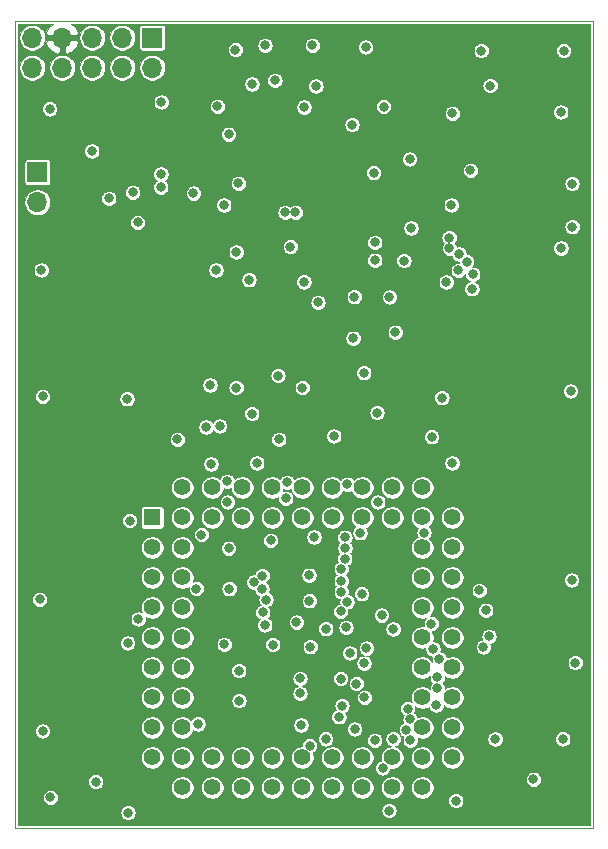
<source format=gbr>
G04 #@! TF.GenerationSoftware,KiCad,Pcbnew,(5.1.5)-3*
G04 #@! TF.CreationDate,2020-05-19T14:22:00+01:00*
G04 #@! TF.ProjectId,ElectronULA,456c6563-7472-46f6-9e55-4c412e6b6963,rev?*
G04 #@! TF.SameCoordinates,Original*
G04 #@! TF.FileFunction,Copper,L2,Inr*
G04 #@! TF.FilePolarity,Positive*
%FSLAX46Y46*%
G04 Gerber Fmt 4.6, Leading zero omitted, Abs format (unit mm)*
G04 Created by KiCad (PCBNEW (5.1.5)-3) date 2020-05-19 14:22:00*
%MOMM*%
%LPD*%
G04 APERTURE LIST*
%ADD10C,0.050000*%
%ADD11O,1.700000X1.700000*%
%ADD12R,1.700000X1.700000*%
%ADD13C,1.422400*%
%ADD14R,1.422400X1.422400*%
%ADD15C,0.800000*%
%ADD16C,0.100000*%
G04 APERTURE END LIST*
D10*
X129700020Y-124670820D02*
X129703200Y-56271000D01*
X178683920Y-124670820D02*
X129700020Y-124670820D01*
X178661700Y-56283700D02*
X178683920Y-124670820D01*
X129703200Y-56271000D02*
X178661700Y-56283700D01*
D11*
X131620260Y-71653400D03*
D12*
X131620260Y-69113400D03*
D11*
X131165600Y-60251340D03*
X131165600Y-57711340D03*
X133705600Y-60251340D03*
X133705600Y-57711340D03*
X136245600Y-60251340D03*
X136245600Y-57711340D03*
X138785600Y-60251340D03*
X138785600Y-57711340D03*
X141325600Y-60251340D03*
D12*
X141325600Y-57711340D03*
D13*
X166738300Y-98336100D03*
X166738300Y-100876100D03*
X166738300Y-103416100D03*
X166738300Y-105956100D03*
X166738300Y-108496100D03*
X166738300Y-111036100D03*
X166738300Y-113576100D03*
X166738300Y-116116100D03*
X164198300Y-95796100D03*
X164198300Y-100876100D03*
X164198300Y-103416100D03*
X164198300Y-105956100D03*
X164198300Y-108496100D03*
X164198300Y-111036100D03*
X164198300Y-113576100D03*
X164198300Y-116116100D03*
X164198300Y-118656100D03*
X164198300Y-121196100D03*
X161658300Y-121196100D03*
X159118300Y-121196100D03*
X156578300Y-121196100D03*
X154038300Y-121196100D03*
X151498300Y-121196100D03*
X148958300Y-121196100D03*
X146418300Y-121196100D03*
X143878300Y-121196100D03*
X166738300Y-118656100D03*
X161658300Y-118656100D03*
X159118300Y-118656100D03*
X156578300Y-118656100D03*
X154038300Y-118656100D03*
X151498300Y-118656100D03*
X148958300Y-118656100D03*
X146418300Y-118656100D03*
X143878300Y-118656100D03*
X141338300Y-118656100D03*
X141338300Y-116116100D03*
X141338300Y-113576100D03*
X141338300Y-111036100D03*
X141338300Y-108496100D03*
X141338300Y-105956100D03*
X141338300Y-103416100D03*
X141338300Y-100876100D03*
D14*
X141338300Y-98336100D03*
D13*
X143878300Y-116116100D03*
X143878300Y-113576100D03*
X143878300Y-111036100D03*
X143878300Y-108496100D03*
X143878300Y-105956100D03*
X143878300Y-103416100D03*
X143878300Y-100876100D03*
X143878300Y-98336100D03*
X161658300Y-95796100D03*
X159118300Y-95796100D03*
X156578300Y-95796100D03*
X143878300Y-95796100D03*
X146418300Y-95796100D03*
X148958300Y-95796100D03*
X151498300Y-95796100D03*
X154038300Y-95796100D03*
X164198300Y-98336100D03*
X161658300Y-98336100D03*
X159118300Y-98336100D03*
X156578300Y-98336100D03*
X146418300Y-98336100D03*
X148958300Y-98336100D03*
X151498300Y-98336100D03*
X154038300Y-98336100D03*
D15*
X153547200Y-107201000D03*
X143467200Y-91731000D03*
X153927200Y-115911000D03*
X154717199Y-109280999D03*
X169374820Y-109308900D03*
X155036520Y-99989640D03*
X148447760Y-75864720D03*
X148440140Y-87335360D03*
X156317200Y-84981000D03*
X147827198Y-116501000D03*
X160607200Y-100131000D03*
X156976190Y-109980062D03*
X160640397Y-109472038D03*
X143477200Y-86031000D03*
X144807200Y-64121000D03*
X144907200Y-62181000D03*
X145637200Y-61081000D03*
X158697200Y-61411000D03*
X160077200Y-61411000D03*
X162897200Y-61331000D03*
X163637200Y-61871000D03*
X177170080Y-109352078D03*
X151777700Y-76133960D03*
X149715220Y-76149200D03*
X151673560Y-64439800D03*
X153418540Y-61493400D03*
X144866360Y-65859660D03*
X144861280Y-76852780D03*
X144871440Y-78300580D03*
X144861280Y-79331820D03*
X145336260Y-79888080D03*
X146883120Y-79888082D03*
X152366980Y-79918560D03*
X151384000Y-79903320D03*
X160200340Y-79931260D03*
X163121340Y-79154020D03*
X163774120Y-80261460D03*
X163240720Y-75031600D03*
X163238180Y-69207380D03*
X163291520Y-64449960D03*
X147888960Y-61292738D03*
X145760440Y-58234580D03*
X172638930Y-62922872D03*
X172679360Y-65743590D03*
X176875440Y-65743590D03*
X138099800Y-95651320D03*
X145467198Y-107141510D03*
X142007221Y-72822913D03*
X135364220Y-112143540D03*
X176169320Y-122306080D03*
X168216580Y-91221560D03*
X156088080Y-76540360D03*
X133606540Y-118229380D03*
X164348160Y-99611180D03*
X139255500Y-108960920D03*
X163177200Y-117191000D03*
X159307200Y-113571000D03*
X160167200Y-117211000D03*
X158473140Y-116243100D03*
X157747200Y-107641000D03*
X148667200Y-111311000D03*
X147847200Y-104371000D03*
X147797200Y-100941000D03*
X154609800Y-103230680D03*
X147707200Y-97021000D03*
X147687200Y-95281000D03*
X150187200Y-93721000D03*
X146317200Y-93811000D03*
X139425680Y-98597720D03*
X160427200Y-97021000D03*
X156705300Y-91445080D03*
X152054560Y-91727020D03*
X166730680Y-93718380D03*
X161378900Y-123151900D03*
X167040560Y-122311160D03*
X139280900Y-123329700D03*
X136550400Y-120703340D03*
X147794980Y-65887600D03*
X158249620Y-65079880D03*
X160926780Y-63545720D03*
X160075880Y-69148960D03*
X161422080Y-79664560D03*
X160182560Y-76563220D03*
X158437580Y-79649320D03*
X146730720Y-77386180D03*
X148625560Y-70050660D03*
X149766020Y-89547700D03*
X146232880Y-87119460D03*
X154040840Y-87337900D03*
X153456640Y-72506840D03*
X152593040Y-72506840D03*
X149522180Y-78214220D03*
X153035000Y-75412600D03*
X176093120Y-117083840D03*
X161734500Y-117081300D03*
X156016960Y-117081300D03*
X156034740Y-107756960D03*
X161737040Y-107774740D03*
X147431760Y-109077760D03*
X151538940Y-109100620D03*
X151356060Y-100284280D03*
X151980900Y-86326980D03*
X163245800Y-73827640D03*
X163121340Y-67978020D03*
X159397700Y-58506360D03*
X150893780Y-58366660D03*
X146857720Y-63533020D03*
X160182560Y-75044300D03*
X162641280Y-76593700D03*
X176890680Y-73720960D03*
X176870360Y-70078600D03*
X175922940Y-64015620D03*
X147393660Y-71887080D03*
X164993320Y-91506040D03*
X159245300Y-86085680D03*
X154637740Y-105394760D03*
X153852880Y-111970820D03*
X148691600Y-113847880D03*
X145896945Y-90670602D03*
X154193240Y-63599060D03*
X154172920Y-78386940D03*
X142105380Y-63159640D03*
X165857200Y-88198960D03*
X170373040Y-117088920D03*
X165638480Y-110327440D03*
X169844720Y-108402120D03*
X145079720Y-104358440D03*
X145505737Y-99781762D03*
X173616620Y-120505220D03*
X132054600Y-116410740D03*
X132717540Y-122047000D03*
X131795520Y-105267760D03*
X132049520Y-88084660D03*
X131942840Y-77378560D03*
X136217660Y-67302380D03*
X132654040Y-63741300D03*
X176164240Y-58813700D03*
X169189400Y-58813700D03*
X169948860Y-61770260D03*
X176756060Y-87632540D03*
X175935640Y-75534520D03*
X176847500Y-103642160D03*
X168282620Y-68948300D03*
X166745920Y-64122300D03*
X139194540Y-88290400D03*
X139681319Y-70813910D03*
X140095798Y-73360997D03*
X154894280Y-58364120D03*
X145211800Y-115811300D03*
X140154660Y-106936540D03*
X150630870Y-104396039D03*
X150651764Y-103260149D03*
X150860760Y-107440990D03*
X153847200Y-113231000D03*
X152638760Y-96718120D03*
X149938181Y-103815161D03*
X150693120Y-106370120D03*
X150975446Y-105295669D03*
X159267200Y-110681000D03*
X157280542Y-106296504D03*
X157287200Y-111981000D03*
X158057200Y-109821000D03*
X159467200Y-109401010D03*
X160842210Y-119556494D03*
X157408880Y-114269520D03*
X157139453Y-115211532D03*
X154659492Y-117648348D03*
X157336470Y-104630443D03*
X157336470Y-103726435D03*
X152757200Y-95361000D03*
X157639794Y-101822062D03*
X157646247Y-100014177D03*
X157830520Y-105478580D03*
X158925260Y-99636580D03*
X159066186Y-104796238D03*
X158617200Y-112401000D03*
X157857200Y-95521000D03*
X160377200Y-89461000D03*
X158347202Y-83161000D03*
X157337560Y-102682820D03*
X157653722Y-100918158D03*
X147047200Y-90601000D03*
X177149760Y-110629700D03*
X169575480Y-106197400D03*
X161909760Y-82651600D03*
X162849560Y-116306600D03*
X166476680Y-74640440D03*
X165379400Y-114207270D03*
X167960040Y-76667360D03*
X162966400Y-114528600D03*
X167304720Y-76037440D03*
X163169600Y-115432840D03*
X166502080Y-75544680D03*
X160751520Y-106606340D03*
X169020470Y-104515919D03*
X165481000Y-112801400D03*
X167248840Y-77426010D03*
X166227760Y-78394560D03*
X165100000Y-109468920D03*
X155379420Y-80124300D03*
X165465760Y-111876840D03*
X168473120Y-77749400D03*
X164967920Y-107320080D03*
X168396920Y-78973680D03*
X166658310Y-71887080D03*
X142062200Y-70370700D03*
X151719280Y-61328300D03*
X149778720Y-61644560D03*
X148380824Y-58731282D03*
X155188920Y-61802040D03*
X137657734Y-71315990D03*
X142067280Y-69258180D03*
X144830800Y-70881240D03*
D16*
G36*
X132926165Y-56546836D02*
G01*
X132821053Y-56615866D01*
X132624333Y-56809482D01*
X132469166Y-57037756D01*
X132361514Y-57291915D01*
X132451949Y-57507340D01*
X133501600Y-57507340D01*
X133501600Y-57487340D01*
X133909600Y-57487340D01*
X133909600Y-57507340D01*
X134959251Y-57507340D01*
X135049686Y-57291915D01*
X134942034Y-57037756D01*
X134786867Y-56809482D01*
X134590147Y-56615866D01*
X134485651Y-56547240D01*
X178386790Y-56558628D01*
X178408831Y-124395820D01*
X129975032Y-124395820D01*
X129975083Y-123265681D01*
X138630900Y-123265681D01*
X138630900Y-123393719D01*
X138655879Y-123519298D01*
X138704878Y-123637590D01*
X138776012Y-123744051D01*
X138866549Y-123834588D01*
X138973010Y-123905722D01*
X139091302Y-123954721D01*
X139216881Y-123979700D01*
X139344919Y-123979700D01*
X139470498Y-123954721D01*
X139588790Y-123905722D01*
X139695251Y-123834588D01*
X139785788Y-123744051D01*
X139856922Y-123637590D01*
X139905921Y-123519298D01*
X139930900Y-123393719D01*
X139930900Y-123265681D01*
X139905921Y-123140102D01*
X139884290Y-123087881D01*
X160728900Y-123087881D01*
X160728900Y-123215919D01*
X160753879Y-123341498D01*
X160802878Y-123459790D01*
X160874012Y-123566251D01*
X160964549Y-123656788D01*
X161071010Y-123727922D01*
X161189302Y-123776921D01*
X161314881Y-123801900D01*
X161442919Y-123801900D01*
X161568498Y-123776921D01*
X161686790Y-123727922D01*
X161793251Y-123656788D01*
X161883788Y-123566251D01*
X161954922Y-123459790D01*
X162003921Y-123341498D01*
X162028900Y-123215919D01*
X162028900Y-123087881D01*
X162003921Y-122962302D01*
X161954922Y-122844010D01*
X161883788Y-122737549D01*
X161793251Y-122647012D01*
X161686790Y-122575878D01*
X161568498Y-122526879D01*
X161442919Y-122501900D01*
X161314881Y-122501900D01*
X161189302Y-122526879D01*
X161071010Y-122575878D01*
X160964549Y-122647012D01*
X160874012Y-122737549D01*
X160802878Y-122844010D01*
X160753879Y-122962302D01*
X160728900Y-123087881D01*
X139884290Y-123087881D01*
X139856922Y-123021810D01*
X139785788Y-122915349D01*
X139695251Y-122824812D01*
X139588790Y-122753678D01*
X139470498Y-122704679D01*
X139344919Y-122679700D01*
X139216881Y-122679700D01*
X139091302Y-122704679D01*
X138973010Y-122753678D01*
X138866549Y-122824812D01*
X138776012Y-122915349D01*
X138704878Y-123021810D01*
X138655879Y-123140102D01*
X138630900Y-123265681D01*
X129975083Y-123265681D01*
X129975143Y-121982981D01*
X132067540Y-121982981D01*
X132067540Y-122111019D01*
X132092519Y-122236598D01*
X132141518Y-122354890D01*
X132212652Y-122461351D01*
X132303189Y-122551888D01*
X132409650Y-122623022D01*
X132527942Y-122672021D01*
X132653521Y-122697000D01*
X132781559Y-122697000D01*
X132907138Y-122672021D01*
X133025430Y-122623022D01*
X133131891Y-122551888D01*
X133222428Y-122461351D01*
X133293562Y-122354890D01*
X133338193Y-122247141D01*
X166390560Y-122247141D01*
X166390560Y-122375179D01*
X166415539Y-122500758D01*
X166464538Y-122619050D01*
X166535672Y-122725511D01*
X166626209Y-122816048D01*
X166732670Y-122887182D01*
X166850962Y-122936181D01*
X166976541Y-122961160D01*
X167104579Y-122961160D01*
X167230158Y-122936181D01*
X167348450Y-122887182D01*
X167454911Y-122816048D01*
X167545448Y-122725511D01*
X167616582Y-122619050D01*
X167665581Y-122500758D01*
X167690560Y-122375179D01*
X167690560Y-122247141D01*
X167665581Y-122121562D01*
X167616582Y-122003270D01*
X167545448Y-121896809D01*
X167454911Y-121806272D01*
X167348450Y-121735138D01*
X167230158Y-121686139D01*
X167104579Y-121661160D01*
X166976541Y-121661160D01*
X166850962Y-121686139D01*
X166732670Y-121735138D01*
X166626209Y-121806272D01*
X166535672Y-121896809D01*
X166464538Y-122003270D01*
X166415539Y-122121562D01*
X166390560Y-122247141D01*
X133338193Y-122247141D01*
X133342561Y-122236598D01*
X133367540Y-122111019D01*
X133367540Y-121982981D01*
X133342561Y-121857402D01*
X133293562Y-121739110D01*
X133222428Y-121632649D01*
X133131891Y-121542112D01*
X133025430Y-121470978D01*
X132907138Y-121421979D01*
X132781559Y-121397000D01*
X132653521Y-121397000D01*
X132527942Y-121421979D01*
X132409650Y-121470978D01*
X132303189Y-121542112D01*
X132212652Y-121632649D01*
X132141518Y-121739110D01*
X132092519Y-121857402D01*
X132067540Y-121982981D01*
X129975143Y-121982981D01*
X129975205Y-120639321D01*
X135900400Y-120639321D01*
X135900400Y-120767359D01*
X135925379Y-120892938D01*
X135974378Y-121011230D01*
X136045512Y-121117691D01*
X136136049Y-121208228D01*
X136242510Y-121279362D01*
X136360802Y-121328361D01*
X136486381Y-121353340D01*
X136614419Y-121353340D01*
X136739998Y-121328361D01*
X136858290Y-121279362D01*
X136964751Y-121208228D01*
X137055288Y-121117691D01*
X137066153Y-121101430D01*
X142917100Y-121101430D01*
X142917100Y-121290770D01*
X142954038Y-121476472D01*
X143026495Y-121651399D01*
X143131687Y-121808829D01*
X143265571Y-121942713D01*
X143423001Y-122047905D01*
X143597928Y-122120362D01*
X143783630Y-122157300D01*
X143972970Y-122157300D01*
X144158672Y-122120362D01*
X144333599Y-122047905D01*
X144491029Y-121942713D01*
X144624913Y-121808829D01*
X144730105Y-121651399D01*
X144802562Y-121476472D01*
X144839500Y-121290770D01*
X144839500Y-121101430D01*
X145457100Y-121101430D01*
X145457100Y-121290770D01*
X145494038Y-121476472D01*
X145566495Y-121651399D01*
X145671687Y-121808829D01*
X145805571Y-121942713D01*
X145963001Y-122047905D01*
X146137928Y-122120362D01*
X146323630Y-122157300D01*
X146512970Y-122157300D01*
X146698672Y-122120362D01*
X146873599Y-122047905D01*
X147031029Y-121942713D01*
X147164913Y-121808829D01*
X147270105Y-121651399D01*
X147342562Y-121476472D01*
X147379500Y-121290770D01*
X147379500Y-121101430D01*
X147997100Y-121101430D01*
X147997100Y-121290770D01*
X148034038Y-121476472D01*
X148106495Y-121651399D01*
X148211687Y-121808829D01*
X148345571Y-121942713D01*
X148503001Y-122047905D01*
X148677928Y-122120362D01*
X148863630Y-122157300D01*
X149052970Y-122157300D01*
X149238672Y-122120362D01*
X149413599Y-122047905D01*
X149571029Y-121942713D01*
X149704913Y-121808829D01*
X149810105Y-121651399D01*
X149882562Y-121476472D01*
X149919500Y-121290770D01*
X149919500Y-121101430D01*
X150537100Y-121101430D01*
X150537100Y-121290770D01*
X150574038Y-121476472D01*
X150646495Y-121651399D01*
X150751687Y-121808829D01*
X150885571Y-121942713D01*
X151043001Y-122047905D01*
X151217928Y-122120362D01*
X151403630Y-122157300D01*
X151592970Y-122157300D01*
X151778672Y-122120362D01*
X151953599Y-122047905D01*
X152111029Y-121942713D01*
X152244913Y-121808829D01*
X152350105Y-121651399D01*
X152422562Y-121476472D01*
X152459500Y-121290770D01*
X152459500Y-121101430D01*
X153077100Y-121101430D01*
X153077100Y-121290770D01*
X153114038Y-121476472D01*
X153186495Y-121651399D01*
X153291687Y-121808829D01*
X153425571Y-121942713D01*
X153583001Y-122047905D01*
X153757928Y-122120362D01*
X153943630Y-122157300D01*
X154132970Y-122157300D01*
X154318672Y-122120362D01*
X154493599Y-122047905D01*
X154651029Y-121942713D01*
X154784913Y-121808829D01*
X154890105Y-121651399D01*
X154962562Y-121476472D01*
X154999500Y-121290770D01*
X154999500Y-121101430D01*
X155617100Y-121101430D01*
X155617100Y-121290770D01*
X155654038Y-121476472D01*
X155726495Y-121651399D01*
X155831687Y-121808829D01*
X155965571Y-121942713D01*
X156123001Y-122047905D01*
X156297928Y-122120362D01*
X156483630Y-122157300D01*
X156672970Y-122157300D01*
X156858672Y-122120362D01*
X157033599Y-122047905D01*
X157191029Y-121942713D01*
X157324913Y-121808829D01*
X157430105Y-121651399D01*
X157502562Y-121476472D01*
X157539500Y-121290770D01*
X157539500Y-121101430D01*
X158157100Y-121101430D01*
X158157100Y-121290770D01*
X158194038Y-121476472D01*
X158266495Y-121651399D01*
X158371687Y-121808829D01*
X158505571Y-121942713D01*
X158663001Y-122047905D01*
X158837928Y-122120362D01*
X159023630Y-122157300D01*
X159212970Y-122157300D01*
X159398672Y-122120362D01*
X159573599Y-122047905D01*
X159731029Y-121942713D01*
X159864913Y-121808829D01*
X159970105Y-121651399D01*
X160042562Y-121476472D01*
X160079500Y-121290770D01*
X160079500Y-121101430D01*
X160697100Y-121101430D01*
X160697100Y-121290770D01*
X160734038Y-121476472D01*
X160806495Y-121651399D01*
X160911687Y-121808829D01*
X161045571Y-121942713D01*
X161203001Y-122047905D01*
X161377928Y-122120362D01*
X161563630Y-122157300D01*
X161752970Y-122157300D01*
X161938672Y-122120362D01*
X162113599Y-122047905D01*
X162271029Y-121942713D01*
X162404913Y-121808829D01*
X162510105Y-121651399D01*
X162582562Y-121476472D01*
X162619500Y-121290770D01*
X162619500Y-121101430D01*
X163237100Y-121101430D01*
X163237100Y-121290770D01*
X163274038Y-121476472D01*
X163346495Y-121651399D01*
X163451687Y-121808829D01*
X163585571Y-121942713D01*
X163743001Y-122047905D01*
X163917928Y-122120362D01*
X164103630Y-122157300D01*
X164292970Y-122157300D01*
X164478672Y-122120362D01*
X164653599Y-122047905D01*
X164811029Y-121942713D01*
X164944913Y-121808829D01*
X165050105Y-121651399D01*
X165122562Y-121476472D01*
X165159500Y-121290770D01*
X165159500Y-121101430D01*
X165122562Y-120915728D01*
X165050105Y-120740801D01*
X164944913Y-120583371D01*
X164811029Y-120449487D01*
X164798629Y-120441201D01*
X172966620Y-120441201D01*
X172966620Y-120569239D01*
X172991599Y-120694818D01*
X173040598Y-120813110D01*
X173111732Y-120919571D01*
X173202269Y-121010108D01*
X173308730Y-121081242D01*
X173427022Y-121130241D01*
X173552601Y-121155220D01*
X173680639Y-121155220D01*
X173806218Y-121130241D01*
X173924510Y-121081242D01*
X174030971Y-121010108D01*
X174121508Y-120919571D01*
X174192642Y-120813110D01*
X174241641Y-120694818D01*
X174266620Y-120569239D01*
X174266620Y-120441201D01*
X174241641Y-120315622D01*
X174192642Y-120197330D01*
X174121508Y-120090869D01*
X174030971Y-120000332D01*
X173924510Y-119929198D01*
X173806218Y-119880199D01*
X173680639Y-119855220D01*
X173552601Y-119855220D01*
X173427022Y-119880199D01*
X173308730Y-119929198D01*
X173202269Y-120000332D01*
X173111732Y-120090869D01*
X173040598Y-120197330D01*
X172991599Y-120315622D01*
X172966620Y-120441201D01*
X164798629Y-120441201D01*
X164653599Y-120344295D01*
X164478672Y-120271838D01*
X164292970Y-120234900D01*
X164103630Y-120234900D01*
X163917928Y-120271838D01*
X163743001Y-120344295D01*
X163585571Y-120449487D01*
X163451687Y-120583371D01*
X163346495Y-120740801D01*
X163274038Y-120915728D01*
X163237100Y-121101430D01*
X162619500Y-121101430D01*
X162582562Y-120915728D01*
X162510105Y-120740801D01*
X162404913Y-120583371D01*
X162271029Y-120449487D01*
X162113599Y-120344295D01*
X161938672Y-120271838D01*
X161752970Y-120234900D01*
X161563630Y-120234900D01*
X161377928Y-120271838D01*
X161203001Y-120344295D01*
X161045571Y-120449487D01*
X160911687Y-120583371D01*
X160806495Y-120740801D01*
X160734038Y-120915728D01*
X160697100Y-121101430D01*
X160079500Y-121101430D01*
X160042562Y-120915728D01*
X159970105Y-120740801D01*
X159864913Y-120583371D01*
X159731029Y-120449487D01*
X159573599Y-120344295D01*
X159398672Y-120271838D01*
X159212970Y-120234900D01*
X159023630Y-120234900D01*
X158837928Y-120271838D01*
X158663001Y-120344295D01*
X158505571Y-120449487D01*
X158371687Y-120583371D01*
X158266495Y-120740801D01*
X158194038Y-120915728D01*
X158157100Y-121101430D01*
X157539500Y-121101430D01*
X157502562Y-120915728D01*
X157430105Y-120740801D01*
X157324913Y-120583371D01*
X157191029Y-120449487D01*
X157033599Y-120344295D01*
X156858672Y-120271838D01*
X156672970Y-120234900D01*
X156483630Y-120234900D01*
X156297928Y-120271838D01*
X156123001Y-120344295D01*
X155965571Y-120449487D01*
X155831687Y-120583371D01*
X155726495Y-120740801D01*
X155654038Y-120915728D01*
X155617100Y-121101430D01*
X154999500Y-121101430D01*
X154962562Y-120915728D01*
X154890105Y-120740801D01*
X154784913Y-120583371D01*
X154651029Y-120449487D01*
X154493599Y-120344295D01*
X154318672Y-120271838D01*
X154132970Y-120234900D01*
X153943630Y-120234900D01*
X153757928Y-120271838D01*
X153583001Y-120344295D01*
X153425571Y-120449487D01*
X153291687Y-120583371D01*
X153186495Y-120740801D01*
X153114038Y-120915728D01*
X153077100Y-121101430D01*
X152459500Y-121101430D01*
X152422562Y-120915728D01*
X152350105Y-120740801D01*
X152244913Y-120583371D01*
X152111029Y-120449487D01*
X151953599Y-120344295D01*
X151778672Y-120271838D01*
X151592970Y-120234900D01*
X151403630Y-120234900D01*
X151217928Y-120271838D01*
X151043001Y-120344295D01*
X150885571Y-120449487D01*
X150751687Y-120583371D01*
X150646495Y-120740801D01*
X150574038Y-120915728D01*
X150537100Y-121101430D01*
X149919500Y-121101430D01*
X149882562Y-120915728D01*
X149810105Y-120740801D01*
X149704913Y-120583371D01*
X149571029Y-120449487D01*
X149413599Y-120344295D01*
X149238672Y-120271838D01*
X149052970Y-120234900D01*
X148863630Y-120234900D01*
X148677928Y-120271838D01*
X148503001Y-120344295D01*
X148345571Y-120449487D01*
X148211687Y-120583371D01*
X148106495Y-120740801D01*
X148034038Y-120915728D01*
X147997100Y-121101430D01*
X147379500Y-121101430D01*
X147342562Y-120915728D01*
X147270105Y-120740801D01*
X147164913Y-120583371D01*
X147031029Y-120449487D01*
X146873599Y-120344295D01*
X146698672Y-120271838D01*
X146512970Y-120234900D01*
X146323630Y-120234900D01*
X146137928Y-120271838D01*
X145963001Y-120344295D01*
X145805571Y-120449487D01*
X145671687Y-120583371D01*
X145566495Y-120740801D01*
X145494038Y-120915728D01*
X145457100Y-121101430D01*
X144839500Y-121101430D01*
X144802562Y-120915728D01*
X144730105Y-120740801D01*
X144624913Y-120583371D01*
X144491029Y-120449487D01*
X144333599Y-120344295D01*
X144158672Y-120271838D01*
X143972970Y-120234900D01*
X143783630Y-120234900D01*
X143597928Y-120271838D01*
X143423001Y-120344295D01*
X143265571Y-120449487D01*
X143131687Y-120583371D01*
X143026495Y-120740801D01*
X142954038Y-120915728D01*
X142917100Y-121101430D01*
X137066153Y-121101430D01*
X137126422Y-121011230D01*
X137175421Y-120892938D01*
X137200400Y-120767359D01*
X137200400Y-120639321D01*
X137175421Y-120513742D01*
X137126422Y-120395450D01*
X137055288Y-120288989D01*
X136964751Y-120198452D01*
X136858290Y-120127318D01*
X136739998Y-120078319D01*
X136614419Y-120053340D01*
X136486381Y-120053340D01*
X136360802Y-120078319D01*
X136242510Y-120127318D01*
X136136049Y-120198452D01*
X136045512Y-120288989D01*
X135974378Y-120395450D01*
X135925379Y-120513742D01*
X135900400Y-120639321D01*
X129975205Y-120639321D01*
X129975301Y-118561430D01*
X140377100Y-118561430D01*
X140377100Y-118750770D01*
X140414038Y-118936472D01*
X140486495Y-119111399D01*
X140591687Y-119268829D01*
X140725571Y-119402713D01*
X140883001Y-119507905D01*
X141057928Y-119580362D01*
X141243630Y-119617300D01*
X141432970Y-119617300D01*
X141618672Y-119580362D01*
X141793599Y-119507905D01*
X141951029Y-119402713D01*
X142084913Y-119268829D01*
X142190105Y-119111399D01*
X142262562Y-118936472D01*
X142299500Y-118750770D01*
X142299500Y-118561430D01*
X142917100Y-118561430D01*
X142917100Y-118750770D01*
X142954038Y-118936472D01*
X143026495Y-119111399D01*
X143131687Y-119268829D01*
X143265571Y-119402713D01*
X143423001Y-119507905D01*
X143597928Y-119580362D01*
X143783630Y-119617300D01*
X143972970Y-119617300D01*
X144158672Y-119580362D01*
X144333599Y-119507905D01*
X144491029Y-119402713D01*
X144624913Y-119268829D01*
X144730105Y-119111399D01*
X144802562Y-118936472D01*
X144839500Y-118750770D01*
X144839500Y-118561430D01*
X145457100Y-118561430D01*
X145457100Y-118750770D01*
X145494038Y-118936472D01*
X145566495Y-119111399D01*
X145671687Y-119268829D01*
X145805571Y-119402713D01*
X145963001Y-119507905D01*
X146137928Y-119580362D01*
X146323630Y-119617300D01*
X146512970Y-119617300D01*
X146698672Y-119580362D01*
X146873599Y-119507905D01*
X147031029Y-119402713D01*
X147164913Y-119268829D01*
X147270105Y-119111399D01*
X147342562Y-118936472D01*
X147379500Y-118750770D01*
X147379500Y-118561430D01*
X147997100Y-118561430D01*
X147997100Y-118750770D01*
X148034038Y-118936472D01*
X148106495Y-119111399D01*
X148211687Y-119268829D01*
X148345571Y-119402713D01*
X148503001Y-119507905D01*
X148677928Y-119580362D01*
X148863630Y-119617300D01*
X149052970Y-119617300D01*
X149238672Y-119580362D01*
X149413599Y-119507905D01*
X149571029Y-119402713D01*
X149704913Y-119268829D01*
X149810105Y-119111399D01*
X149882562Y-118936472D01*
X149919500Y-118750770D01*
X149919500Y-118561430D01*
X150537100Y-118561430D01*
X150537100Y-118750770D01*
X150574038Y-118936472D01*
X150646495Y-119111399D01*
X150751687Y-119268829D01*
X150885571Y-119402713D01*
X151043001Y-119507905D01*
X151217928Y-119580362D01*
X151403630Y-119617300D01*
X151592970Y-119617300D01*
X151778672Y-119580362D01*
X151953599Y-119507905D01*
X152111029Y-119402713D01*
X152244913Y-119268829D01*
X152350105Y-119111399D01*
X152422562Y-118936472D01*
X152459500Y-118750770D01*
X152459500Y-118561430D01*
X153077100Y-118561430D01*
X153077100Y-118750770D01*
X153114038Y-118936472D01*
X153186495Y-119111399D01*
X153291687Y-119268829D01*
X153425571Y-119402713D01*
X153583001Y-119507905D01*
X153757928Y-119580362D01*
X153943630Y-119617300D01*
X154132970Y-119617300D01*
X154318672Y-119580362D01*
X154493599Y-119507905D01*
X154651029Y-119402713D01*
X154784913Y-119268829D01*
X154890105Y-119111399D01*
X154962562Y-118936472D01*
X154999500Y-118750770D01*
X154999500Y-118561430D01*
X155617100Y-118561430D01*
X155617100Y-118750770D01*
X155654038Y-118936472D01*
X155726495Y-119111399D01*
X155831687Y-119268829D01*
X155965571Y-119402713D01*
X156123001Y-119507905D01*
X156297928Y-119580362D01*
X156483630Y-119617300D01*
X156672970Y-119617300D01*
X156858672Y-119580362D01*
X157033599Y-119507905D01*
X157191029Y-119402713D01*
X157324913Y-119268829D01*
X157430105Y-119111399D01*
X157502562Y-118936472D01*
X157539500Y-118750770D01*
X157539500Y-118561430D01*
X158157100Y-118561430D01*
X158157100Y-118750770D01*
X158194038Y-118936472D01*
X158266495Y-119111399D01*
X158371687Y-119268829D01*
X158505571Y-119402713D01*
X158663001Y-119507905D01*
X158837928Y-119580362D01*
X159023630Y-119617300D01*
X159212970Y-119617300D01*
X159398672Y-119580362D01*
X159573599Y-119507905D01*
X159596691Y-119492475D01*
X160192210Y-119492475D01*
X160192210Y-119620513D01*
X160217189Y-119746092D01*
X160266188Y-119864384D01*
X160337322Y-119970845D01*
X160427859Y-120061382D01*
X160534320Y-120132516D01*
X160652612Y-120181515D01*
X160778191Y-120206494D01*
X160906229Y-120206494D01*
X161031808Y-120181515D01*
X161150100Y-120132516D01*
X161256561Y-120061382D01*
X161347098Y-119970845D01*
X161418232Y-119864384D01*
X161467231Y-119746092D01*
X161492210Y-119620513D01*
X161492210Y-119603094D01*
X161563630Y-119617300D01*
X161752970Y-119617300D01*
X161938672Y-119580362D01*
X162113599Y-119507905D01*
X162271029Y-119402713D01*
X162404913Y-119268829D01*
X162510105Y-119111399D01*
X162582562Y-118936472D01*
X162619500Y-118750770D01*
X162619500Y-118561430D01*
X163237100Y-118561430D01*
X163237100Y-118750770D01*
X163274038Y-118936472D01*
X163346495Y-119111399D01*
X163451687Y-119268829D01*
X163585571Y-119402713D01*
X163743001Y-119507905D01*
X163917928Y-119580362D01*
X164103630Y-119617300D01*
X164292970Y-119617300D01*
X164478672Y-119580362D01*
X164653599Y-119507905D01*
X164811029Y-119402713D01*
X164944913Y-119268829D01*
X165050105Y-119111399D01*
X165122562Y-118936472D01*
X165159500Y-118750770D01*
X165159500Y-118561430D01*
X165777100Y-118561430D01*
X165777100Y-118750770D01*
X165814038Y-118936472D01*
X165886495Y-119111399D01*
X165991687Y-119268829D01*
X166125571Y-119402713D01*
X166283001Y-119507905D01*
X166457928Y-119580362D01*
X166643630Y-119617300D01*
X166832970Y-119617300D01*
X167018672Y-119580362D01*
X167193599Y-119507905D01*
X167351029Y-119402713D01*
X167484913Y-119268829D01*
X167590105Y-119111399D01*
X167662562Y-118936472D01*
X167699500Y-118750770D01*
X167699500Y-118561430D01*
X167662562Y-118375728D01*
X167590105Y-118200801D01*
X167484913Y-118043371D01*
X167351029Y-117909487D01*
X167193599Y-117804295D01*
X167018672Y-117731838D01*
X166832970Y-117694900D01*
X166643630Y-117694900D01*
X166457928Y-117731838D01*
X166283001Y-117804295D01*
X166125571Y-117909487D01*
X165991687Y-118043371D01*
X165886495Y-118200801D01*
X165814038Y-118375728D01*
X165777100Y-118561430D01*
X165159500Y-118561430D01*
X165122562Y-118375728D01*
X165050105Y-118200801D01*
X164944913Y-118043371D01*
X164811029Y-117909487D01*
X164653599Y-117804295D01*
X164478672Y-117731838D01*
X164292970Y-117694900D01*
X164103630Y-117694900D01*
X163917928Y-117731838D01*
X163743001Y-117804295D01*
X163585571Y-117909487D01*
X163451687Y-118043371D01*
X163346495Y-118200801D01*
X163274038Y-118375728D01*
X163237100Y-118561430D01*
X162619500Y-118561430D01*
X162582562Y-118375728D01*
X162510105Y-118200801D01*
X162404913Y-118043371D01*
X162271029Y-117909487D01*
X162113599Y-117804295D01*
X161938672Y-117731838D01*
X161867243Y-117717630D01*
X161924098Y-117706321D01*
X162042390Y-117657322D01*
X162148851Y-117586188D01*
X162239388Y-117495651D01*
X162310522Y-117389190D01*
X162359521Y-117270898D01*
X162384500Y-117145319D01*
X162384500Y-117017281D01*
X162359521Y-116891702D01*
X162310522Y-116773410D01*
X162239388Y-116666949D01*
X162148851Y-116576412D01*
X162042390Y-116505278D01*
X161924098Y-116456279D01*
X161798519Y-116431300D01*
X161670481Y-116431300D01*
X161544902Y-116456279D01*
X161426610Y-116505278D01*
X161320149Y-116576412D01*
X161229612Y-116666949D01*
X161158478Y-116773410D01*
X161109479Y-116891702D01*
X161084500Y-117017281D01*
X161084500Y-117145319D01*
X161109479Y-117270898D01*
X161158478Y-117389190D01*
X161229612Y-117495651D01*
X161320149Y-117586188D01*
X161426610Y-117657322D01*
X161532350Y-117701122D01*
X161377928Y-117731838D01*
X161203001Y-117804295D01*
X161045571Y-117909487D01*
X160911687Y-118043371D01*
X160806495Y-118200801D01*
X160734038Y-118375728D01*
X160697100Y-118561430D01*
X160697100Y-118750770D01*
X160729982Y-118916083D01*
X160652612Y-118931473D01*
X160534320Y-118980472D01*
X160427859Y-119051606D01*
X160337322Y-119142143D01*
X160266188Y-119248604D01*
X160217189Y-119366896D01*
X160192210Y-119492475D01*
X159596691Y-119492475D01*
X159731029Y-119402713D01*
X159864913Y-119268829D01*
X159970105Y-119111399D01*
X160042562Y-118936472D01*
X160079500Y-118750770D01*
X160079500Y-118561430D01*
X160042562Y-118375728D01*
X159970105Y-118200801D01*
X159864913Y-118043371D01*
X159731029Y-117909487D01*
X159573599Y-117804295D01*
X159398672Y-117731838D01*
X159212970Y-117694900D01*
X159023630Y-117694900D01*
X158837928Y-117731838D01*
X158663001Y-117804295D01*
X158505571Y-117909487D01*
X158371687Y-118043371D01*
X158266495Y-118200801D01*
X158194038Y-118375728D01*
X158157100Y-118561430D01*
X157539500Y-118561430D01*
X157502562Y-118375728D01*
X157430105Y-118200801D01*
X157324913Y-118043371D01*
X157191029Y-117909487D01*
X157033599Y-117804295D01*
X156858672Y-117731838D01*
X156672970Y-117694900D01*
X156483630Y-117694900D01*
X156297928Y-117731838D01*
X156123001Y-117804295D01*
X155965571Y-117909487D01*
X155831687Y-118043371D01*
X155726495Y-118200801D01*
X155654038Y-118375728D01*
X155617100Y-118561430D01*
X154999500Y-118561430D01*
X154962562Y-118375728D01*
X154909755Y-118248240D01*
X154967382Y-118224370D01*
X155073843Y-118153236D01*
X155164380Y-118062699D01*
X155235514Y-117956238D01*
X155284513Y-117837946D01*
X155309492Y-117712367D01*
X155309492Y-117584329D01*
X155284513Y-117458750D01*
X155235514Y-117340458D01*
X155164380Y-117233997D01*
X155073843Y-117143460D01*
X154967382Y-117072326D01*
X154849090Y-117023327D01*
X154818695Y-117017281D01*
X155366960Y-117017281D01*
X155366960Y-117145319D01*
X155391939Y-117270898D01*
X155440938Y-117389190D01*
X155512072Y-117495651D01*
X155602609Y-117586188D01*
X155709070Y-117657322D01*
X155827362Y-117706321D01*
X155952941Y-117731300D01*
X156080979Y-117731300D01*
X156206558Y-117706321D01*
X156324850Y-117657322D01*
X156431311Y-117586188D01*
X156521848Y-117495651D01*
X156592982Y-117389190D01*
X156641981Y-117270898D01*
X156666629Y-117146981D01*
X159517200Y-117146981D01*
X159517200Y-117275019D01*
X159542179Y-117400598D01*
X159591178Y-117518890D01*
X159662312Y-117625351D01*
X159752849Y-117715888D01*
X159859310Y-117787022D01*
X159977602Y-117836021D01*
X160103181Y-117861000D01*
X160231219Y-117861000D01*
X160356798Y-117836021D01*
X160475090Y-117787022D01*
X160581551Y-117715888D01*
X160672088Y-117625351D01*
X160743222Y-117518890D01*
X160792221Y-117400598D01*
X160817200Y-117275019D01*
X160817200Y-117146981D01*
X160792221Y-117021402D01*
X160743222Y-116903110D01*
X160672088Y-116796649D01*
X160581551Y-116706112D01*
X160475090Y-116634978D01*
X160356798Y-116585979D01*
X160231219Y-116561000D01*
X160103181Y-116561000D01*
X159977602Y-116585979D01*
X159859310Y-116634978D01*
X159752849Y-116706112D01*
X159662312Y-116796649D01*
X159591178Y-116903110D01*
X159542179Y-117021402D01*
X159517200Y-117146981D01*
X156666629Y-117146981D01*
X156666960Y-117145319D01*
X156666960Y-117017281D01*
X156641981Y-116891702D01*
X156592982Y-116773410D01*
X156521848Y-116666949D01*
X156431311Y-116576412D01*
X156324850Y-116505278D01*
X156206558Y-116456279D01*
X156080979Y-116431300D01*
X155952941Y-116431300D01*
X155827362Y-116456279D01*
X155709070Y-116505278D01*
X155602609Y-116576412D01*
X155512072Y-116666949D01*
X155440938Y-116773410D01*
X155391939Y-116891702D01*
X155366960Y-117017281D01*
X154818695Y-117017281D01*
X154723511Y-116998348D01*
X154595473Y-116998348D01*
X154469894Y-117023327D01*
X154351602Y-117072326D01*
X154245141Y-117143460D01*
X154154604Y-117233997D01*
X154083470Y-117340458D01*
X154034471Y-117458750D01*
X154009492Y-117584329D01*
X154009492Y-117694900D01*
X153943630Y-117694900D01*
X153757928Y-117731838D01*
X153583001Y-117804295D01*
X153425571Y-117909487D01*
X153291687Y-118043371D01*
X153186495Y-118200801D01*
X153114038Y-118375728D01*
X153077100Y-118561430D01*
X152459500Y-118561430D01*
X152422562Y-118375728D01*
X152350105Y-118200801D01*
X152244913Y-118043371D01*
X152111029Y-117909487D01*
X151953599Y-117804295D01*
X151778672Y-117731838D01*
X151592970Y-117694900D01*
X151403630Y-117694900D01*
X151217928Y-117731838D01*
X151043001Y-117804295D01*
X150885571Y-117909487D01*
X150751687Y-118043371D01*
X150646495Y-118200801D01*
X150574038Y-118375728D01*
X150537100Y-118561430D01*
X149919500Y-118561430D01*
X149882562Y-118375728D01*
X149810105Y-118200801D01*
X149704913Y-118043371D01*
X149571029Y-117909487D01*
X149413599Y-117804295D01*
X149238672Y-117731838D01*
X149052970Y-117694900D01*
X148863630Y-117694900D01*
X148677928Y-117731838D01*
X148503001Y-117804295D01*
X148345571Y-117909487D01*
X148211687Y-118043371D01*
X148106495Y-118200801D01*
X148034038Y-118375728D01*
X147997100Y-118561430D01*
X147379500Y-118561430D01*
X147342562Y-118375728D01*
X147270105Y-118200801D01*
X147164913Y-118043371D01*
X147031029Y-117909487D01*
X146873599Y-117804295D01*
X146698672Y-117731838D01*
X146512970Y-117694900D01*
X146323630Y-117694900D01*
X146137928Y-117731838D01*
X145963001Y-117804295D01*
X145805571Y-117909487D01*
X145671687Y-118043371D01*
X145566495Y-118200801D01*
X145494038Y-118375728D01*
X145457100Y-118561430D01*
X144839500Y-118561430D01*
X144802562Y-118375728D01*
X144730105Y-118200801D01*
X144624913Y-118043371D01*
X144491029Y-117909487D01*
X144333599Y-117804295D01*
X144158672Y-117731838D01*
X143972970Y-117694900D01*
X143783630Y-117694900D01*
X143597928Y-117731838D01*
X143423001Y-117804295D01*
X143265571Y-117909487D01*
X143131687Y-118043371D01*
X143026495Y-118200801D01*
X142954038Y-118375728D01*
X142917100Y-118561430D01*
X142299500Y-118561430D01*
X142262562Y-118375728D01*
X142190105Y-118200801D01*
X142084913Y-118043371D01*
X141951029Y-117909487D01*
X141793599Y-117804295D01*
X141618672Y-117731838D01*
X141432970Y-117694900D01*
X141243630Y-117694900D01*
X141057928Y-117731838D01*
X140883001Y-117804295D01*
X140725571Y-117909487D01*
X140591687Y-118043371D01*
X140486495Y-118200801D01*
X140414038Y-118375728D01*
X140377100Y-118561430D01*
X129975301Y-118561430D01*
X129975405Y-116346721D01*
X131404600Y-116346721D01*
X131404600Y-116474759D01*
X131429579Y-116600338D01*
X131478578Y-116718630D01*
X131549712Y-116825091D01*
X131640249Y-116915628D01*
X131746710Y-116986762D01*
X131865002Y-117035761D01*
X131990581Y-117060740D01*
X132118619Y-117060740D01*
X132244198Y-117035761D01*
X132362490Y-116986762D01*
X132468951Y-116915628D01*
X132559488Y-116825091D01*
X132630622Y-116718630D01*
X132679621Y-116600338D01*
X132704600Y-116474759D01*
X132704600Y-116346721D01*
X132679621Y-116221142D01*
X132630622Y-116102850D01*
X132576220Y-116021430D01*
X140377100Y-116021430D01*
X140377100Y-116210770D01*
X140414038Y-116396472D01*
X140486495Y-116571399D01*
X140591687Y-116728829D01*
X140725571Y-116862713D01*
X140883001Y-116967905D01*
X141057928Y-117040362D01*
X141243630Y-117077300D01*
X141432970Y-117077300D01*
X141618672Y-117040362D01*
X141793599Y-116967905D01*
X141951029Y-116862713D01*
X142084913Y-116728829D01*
X142190105Y-116571399D01*
X142262562Y-116396472D01*
X142299500Y-116210770D01*
X142299500Y-116021430D01*
X142917100Y-116021430D01*
X142917100Y-116210770D01*
X142954038Y-116396472D01*
X143026495Y-116571399D01*
X143131687Y-116728829D01*
X143265571Y-116862713D01*
X143423001Y-116967905D01*
X143597928Y-117040362D01*
X143783630Y-117077300D01*
X143972970Y-117077300D01*
X144158672Y-117040362D01*
X144333599Y-116967905D01*
X144491029Y-116862713D01*
X144624913Y-116728829D01*
X144730105Y-116571399D01*
X144802562Y-116396472D01*
X144816058Y-116328622D01*
X144903910Y-116387322D01*
X145022202Y-116436321D01*
X145147781Y-116461300D01*
X145275819Y-116461300D01*
X145401398Y-116436321D01*
X145519690Y-116387322D01*
X145626151Y-116316188D01*
X145716688Y-116225651D01*
X145787822Y-116119190D01*
X145836821Y-116000898D01*
X145861800Y-115875319D01*
X145861800Y-115846981D01*
X153277200Y-115846981D01*
X153277200Y-115975019D01*
X153302179Y-116100598D01*
X153351178Y-116218890D01*
X153422312Y-116325351D01*
X153512849Y-116415888D01*
X153619310Y-116487022D01*
X153737602Y-116536021D01*
X153863181Y-116561000D01*
X153991219Y-116561000D01*
X154116798Y-116536021D01*
X154235090Y-116487022D01*
X154341551Y-116415888D01*
X154432088Y-116325351D01*
X154503222Y-116218890D01*
X154519711Y-116179081D01*
X157823140Y-116179081D01*
X157823140Y-116307119D01*
X157848119Y-116432698D01*
X157897118Y-116550990D01*
X157968252Y-116657451D01*
X158058789Y-116747988D01*
X158165250Y-116819122D01*
X158283542Y-116868121D01*
X158409121Y-116893100D01*
X158537159Y-116893100D01*
X158662738Y-116868121D01*
X158781030Y-116819122D01*
X158887491Y-116747988D01*
X158978028Y-116657451D01*
X159049162Y-116550990D01*
X159098161Y-116432698D01*
X159123140Y-116307119D01*
X159123140Y-116242581D01*
X162199560Y-116242581D01*
X162199560Y-116370619D01*
X162224539Y-116496198D01*
X162273538Y-116614490D01*
X162344672Y-116720951D01*
X162435209Y-116811488D01*
X162541670Y-116882622D01*
X162592636Y-116903733D01*
X162552179Y-117001402D01*
X162527200Y-117126981D01*
X162527200Y-117255019D01*
X162552179Y-117380598D01*
X162601178Y-117498890D01*
X162672312Y-117605351D01*
X162762849Y-117695888D01*
X162869310Y-117767022D01*
X162987602Y-117816021D01*
X163113181Y-117841000D01*
X163241219Y-117841000D01*
X163366798Y-117816021D01*
X163485090Y-117767022D01*
X163591551Y-117695888D01*
X163682088Y-117605351D01*
X163753222Y-117498890D01*
X163802221Y-117380598D01*
X163827200Y-117255019D01*
X163827200Y-117126981D01*
X163802221Y-117001402D01*
X163797737Y-116990577D01*
X163917928Y-117040362D01*
X164103630Y-117077300D01*
X164292970Y-117077300D01*
X164478672Y-117040362D01*
X164653599Y-116967905D01*
X164811029Y-116862713D01*
X164944913Y-116728829D01*
X165050105Y-116571399D01*
X165122562Y-116396472D01*
X165159500Y-116210770D01*
X165159500Y-116021430D01*
X165777100Y-116021430D01*
X165777100Y-116210770D01*
X165814038Y-116396472D01*
X165886495Y-116571399D01*
X165991687Y-116728829D01*
X166125571Y-116862713D01*
X166283001Y-116967905D01*
X166457928Y-117040362D01*
X166643630Y-117077300D01*
X166832970Y-117077300D01*
X167018672Y-117040362D01*
X167055998Y-117024901D01*
X169723040Y-117024901D01*
X169723040Y-117152939D01*
X169748019Y-117278518D01*
X169797018Y-117396810D01*
X169868152Y-117503271D01*
X169958689Y-117593808D01*
X170065150Y-117664942D01*
X170183442Y-117713941D01*
X170309021Y-117738920D01*
X170437059Y-117738920D01*
X170562638Y-117713941D01*
X170680930Y-117664942D01*
X170787391Y-117593808D01*
X170877928Y-117503271D01*
X170949062Y-117396810D01*
X170998061Y-117278518D01*
X171023040Y-117152939D01*
X171023040Y-117024901D01*
X171022030Y-117019821D01*
X175443120Y-117019821D01*
X175443120Y-117147859D01*
X175468099Y-117273438D01*
X175517098Y-117391730D01*
X175588232Y-117498191D01*
X175678769Y-117588728D01*
X175785230Y-117659862D01*
X175903522Y-117708861D01*
X176029101Y-117733840D01*
X176157139Y-117733840D01*
X176282718Y-117708861D01*
X176401010Y-117659862D01*
X176507471Y-117588728D01*
X176598008Y-117498191D01*
X176669142Y-117391730D01*
X176718141Y-117273438D01*
X176743120Y-117147859D01*
X176743120Y-117019821D01*
X176718141Y-116894242D01*
X176669142Y-116775950D01*
X176598008Y-116669489D01*
X176507471Y-116578952D01*
X176401010Y-116507818D01*
X176282718Y-116458819D01*
X176157139Y-116433840D01*
X176029101Y-116433840D01*
X175903522Y-116458819D01*
X175785230Y-116507818D01*
X175678769Y-116578952D01*
X175588232Y-116669489D01*
X175517098Y-116775950D01*
X175468099Y-116894242D01*
X175443120Y-117019821D01*
X171022030Y-117019821D01*
X170998061Y-116899322D01*
X170949062Y-116781030D01*
X170877928Y-116674569D01*
X170787391Y-116584032D01*
X170680930Y-116512898D01*
X170562638Y-116463899D01*
X170437059Y-116438920D01*
X170309021Y-116438920D01*
X170183442Y-116463899D01*
X170065150Y-116512898D01*
X169958689Y-116584032D01*
X169868152Y-116674569D01*
X169797018Y-116781030D01*
X169748019Y-116899322D01*
X169723040Y-117024901D01*
X167055998Y-117024901D01*
X167193599Y-116967905D01*
X167351029Y-116862713D01*
X167484913Y-116728829D01*
X167590105Y-116571399D01*
X167662562Y-116396472D01*
X167699500Y-116210770D01*
X167699500Y-116021430D01*
X167662562Y-115835728D01*
X167590105Y-115660801D01*
X167484913Y-115503371D01*
X167351029Y-115369487D01*
X167193599Y-115264295D01*
X167018672Y-115191838D01*
X166832970Y-115154900D01*
X166643630Y-115154900D01*
X166457928Y-115191838D01*
X166283001Y-115264295D01*
X166125571Y-115369487D01*
X165991687Y-115503371D01*
X165886495Y-115660801D01*
X165814038Y-115835728D01*
X165777100Y-116021430D01*
X165159500Y-116021430D01*
X165122562Y-115835728D01*
X165050105Y-115660801D01*
X164944913Y-115503371D01*
X164811029Y-115369487D01*
X164653599Y-115264295D01*
X164478672Y-115191838D01*
X164292970Y-115154900D01*
X164103630Y-115154900D01*
X163917928Y-115191838D01*
X163794505Y-115242961D01*
X163745622Y-115124950D01*
X163674488Y-115018489D01*
X163583951Y-114927952D01*
X163512990Y-114880538D01*
X163542422Y-114836490D01*
X163591421Y-114718198D01*
X163616400Y-114592619D01*
X163616400Y-114464581D01*
X163591421Y-114339002D01*
X163584039Y-114321181D01*
X163585571Y-114322713D01*
X163743001Y-114427905D01*
X163917928Y-114500362D01*
X164103630Y-114537300D01*
X164292970Y-114537300D01*
X164478672Y-114500362D01*
X164653599Y-114427905D01*
X164748005Y-114364824D01*
X164754379Y-114396868D01*
X164803378Y-114515160D01*
X164874512Y-114621621D01*
X164965049Y-114712158D01*
X165071510Y-114783292D01*
X165189802Y-114832291D01*
X165315381Y-114857270D01*
X165443419Y-114857270D01*
X165568998Y-114832291D01*
X165687290Y-114783292D01*
X165793751Y-114712158D01*
X165884288Y-114621621D01*
X165955422Y-114515160D01*
X166004421Y-114396868D01*
X166029400Y-114271289D01*
X166029400Y-114226542D01*
X166125571Y-114322713D01*
X166283001Y-114427905D01*
X166457928Y-114500362D01*
X166643630Y-114537300D01*
X166832970Y-114537300D01*
X167018672Y-114500362D01*
X167193599Y-114427905D01*
X167351029Y-114322713D01*
X167484913Y-114188829D01*
X167590105Y-114031399D01*
X167662562Y-113856472D01*
X167699500Y-113670770D01*
X167699500Y-113481430D01*
X167662562Y-113295728D01*
X167590105Y-113120801D01*
X167484913Y-112963371D01*
X167351029Y-112829487D01*
X167193599Y-112724295D01*
X167018672Y-112651838D01*
X166832970Y-112614900D01*
X166643630Y-112614900D01*
X166457928Y-112651838D01*
X166283001Y-112724295D01*
X166131000Y-112825859D01*
X166131000Y-112737381D01*
X166106021Y-112611802D01*
X166057022Y-112493510D01*
X165985888Y-112387049D01*
X165930339Y-112331500D01*
X165970648Y-112291191D01*
X166041782Y-112184730D01*
X166090781Y-112066438D01*
X166115760Y-111940859D01*
X166115760Y-111812821D01*
X166105848Y-111762990D01*
X166125571Y-111782713D01*
X166283001Y-111887905D01*
X166457928Y-111960362D01*
X166643630Y-111997300D01*
X166832970Y-111997300D01*
X167018672Y-111960362D01*
X167193599Y-111887905D01*
X167351029Y-111782713D01*
X167484913Y-111648829D01*
X167590105Y-111491399D01*
X167662562Y-111316472D01*
X167699500Y-111130770D01*
X167699500Y-110941430D01*
X167662562Y-110755728D01*
X167590105Y-110580801D01*
X167580003Y-110565681D01*
X176499760Y-110565681D01*
X176499760Y-110693719D01*
X176524739Y-110819298D01*
X176573738Y-110937590D01*
X176644872Y-111044051D01*
X176735409Y-111134588D01*
X176841870Y-111205722D01*
X176960162Y-111254721D01*
X177085741Y-111279700D01*
X177213779Y-111279700D01*
X177339358Y-111254721D01*
X177457650Y-111205722D01*
X177564111Y-111134588D01*
X177654648Y-111044051D01*
X177725782Y-110937590D01*
X177774781Y-110819298D01*
X177799760Y-110693719D01*
X177799760Y-110565681D01*
X177774781Y-110440102D01*
X177725782Y-110321810D01*
X177654648Y-110215349D01*
X177564111Y-110124812D01*
X177457650Y-110053678D01*
X177339358Y-110004679D01*
X177213779Y-109979700D01*
X177085741Y-109979700D01*
X176960162Y-110004679D01*
X176841870Y-110053678D01*
X176735409Y-110124812D01*
X176644872Y-110215349D01*
X176573738Y-110321810D01*
X176524739Y-110440102D01*
X176499760Y-110565681D01*
X167580003Y-110565681D01*
X167484913Y-110423371D01*
X167351029Y-110289487D01*
X167193599Y-110184295D01*
X167018672Y-110111838D01*
X166832970Y-110074900D01*
X166643630Y-110074900D01*
X166457928Y-110111838D01*
X166283001Y-110184295D01*
X166273945Y-110190346D01*
X166263501Y-110137842D01*
X166214502Y-110019550D01*
X166143368Y-109913089D01*
X166052831Y-109822552D01*
X165946370Y-109751418D01*
X165828078Y-109702419D01*
X165716065Y-109680138D01*
X165725021Y-109658518D01*
X165750000Y-109532939D01*
X165750000Y-109404901D01*
X165725021Y-109279322D01*
X165676022Y-109161030D01*
X165604888Y-109054569D01*
X165514351Y-108964032D01*
X165407890Y-108892898D01*
X165289598Y-108843899D01*
X165164019Y-108818920D01*
X165104979Y-108818920D01*
X165122562Y-108776472D01*
X165159500Y-108590770D01*
X165159500Y-108401430D01*
X165777100Y-108401430D01*
X165777100Y-108590770D01*
X165814038Y-108776472D01*
X165886495Y-108951399D01*
X165991687Y-109108829D01*
X166125571Y-109242713D01*
X166283001Y-109347905D01*
X166457928Y-109420362D01*
X166643630Y-109457300D01*
X166832970Y-109457300D01*
X167018672Y-109420362D01*
X167193599Y-109347905D01*
X167347784Y-109244881D01*
X168724820Y-109244881D01*
X168724820Y-109372919D01*
X168749799Y-109498498D01*
X168798798Y-109616790D01*
X168869932Y-109723251D01*
X168960469Y-109813788D01*
X169066930Y-109884922D01*
X169185222Y-109933921D01*
X169310801Y-109958900D01*
X169438839Y-109958900D01*
X169564418Y-109933921D01*
X169682710Y-109884922D01*
X169789171Y-109813788D01*
X169879708Y-109723251D01*
X169950842Y-109616790D01*
X169999841Y-109498498D01*
X170024820Y-109372919D01*
X170024820Y-109244881D01*
X169999841Y-109119302D01*
X169967196Y-109040492D01*
X170034318Y-109027141D01*
X170152610Y-108978142D01*
X170259071Y-108907008D01*
X170349608Y-108816471D01*
X170420742Y-108710010D01*
X170469741Y-108591718D01*
X170494720Y-108466139D01*
X170494720Y-108338101D01*
X170469741Y-108212522D01*
X170420742Y-108094230D01*
X170349608Y-107987769D01*
X170259071Y-107897232D01*
X170152610Y-107826098D01*
X170034318Y-107777099D01*
X169908739Y-107752120D01*
X169780701Y-107752120D01*
X169655122Y-107777099D01*
X169536830Y-107826098D01*
X169430369Y-107897232D01*
X169339832Y-107987769D01*
X169268698Y-108094230D01*
X169219699Y-108212522D01*
X169194720Y-108338101D01*
X169194720Y-108466139D01*
X169219699Y-108591718D01*
X169252344Y-108670528D01*
X169185222Y-108683879D01*
X169066930Y-108732878D01*
X168960469Y-108804012D01*
X168869932Y-108894549D01*
X168798798Y-109001010D01*
X168749799Y-109119302D01*
X168724820Y-109244881D01*
X167347784Y-109244881D01*
X167351029Y-109242713D01*
X167484913Y-109108829D01*
X167590105Y-108951399D01*
X167662562Y-108776472D01*
X167699500Y-108590770D01*
X167699500Y-108401430D01*
X167662562Y-108215728D01*
X167590105Y-108040801D01*
X167484913Y-107883371D01*
X167351029Y-107749487D01*
X167193599Y-107644295D01*
X167018672Y-107571838D01*
X166832970Y-107534900D01*
X166643630Y-107534900D01*
X166457928Y-107571838D01*
X166283001Y-107644295D01*
X166125571Y-107749487D01*
X165991687Y-107883371D01*
X165886495Y-108040801D01*
X165814038Y-108215728D01*
X165777100Y-108401430D01*
X165159500Y-108401430D01*
X165122562Y-108215728D01*
X165050105Y-108040801D01*
X165002850Y-107970080D01*
X165031939Y-107970080D01*
X165157518Y-107945101D01*
X165275810Y-107896102D01*
X165382271Y-107824968D01*
X165472808Y-107734431D01*
X165543942Y-107627970D01*
X165592941Y-107509678D01*
X165617920Y-107384099D01*
X165617920Y-107256061D01*
X165592941Y-107130482D01*
X165543942Y-107012190D01*
X165472808Y-106905729D01*
X165382271Y-106815192D01*
X165275810Y-106744058D01*
X165157518Y-106695059D01*
X165031939Y-106670080D01*
X164903901Y-106670080D01*
X164828705Y-106685037D01*
X164944913Y-106568829D01*
X165050105Y-106411399D01*
X165122562Y-106236472D01*
X165159500Y-106050770D01*
X165159500Y-105861430D01*
X165777100Y-105861430D01*
X165777100Y-106050770D01*
X165814038Y-106236472D01*
X165886495Y-106411399D01*
X165991687Y-106568829D01*
X166125571Y-106702713D01*
X166283001Y-106807905D01*
X166457928Y-106880362D01*
X166643630Y-106917300D01*
X166832970Y-106917300D01*
X167018672Y-106880362D01*
X167193599Y-106807905D01*
X167351029Y-106702713D01*
X167484913Y-106568829D01*
X167590105Y-106411399D01*
X167662562Y-106236472D01*
X167683067Y-106133381D01*
X168925480Y-106133381D01*
X168925480Y-106261419D01*
X168950459Y-106386998D01*
X168999458Y-106505290D01*
X169070592Y-106611751D01*
X169161129Y-106702288D01*
X169267590Y-106773422D01*
X169385882Y-106822421D01*
X169511461Y-106847400D01*
X169639499Y-106847400D01*
X169765078Y-106822421D01*
X169883370Y-106773422D01*
X169989831Y-106702288D01*
X170080368Y-106611751D01*
X170151502Y-106505290D01*
X170200501Y-106386998D01*
X170225480Y-106261419D01*
X170225480Y-106133381D01*
X170200501Y-106007802D01*
X170151502Y-105889510D01*
X170080368Y-105783049D01*
X169989831Y-105692512D01*
X169883370Y-105621378D01*
X169765078Y-105572379D01*
X169639499Y-105547400D01*
X169511461Y-105547400D01*
X169385882Y-105572379D01*
X169267590Y-105621378D01*
X169161129Y-105692512D01*
X169070592Y-105783049D01*
X168999458Y-105889510D01*
X168950459Y-106007802D01*
X168925480Y-106133381D01*
X167683067Y-106133381D01*
X167699500Y-106050770D01*
X167699500Y-105861430D01*
X167662562Y-105675728D01*
X167590105Y-105500801D01*
X167484913Y-105343371D01*
X167351029Y-105209487D01*
X167193599Y-105104295D01*
X167018672Y-105031838D01*
X166832970Y-104994900D01*
X166643630Y-104994900D01*
X166457928Y-105031838D01*
X166283001Y-105104295D01*
X166125571Y-105209487D01*
X165991687Y-105343371D01*
X165886495Y-105500801D01*
X165814038Y-105675728D01*
X165777100Y-105861430D01*
X165159500Y-105861430D01*
X165122562Y-105675728D01*
X165050105Y-105500801D01*
X164944913Y-105343371D01*
X164811029Y-105209487D01*
X164653599Y-105104295D01*
X164478672Y-105031838D01*
X164292970Y-104994900D01*
X164103630Y-104994900D01*
X163917928Y-105031838D01*
X163743001Y-105104295D01*
X163585571Y-105209487D01*
X163451687Y-105343371D01*
X163346495Y-105500801D01*
X163274038Y-105675728D01*
X163237100Y-105861430D01*
X163237100Y-106050770D01*
X163274038Y-106236472D01*
X163346495Y-106411399D01*
X163451687Y-106568829D01*
X163585571Y-106702713D01*
X163743001Y-106807905D01*
X163917928Y-106880362D01*
X164103630Y-106917300D01*
X164292970Y-106917300D01*
X164478672Y-106880362D01*
X164495277Y-106873484D01*
X164463032Y-106905729D01*
X164391898Y-107012190D01*
X164342899Y-107130482D01*
X164317920Y-107256061D01*
X164317920Y-107384099D01*
X164342899Y-107509678D01*
X164358768Y-107547988D01*
X164292970Y-107534900D01*
X164103630Y-107534900D01*
X163917928Y-107571838D01*
X163743001Y-107644295D01*
X163585571Y-107749487D01*
X163451687Y-107883371D01*
X163346495Y-108040801D01*
X163274038Y-108215728D01*
X163237100Y-108401430D01*
X163237100Y-108590770D01*
X163274038Y-108776472D01*
X163346495Y-108951399D01*
X163451687Y-109108829D01*
X163585571Y-109242713D01*
X163743001Y-109347905D01*
X163917928Y-109420362D01*
X164103630Y-109457300D01*
X164292970Y-109457300D01*
X164450000Y-109426065D01*
X164450000Y-109532939D01*
X164474979Y-109658518D01*
X164523978Y-109776810D01*
X164595112Y-109883271D01*
X164685649Y-109973808D01*
X164792110Y-110044942D01*
X164910402Y-110093941D01*
X165022415Y-110116222D01*
X165013459Y-110137842D01*
X164988480Y-110263421D01*
X164988480Y-110391459D01*
X165013459Y-110517038D01*
X165023179Y-110540503D01*
X164944913Y-110423371D01*
X164811029Y-110289487D01*
X164653599Y-110184295D01*
X164478672Y-110111838D01*
X164292970Y-110074900D01*
X164103630Y-110074900D01*
X163917928Y-110111838D01*
X163743001Y-110184295D01*
X163585571Y-110289487D01*
X163451687Y-110423371D01*
X163346495Y-110580801D01*
X163274038Y-110755728D01*
X163237100Y-110941430D01*
X163237100Y-111130770D01*
X163274038Y-111316472D01*
X163346495Y-111491399D01*
X163451687Y-111648829D01*
X163585571Y-111782713D01*
X163743001Y-111887905D01*
X163917928Y-111960362D01*
X164103630Y-111997300D01*
X164292970Y-111997300D01*
X164478672Y-111960362D01*
X164653599Y-111887905D01*
X164811029Y-111782713D01*
X164824411Y-111769331D01*
X164815760Y-111812821D01*
X164815760Y-111940859D01*
X164840739Y-112066438D01*
X164889738Y-112184730D01*
X164960872Y-112291191D01*
X165016421Y-112346740D01*
X164976112Y-112387049D01*
X164904978Y-112493510D01*
X164855979Y-112611802D01*
X164831000Y-112737381D01*
X164831000Y-112849458D01*
X164811029Y-112829487D01*
X164653599Y-112724295D01*
X164478672Y-112651838D01*
X164292970Y-112614900D01*
X164103630Y-112614900D01*
X163917928Y-112651838D01*
X163743001Y-112724295D01*
X163585571Y-112829487D01*
X163451687Y-112963371D01*
X163346495Y-113120801D01*
X163274038Y-113295728D01*
X163237100Y-113481430D01*
X163237100Y-113670770D01*
X163274038Y-113856472D01*
X163328984Y-113989123D01*
X163274290Y-113952578D01*
X163155998Y-113903579D01*
X163030419Y-113878600D01*
X162902381Y-113878600D01*
X162776802Y-113903579D01*
X162658510Y-113952578D01*
X162552049Y-114023712D01*
X162461512Y-114114249D01*
X162390378Y-114220710D01*
X162341379Y-114339002D01*
X162316400Y-114464581D01*
X162316400Y-114592619D01*
X162341379Y-114718198D01*
X162390378Y-114836490D01*
X162461512Y-114942951D01*
X162552049Y-115033488D01*
X162623010Y-115080902D01*
X162593578Y-115124950D01*
X162544579Y-115243242D01*
X162519600Y-115368821D01*
X162519600Y-115496859D01*
X162544579Y-115622438D01*
X162582387Y-115713712D01*
X162541670Y-115730578D01*
X162435209Y-115801712D01*
X162344672Y-115892249D01*
X162273538Y-115998710D01*
X162224539Y-116117002D01*
X162199560Y-116242581D01*
X159123140Y-116242581D01*
X159123140Y-116179081D01*
X159098161Y-116053502D01*
X159049162Y-115935210D01*
X158978028Y-115828749D01*
X158887491Y-115738212D01*
X158781030Y-115667078D01*
X158662738Y-115618079D01*
X158537159Y-115593100D01*
X158409121Y-115593100D01*
X158283542Y-115618079D01*
X158165250Y-115667078D01*
X158058789Y-115738212D01*
X157968252Y-115828749D01*
X157897118Y-115935210D01*
X157848119Y-116053502D01*
X157823140Y-116179081D01*
X154519711Y-116179081D01*
X154552221Y-116100598D01*
X154577200Y-115975019D01*
X154577200Y-115846981D01*
X154552221Y-115721402D01*
X154503222Y-115603110D01*
X154432088Y-115496649D01*
X154341551Y-115406112D01*
X154235090Y-115334978D01*
X154116798Y-115285979D01*
X153991219Y-115261000D01*
X153863181Y-115261000D01*
X153737602Y-115285979D01*
X153619310Y-115334978D01*
X153512849Y-115406112D01*
X153422312Y-115496649D01*
X153351178Y-115603110D01*
X153302179Y-115721402D01*
X153277200Y-115846981D01*
X145861800Y-115846981D01*
X145861800Y-115747281D01*
X145836821Y-115621702D01*
X145787822Y-115503410D01*
X145716688Y-115396949D01*
X145626151Y-115306412D01*
X145519690Y-115235278D01*
X145401398Y-115186279D01*
X145275819Y-115161300D01*
X145147781Y-115161300D01*
X145022202Y-115186279D01*
X144903910Y-115235278D01*
X144797449Y-115306412D01*
X144706912Y-115396949D01*
X144635778Y-115503410D01*
X144631630Y-115513424D01*
X144624913Y-115503371D01*
X144491029Y-115369487D01*
X144333599Y-115264295D01*
X144158672Y-115191838D01*
X143972970Y-115154900D01*
X143783630Y-115154900D01*
X143597928Y-115191838D01*
X143423001Y-115264295D01*
X143265571Y-115369487D01*
X143131687Y-115503371D01*
X143026495Y-115660801D01*
X142954038Y-115835728D01*
X142917100Y-116021430D01*
X142299500Y-116021430D01*
X142262562Y-115835728D01*
X142190105Y-115660801D01*
X142084913Y-115503371D01*
X141951029Y-115369487D01*
X141793599Y-115264295D01*
X141618672Y-115191838D01*
X141432970Y-115154900D01*
X141243630Y-115154900D01*
X141057928Y-115191838D01*
X140883001Y-115264295D01*
X140725571Y-115369487D01*
X140591687Y-115503371D01*
X140486495Y-115660801D01*
X140414038Y-115835728D01*
X140377100Y-116021430D01*
X132576220Y-116021430D01*
X132559488Y-115996389D01*
X132468951Y-115905852D01*
X132362490Y-115834718D01*
X132244198Y-115785719D01*
X132118619Y-115760740D01*
X131990581Y-115760740D01*
X131865002Y-115785719D01*
X131746710Y-115834718D01*
X131640249Y-115905852D01*
X131549712Y-115996389D01*
X131478578Y-116102850D01*
X131429579Y-116221142D01*
X131404600Y-116346721D01*
X129975405Y-116346721D01*
X129975460Y-115147513D01*
X156489453Y-115147513D01*
X156489453Y-115275551D01*
X156514432Y-115401130D01*
X156563431Y-115519422D01*
X156634565Y-115625883D01*
X156725102Y-115716420D01*
X156831563Y-115787554D01*
X156949855Y-115836553D01*
X157075434Y-115861532D01*
X157203472Y-115861532D01*
X157329051Y-115836553D01*
X157447343Y-115787554D01*
X157553804Y-115716420D01*
X157644341Y-115625883D01*
X157715475Y-115519422D01*
X157764474Y-115401130D01*
X157789453Y-115275551D01*
X157789453Y-115147513D01*
X157764474Y-115021934D01*
X157715475Y-114903642D01*
X157685350Y-114858557D01*
X157716770Y-114845542D01*
X157823231Y-114774408D01*
X157913768Y-114683871D01*
X157984902Y-114577410D01*
X158033901Y-114459118D01*
X158058880Y-114333539D01*
X158058880Y-114205501D01*
X158033901Y-114079922D01*
X157984902Y-113961630D01*
X157913768Y-113855169D01*
X157823231Y-113764632D01*
X157716770Y-113693498D01*
X157598478Y-113644499D01*
X157472899Y-113619520D01*
X157344861Y-113619520D01*
X157219282Y-113644499D01*
X157100990Y-113693498D01*
X156994529Y-113764632D01*
X156903992Y-113855169D01*
X156832858Y-113961630D01*
X156783859Y-114079922D01*
X156758880Y-114205501D01*
X156758880Y-114333539D01*
X156783859Y-114459118D01*
X156832858Y-114577410D01*
X156862983Y-114622495D01*
X156831563Y-114635510D01*
X156725102Y-114706644D01*
X156634565Y-114797181D01*
X156563431Y-114903642D01*
X156514432Y-115021934D01*
X156489453Y-115147513D01*
X129975460Y-115147513D01*
X129975538Y-113481430D01*
X140377100Y-113481430D01*
X140377100Y-113670770D01*
X140414038Y-113856472D01*
X140486495Y-114031399D01*
X140591687Y-114188829D01*
X140725571Y-114322713D01*
X140883001Y-114427905D01*
X141057928Y-114500362D01*
X141243630Y-114537300D01*
X141432970Y-114537300D01*
X141618672Y-114500362D01*
X141793599Y-114427905D01*
X141951029Y-114322713D01*
X142084913Y-114188829D01*
X142190105Y-114031399D01*
X142262562Y-113856472D01*
X142299500Y-113670770D01*
X142299500Y-113481430D01*
X142917100Y-113481430D01*
X142917100Y-113670770D01*
X142954038Y-113856472D01*
X143026495Y-114031399D01*
X143131687Y-114188829D01*
X143265571Y-114322713D01*
X143423001Y-114427905D01*
X143597928Y-114500362D01*
X143783630Y-114537300D01*
X143972970Y-114537300D01*
X144158672Y-114500362D01*
X144333599Y-114427905D01*
X144491029Y-114322713D01*
X144624913Y-114188829D01*
X144730105Y-114031399D01*
X144802562Y-113856472D01*
X144817005Y-113783861D01*
X148041600Y-113783861D01*
X148041600Y-113911899D01*
X148066579Y-114037478D01*
X148115578Y-114155770D01*
X148186712Y-114262231D01*
X148277249Y-114352768D01*
X148383710Y-114423902D01*
X148502002Y-114472901D01*
X148627581Y-114497880D01*
X148755619Y-114497880D01*
X148881198Y-114472901D01*
X148999490Y-114423902D01*
X149105951Y-114352768D01*
X149196488Y-114262231D01*
X149267622Y-114155770D01*
X149316621Y-114037478D01*
X149341600Y-113911899D01*
X149341600Y-113783861D01*
X149316621Y-113658282D01*
X149267622Y-113539990D01*
X149196488Y-113433529D01*
X149105951Y-113342992D01*
X148999490Y-113271858D01*
X148881198Y-113222859D01*
X148755619Y-113197880D01*
X148627581Y-113197880D01*
X148502002Y-113222859D01*
X148383710Y-113271858D01*
X148277249Y-113342992D01*
X148186712Y-113433529D01*
X148115578Y-113539990D01*
X148066579Y-113658282D01*
X148041600Y-113783861D01*
X144817005Y-113783861D01*
X144839500Y-113670770D01*
X144839500Y-113481430D01*
X144802562Y-113295728D01*
X144749234Y-113166981D01*
X153197200Y-113166981D01*
X153197200Y-113295019D01*
X153222179Y-113420598D01*
X153271178Y-113538890D01*
X153342312Y-113645351D01*
X153432849Y-113735888D01*
X153539310Y-113807022D01*
X153657602Y-113856021D01*
X153783181Y-113881000D01*
X153911219Y-113881000D01*
X154036798Y-113856021D01*
X154155090Y-113807022D01*
X154261551Y-113735888D01*
X154352088Y-113645351D01*
X154423222Y-113538890D01*
X154436439Y-113506981D01*
X158657200Y-113506981D01*
X158657200Y-113635019D01*
X158682179Y-113760598D01*
X158731178Y-113878890D01*
X158802312Y-113985351D01*
X158892849Y-114075888D01*
X158999310Y-114147022D01*
X159117602Y-114196021D01*
X159243181Y-114221000D01*
X159371219Y-114221000D01*
X159496798Y-114196021D01*
X159615090Y-114147022D01*
X159721551Y-114075888D01*
X159812088Y-113985351D01*
X159883222Y-113878890D01*
X159932221Y-113760598D01*
X159957200Y-113635019D01*
X159957200Y-113506981D01*
X159932221Y-113381402D01*
X159883222Y-113263110D01*
X159812088Y-113156649D01*
X159721551Y-113066112D01*
X159615090Y-112994978D01*
X159496798Y-112945979D01*
X159371219Y-112921000D01*
X159243181Y-112921000D01*
X159117602Y-112945979D01*
X158999310Y-112994978D01*
X158892849Y-113066112D01*
X158802312Y-113156649D01*
X158731178Y-113263110D01*
X158682179Y-113381402D01*
X158657200Y-113506981D01*
X154436439Y-113506981D01*
X154472221Y-113420598D01*
X154497200Y-113295019D01*
X154497200Y-113166981D01*
X154472221Y-113041402D01*
X154423222Y-112923110D01*
X154352088Y-112816649D01*
X154261551Y-112726112D01*
X154155090Y-112654978D01*
X154036798Y-112605979D01*
X154014154Y-112601475D01*
X154042478Y-112595841D01*
X154160770Y-112546842D01*
X154267231Y-112475708D01*
X154357768Y-112385171D01*
X154428902Y-112278710D01*
X154477901Y-112160418D01*
X154502880Y-112034839D01*
X154502880Y-111916981D01*
X156637200Y-111916981D01*
X156637200Y-112045019D01*
X156662179Y-112170598D01*
X156711178Y-112288890D01*
X156782312Y-112395351D01*
X156872849Y-112485888D01*
X156979310Y-112557022D01*
X157097602Y-112606021D01*
X157223181Y-112631000D01*
X157351219Y-112631000D01*
X157476798Y-112606021D01*
X157595090Y-112557022D01*
X157701551Y-112485888D01*
X157792088Y-112395351D01*
X157831089Y-112336981D01*
X157967200Y-112336981D01*
X157967200Y-112465019D01*
X157992179Y-112590598D01*
X158041178Y-112708890D01*
X158112312Y-112815351D01*
X158202849Y-112905888D01*
X158309310Y-112977022D01*
X158427602Y-113026021D01*
X158553181Y-113051000D01*
X158681219Y-113051000D01*
X158806798Y-113026021D01*
X158925090Y-112977022D01*
X159031551Y-112905888D01*
X159122088Y-112815351D01*
X159193222Y-112708890D01*
X159242221Y-112590598D01*
X159267200Y-112465019D01*
X159267200Y-112336981D01*
X159242221Y-112211402D01*
X159193222Y-112093110D01*
X159122088Y-111986649D01*
X159031551Y-111896112D01*
X158925090Y-111824978D01*
X158806798Y-111775979D01*
X158681219Y-111751000D01*
X158553181Y-111751000D01*
X158427602Y-111775979D01*
X158309310Y-111824978D01*
X158202849Y-111896112D01*
X158112312Y-111986649D01*
X158041178Y-112093110D01*
X157992179Y-112211402D01*
X157967200Y-112336981D01*
X157831089Y-112336981D01*
X157863222Y-112288890D01*
X157912221Y-112170598D01*
X157937200Y-112045019D01*
X157937200Y-111916981D01*
X157912221Y-111791402D01*
X157863222Y-111673110D01*
X157792088Y-111566649D01*
X157701551Y-111476112D01*
X157595090Y-111404978D01*
X157476798Y-111355979D01*
X157351219Y-111331000D01*
X157223181Y-111331000D01*
X157097602Y-111355979D01*
X156979310Y-111404978D01*
X156872849Y-111476112D01*
X156782312Y-111566649D01*
X156711178Y-111673110D01*
X156662179Y-111791402D01*
X156637200Y-111916981D01*
X154502880Y-111916981D01*
X154502880Y-111906801D01*
X154477901Y-111781222D01*
X154428902Y-111662930D01*
X154357768Y-111556469D01*
X154267231Y-111465932D01*
X154160770Y-111394798D01*
X154042478Y-111345799D01*
X153916899Y-111320820D01*
X153788861Y-111320820D01*
X153663282Y-111345799D01*
X153544990Y-111394798D01*
X153438529Y-111465932D01*
X153347992Y-111556469D01*
X153276858Y-111662930D01*
X153227859Y-111781222D01*
X153202880Y-111906801D01*
X153202880Y-112034839D01*
X153227859Y-112160418D01*
X153276858Y-112278710D01*
X153347992Y-112385171D01*
X153438529Y-112475708D01*
X153544990Y-112546842D01*
X153663282Y-112595841D01*
X153685926Y-112600345D01*
X153657602Y-112605979D01*
X153539310Y-112654978D01*
X153432849Y-112726112D01*
X153342312Y-112816649D01*
X153271178Y-112923110D01*
X153222179Y-113041402D01*
X153197200Y-113166981D01*
X144749234Y-113166981D01*
X144730105Y-113120801D01*
X144624913Y-112963371D01*
X144491029Y-112829487D01*
X144333599Y-112724295D01*
X144158672Y-112651838D01*
X143972970Y-112614900D01*
X143783630Y-112614900D01*
X143597928Y-112651838D01*
X143423001Y-112724295D01*
X143265571Y-112829487D01*
X143131687Y-112963371D01*
X143026495Y-113120801D01*
X142954038Y-113295728D01*
X142917100Y-113481430D01*
X142299500Y-113481430D01*
X142262562Y-113295728D01*
X142190105Y-113120801D01*
X142084913Y-112963371D01*
X141951029Y-112829487D01*
X141793599Y-112724295D01*
X141618672Y-112651838D01*
X141432970Y-112614900D01*
X141243630Y-112614900D01*
X141057928Y-112651838D01*
X140883001Y-112724295D01*
X140725571Y-112829487D01*
X140591687Y-112963371D01*
X140486495Y-113120801D01*
X140414038Y-113295728D01*
X140377100Y-113481430D01*
X129975538Y-113481430D01*
X129975656Y-110941430D01*
X140377100Y-110941430D01*
X140377100Y-111130770D01*
X140414038Y-111316472D01*
X140486495Y-111491399D01*
X140591687Y-111648829D01*
X140725571Y-111782713D01*
X140883001Y-111887905D01*
X141057928Y-111960362D01*
X141243630Y-111997300D01*
X141432970Y-111997300D01*
X141618672Y-111960362D01*
X141793599Y-111887905D01*
X141951029Y-111782713D01*
X142084913Y-111648829D01*
X142190105Y-111491399D01*
X142262562Y-111316472D01*
X142299500Y-111130770D01*
X142299500Y-110941430D01*
X142917100Y-110941430D01*
X142917100Y-111130770D01*
X142954038Y-111316472D01*
X143026495Y-111491399D01*
X143131687Y-111648829D01*
X143265571Y-111782713D01*
X143423001Y-111887905D01*
X143597928Y-111960362D01*
X143783630Y-111997300D01*
X143972970Y-111997300D01*
X144158672Y-111960362D01*
X144333599Y-111887905D01*
X144491029Y-111782713D01*
X144624913Y-111648829D01*
X144730105Y-111491399D01*
X144802562Y-111316472D01*
X144816384Y-111246981D01*
X148017200Y-111246981D01*
X148017200Y-111375019D01*
X148042179Y-111500598D01*
X148091178Y-111618890D01*
X148162312Y-111725351D01*
X148252849Y-111815888D01*
X148359310Y-111887022D01*
X148477602Y-111936021D01*
X148603181Y-111961000D01*
X148731219Y-111961000D01*
X148856798Y-111936021D01*
X148975090Y-111887022D01*
X149081551Y-111815888D01*
X149172088Y-111725351D01*
X149243222Y-111618890D01*
X149292221Y-111500598D01*
X149317200Y-111375019D01*
X149317200Y-111246981D01*
X149292221Y-111121402D01*
X149243222Y-111003110D01*
X149172088Y-110896649D01*
X149081551Y-110806112D01*
X148975090Y-110734978D01*
X148856798Y-110685979D01*
X148731219Y-110661000D01*
X148603181Y-110661000D01*
X148477602Y-110685979D01*
X148359310Y-110734978D01*
X148252849Y-110806112D01*
X148162312Y-110896649D01*
X148091178Y-111003110D01*
X148042179Y-111121402D01*
X148017200Y-111246981D01*
X144816384Y-111246981D01*
X144839500Y-111130770D01*
X144839500Y-110941430D01*
X144802562Y-110755728D01*
X144745092Y-110616981D01*
X158617200Y-110616981D01*
X158617200Y-110745019D01*
X158642179Y-110870598D01*
X158691178Y-110988890D01*
X158762312Y-111095351D01*
X158852849Y-111185888D01*
X158959310Y-111257022D01*
X159077602Y-111306021D01*
X159203181Y-111331000D01*
X159331219Y-111331000D01*
X159456798Y-111306021D01*
X159575090Y-111257022D01*
X159681551Y-111185888D01*
X159772088Y-111095351D01*
X159843222Y-110988890D01*
X159892221Y-110870598D01*
X159917200Y-110745019D01*
X159917200Y-110616981D01*
X159892221Y-110491402D01*
X159843222Y-110373110D01*
X159772088Y-110266649D01*
X159681551Y-110176112D01*
X159575090Y-110104978D01*
X159456798Y-110055979D01*
X159431817Y-110051010D01*
X159531219Y-110051010D01*
X159656798Y-110026031D01*
X159775090Y-109977032D01*
X159881551Y-109905898D01*
X159972088Y-109815361D01*
X160043222Y-109708900D01*
X160092221Y-109590608D01*
X160117200Y-109465029D01*
X160117200Y-109336991D01*
X160092221Y-109211412D01*
X160043222Y-109093120D01*
X159972088Y-108986659D01*
X159881551Y-108896122D01*
X159775090Y-108824988D01*
X159656798Y-108775989D01*
X159531219Y-108751010D01*
X159403181Y-108751010D01*
X159277602Y-108775989D01*
X159159310Y-108824988D01*
X159052849Y-108896122D01*
X158962312Y-108986659D01*
X158891178Y-109093120D01*
X158842179Y-109211412D01*
X158817200Y-109336991D01*
X158817200Y-109465029D01*
X158842179Y-109590608D01*
X158891178Y-109708900D01*
X158962312Y-109815361D01*
X159052849Y-109905898D01*
X159159310Y-109977032D01*
X159277602Y-110026031D01*
X159302583Y-110031000D01*
X159203181Y-110031000D01*
X159077602Y-110055979D01*
X158959310Y-110104978D01*
X158852849Y-110176112D01*
X158762312Y-110266649D01*
X158691178Y-110373110D01*
X158642179Y-110491402D01*
X158617200Y-110616981D01*
X144745092Y-110616981D01*
X144730105Y-110580801D01*
X144624913Y-110423371D01*
X144491029Y-110289487D01*
X144333599Y-110184295D01*
X144158672Y-110111838D01*
X143972970Y-110074900D01*
X143783630Y-110074900D01*
X143597928Y-110111838D01*
X143423001Y-110184295D01*
X143265571Y-110289487D01*
X143131687Y-110423371D01*
X143026495Y-110580801D01*
X142954038Y-110755728D01*
X142917100Y-110941430D01*
X142299500Y-110941430D01*
X142262562Y-110755728D01*
X142190105Y-110580801D01*
X142084913Y-110423371D01*
X141951029Y-110289487D01*
X141793599Y-110184295D01*
X141618672Y-110111838D01*
X141432970Y-110074900D01*
X141243630Y-110074900D01*
X141057928Y-110111838D01*
X140883001Y-110184295D01*
X140725571Y-110289487D01*
X140591687Y-110423371D01*
X140486495Y-110580801D01*
X140414038Y-110755728D01*
X140377100Y-110941430D01*
X129975656Y-110941430D01*
X129975751Y-108896901D01*
X138605500Y-108896901D01*
X138605500Y-109024939D01*
X138630479Y-109150518D01*
X138679478Y-109268810D01*
X138750612Y-109375271D01*
X138841149Y-109465808D01*
X138947610Y-109536942D01*
X139065902Y-109585941D01*
X139191481Y-109610920D01*
X139319519Y-109610920D01*
X139445098Y-109585941D01*
X139563390Y-109536942D01*
X139669851Y-109465808D01*
X139760388Y-109375271D01*
X139831522Y-109268810D01*
X139880521Y-109150518D01*
X139905500Y-109024939D01*
X139905500Y-108896901D01*
X139880521Y-108771322D01*
X139831522Y-108653030D01*
X139760388Y-108546569D01*
X139669851Y-108456032D01*
X139588133Y-108401430D01*
X140377100Y-108401430D01*
X140377100Y-108590770D01*
X140414038Y-108776472D01*
X140486495Y-108951399D01*
X140591687Y-109108829D01*
X140725571Y-109242713D01*
X140883001Y-109347905D01*
X141057928Y-109420362D01*
X141243630Y-109457300D01*
X141432970Y-109457300D01*
X141618672Y-109420362D01*
X141793599Y-109347905D01*
X141951029Y-109242713D01*
X142084913Y-109108829D01*
X142190105Y-108951399D01*
X142262562Y-108776472D01*
X142299500Y-108590770D01*
X142299500Y-108401430D01*
X142917100Y-108401430D01*
X142917100Y-108590770D01*
X142954038Y-108776472D01*
X143026495Y-108951399D01*
X143131687Y-109108829D01*
X143265571Y-109242713D01*
X143423001Y-109347905D01*
X143597928Y-109420362D01*
X143783630Y-109457300D01*
X143972970Y-109457300D01*
X144158672Y-109420362D01*
X144333599Y-109347905D01*
X144491029Y-109242713D01*
X144624913Y-109108829D01*
X144688449Y-109013741D01*
X146781760Y-109013741D01*
X146781760Y-109141779D01*
X146806739Y-109267358D01*
X146855738Y-109385650D01*
X146926872Y-109492111D01*
X147017409Y-109582648D01*
X147123870Y-109653782D01*
X147242162Y-109702781D01*
X147367741Y-109727760D01*
X147495779Y-109727760D01*
X147621358Y-109702781D01*
X147739650Y-109653782D01*
X147846111Y-109582648D01*
X147936648Y-109492111D01*
X148007782Y-109385650D01*
X148056781Y-109267358D01*
X148081760Y-109141779D01*
X148081760Y-109036601D01*
X150888940Y-109036601D01*
X150888940Y-109164639D01*
X150913919Y-109290218D01*
X150962918Y-109408510D01*
X151034052Y-109514971D01*
X151124589Y-109605508D01*
X151231050Y-109676642D01*
X151349342Y-109725641D01*
X151474921Y-109750620D01*
X151602959Y-109750620D01*
X151728538Y-109725641D01*
X151846830Y-109676642D01*
X151953291Y-109605508D01*
X152043828Y-109514971D01*
X152114962Y-109408510D01*
X152163961Y-109290218D01*
X152178528Y-109216980D01*
X154067199Y-109216980D01*
X154067199Y-109345018D01*
X154092178Y-109470597D01*
X154141177Y-109588889D01*
X154212311Y-109695350D01*
X154302848Y-109785887D01*
X154409309Y-109857021D01*
X154527601Y-109906020D01*
X154653180Y-109930999D01*
X154781218Y-109930999D01*
X154906797Y-109906020D01*
X155025089Y-109857021D01*
X155131550Y-109785887D01*
X155160456Y-109756981D01*
X157407200Y-109756981D01*
X157407200Y-109885019D01*
X157432179Y-110010598D01*
X157481178Y-110128890D01*
X157552312Y-110235351D01*
X157642849Y-110325888D01*
X157749310Y-110397022D01*
X157867602Y-110446021D01*
X157993181Y-110471000D01*
X158121219Y-110471000D01*
X158246798Y-110446021D01*
X158365090Y-110397022D01*
X158471551Y-110325888D01*
X158562088Y-110235351D01*
X158633222Y-110128890D01*
X158682221Y-110010598D01*
X158707200Y-109885019D01*
X158707200Y-109756981D01*
X158682221Y-109631402D01*
X158633222Y-109513110D01*
X158562088Y-109406649D01*
X158471551Y-109316112D01*
X158365090Y-109244978D01*
X158246798Y-109195979D01*
X158121219Y-109171000D01*
X157993181Y-109171000D01*
X157867602Y-109195979D01*
X157749310Y-109244978D01*
X157642849Y-109316112D01*
X157552312Y-109406649D01*
X157481178Y-109513110D01*
X157432179Y-109631402D01*
X157407200Y-109756981D01*
X155160456Y-109756981D01*
X155222087Y-109695350D01*
X155293221Y-109588889D01*
X155342220Y-109470597D01*
X155367199Y-109345018D01*
X155367199Y-109216980D01*
X155342220Y-109091401D01*
X155293221Y-108973109D01*
X155222087Y-108866648D01*
X155131550Y-108776111D01*
X155025089Y-108704977D01*
X154906797Y-108655978D01*
X154781218Y-108630999D01*
X154653180Y-108630999D01*
X154527601Y-108655978D01*
X154409309Y-108704977D01*
X154302848Y-108776111D01*
X154212311Y-108866648D01*
X154141177Y-108973109D01*
X154092178Y-109091401D01*
X154067199Y-109216980D01*
X152178528Y-109216980D01*
X152188940Y-109164639D01*
X152188940Y-109036601D01*
X152163961Y-108911022D01*
X152114962Y-108792730D01*
X152043828Y-108686269D01*
X151953291Y-108595732D01*
X151846830Y-108524598D01*
X151728538Y-108475599D01*
X151602959Y-108450620D01*
X151474921Y-108450620D01*
X151349342Y-108475599D01*
X151231050Y-108524598D01*
X151124589Y-108595732D01*
X151034052Y-108686269D01*
X150962918Y-108792730D01*
X150913919Y-108911022D01*
X150888940Y-109036601D01*
X148081760Y-109036601D01*
X148081760Y-109013741D01*
X148056781Y-108888162D01*
X148007782Y-108769870D01*
X147936648Y-108663409D01*
X147846111Y-108572872D01*
X147739650Y-108501738D01*
X147621358Y-108452739D01*
X147495779Y-108427760D01*
X147367741Y-108427760D01*
X147242162Y-108452739D01*
X147123870Y-108501738D01*
X147017409Y-108572872D01*
X146926872Y-108663409D01*
X146855738Y-108769870D01*
X146806739Y-108888162D01*
X146781760Y-109013741D01*
X144688449Y-109013741D01*
X144730105Y-108951399D01*
X144802562Y-108776472D01*
X144839500Y-108590770D01*
X144839500Y-108401430D01*
X144802562Y-108215728D01*
X144730105Y-108040801D01*
X144624913Y-107883371D01*
X144491029Y-107749487D01*
X144333599Y-107644295D01*
X144158672Y-107571838D01*
X143972970Y-107534900D01*
X143783630Y-107534900D01*
X143597928Y-107571838D01*
X143423001Y-107644295D01*
X143265571Y-107749487D01*
X143131687Y-107883371D01*
X143026495Y-108040801D01*
X142954038Y-108215728D01*
X142917100Y-108401430D01*
X142299500Y-108401430D01*
X142262562Y-108215728D01*
X142190105Y-108040801D01*
X142084913Y-107883371D01*
X141951029Y-107749487D01*
X141793599Y-107644295D01*
X141618672Y-107571838D01*
X141432970Y-107534900D01*
X141243630Y-107534900D01*
X141057928Y-107571838D01*
X140883001Y-107644295D01*
X140725571Y-107749487D01*
X140591687Y-107883371D01*
X140486495Y-108040801D01*
X140414038Y-108215728D01*
X140377100Y-108401430D01*
X139588133Y-108401430D01*
X139563390Y-108384898D01*
X139445098Y-108335899D01*
X139319519Y-108310920D01*
X139191481Y-108310920D01*
X139065902Y-108335899D01*
X138947610Y-108384898D01*
X138841149Y-108456032D01*
X138750612Y-108546569D01*
X138679478Y-108653030D01*
X138630479Y-108771322D01*
X138605500Y-108896901D01*
X129975751Y-108896901D01*
X129975845Y-106872521D01*
X139504660Y-106872521D01*
X139504660Y-107000559D01*
X139529639Y-107126138D01*
X139578638Y-107244430D01*
X139649772Y-107350891D01*
X139740309Y-107441428D01*
X139846770Y-107512562D01*
X139965062Y-107561561D01*
X140090641Y-107586540D01*
X140218679Y-107586540D01*
X140344258Y-107561561D01*
X140462550Y-107512562D01*
X140569011Y-107441428D01*
X140659548Y-107350891D01*
X140730682Y-107244430D01*
X140779681Y-107126138D01*
X140804660Y-107000559D01*
X140804660Y-106872521D01*
X140779681Y-106746942D01*
X140775057Y-106735779D01*
X140883001Y-106807905D01*
X141057928Y-106880362D01*
X141243630Y-106917300D01*
X141432970Y-106917300D01*
X141618672Y-106880362D01*
X141793599Y-106807905D01*
X141951029Y-106702713D01*
X142084913Y-106568829D01*
X142190105Y-106411399D01*
X142262562Y-106236472D01*
X142299500Y-106050770D01*
X142299500Y-105861430D01*
X142917100Y-105861430D01*
X142917100Y-106050770D01*
X142954038Y-106236472D01*
X143026495Y-106411399D01*
X143131687Y-106568829D01*
X143265571Y-106702713D01*
X143423001Y-106807905D01*
X143597928Y-106880362D01*
X143783630Y-106917300D01*
X143972970Y-106917300D01*
X144158672Y-106880362D01*
X144333599Y-106807905D01*
X144491029Y-106702713D01*
X144624913Y-106568829D01*
X144730105Y-106411399D01*
X144802562Y-106236472D01*
X144839500Y-106050770D01*
X144839500Y-105861430D01*
X144802562Y-105675728D01*
X144730105Y-105500801D01*
X144624913Y-105343371D01*
X144491029Y-105209487D01*
X144333599Y-105104295D01*
X144158672Y-105031838D01*
X143972970Y-104994900D01*
X143783630Y-104994900D01*
X143597928Y-105031838D01*
X143423001Y-105104295D01*
X143265571Y-105209487D01*
X143131687Y-105343371D01*
X143026495Y-105500801D01*
X142954038Y-105675728D01*
X142917100Y-105861430D01*
X142299500Y-105861430D01*
X142262562Y-105675728D01*
X142190105Y-105500801D01*
X142084913Y-105343371D01*
X141951029Y-105209487D01*
X141793599Y-105104295D01*
X141618672Y-105031838D01*
X141432970Y-104994900D01*
X141243630Y-104994900D01*
X141057928Y-105031838D01*
X140883001Y-105104295D01*
X140725571Y-105209487D01*
X140591687Y-105343371D01*
X140486495Y-105500801D01*
X140414038Y-105675728D01*
X140377100Y-105861430D01*
X140377100Y-106050770D01*
X140414038Y-106236472D01*
X140466518Y-106363169D01*
X140462550Y-106360518D01*
X140344258Y-106311519D01*
X140218679Y-106286540D01*
X140090641Y-106286540D01*
X139965062Y-106311519D01*
X139846770Y-106360518D01*
X139740309Y-106431652D01*
X139649772Y-106522189D01*
X139578638Y-106628650D01*
X139529639Y-106746942D01*
X139504660Y-106872521D01*
X129975845Y-106872521D01*
X129975923Y-105203741D01*
X131145520Y-105203741D01*
X131145520Y-105331779D01*
X131170499Y-105457358D01*
X131219498Y-105575650D01*
X131290632Y-105682111D01*
X131381169Y-105772648D01*
X131487630Y-105843782D01*
X131605922Y-105892781D01*
X131731501Y-105917760D01*
X131859539Y-105917760D01*
X131985118Y-105892781D01*
X132103410Y-105843782D01*
X132209871Y-105772648D01*
X132300408Y-105682111D01*
X132371542Y-105575650D01*
X132420541Y-105457358D01*
X132445520Y-105331779D01*
X132445520Y-105203741D01*
X132420541Y-105078162D01*
X132371542Y-104959870D01*
X132300408Y-104853409D01*
X132209871Y-104762872D01*
X132103410Y-104691738D01*
X131985118Y-104642739D01*
X131859539Y-104617760D01*
X131731501Y-104617760D01*
X131605922Y-104642739D01*
X131487630Y-104691738D01*
X131381169Y-104762872D01*
X131290632Y-104853409D01*
X131219498Y-104959870D01*
X131170499Y-105078162D01*
X131145520Y-105203741D01*
X129975923Y-105203741D01*
X129976010Y-103321430D01*
X140377100Y-103321430D01*
X140377100Y-103510770D01*
X140414038Y-103696472D01*
X140486495Y-103871399D01*
X140591687Y-104028829D01*
X140725571Y-104162713D01*
X140883001Y-104267905D01*
X141057928Y-104340362D01*
X141243630Y-104377300D01*
X141432970Y-104377300D01*
X141618672Y-104340362D01*
X141793599Y-104267905D01*
X141951029Y-104162713D01*
X142084913Y-104028829D01*
X142190105Y-103871399D01*
X142262562Y-103696472D01*
X142299500Y-103510770D01*
X142299500Y-103321430D01*
X142917100Y-103321430D01*
X142917100Y-103510770D01*
X142954038Y-103696472D01*
X143026495Y-103871399D01*
X143131687Y-104028829D01*
X143265571Y-104162713D01*
X143423001Y-104267905D01*
X143597928Y-104340362D01*
X143783630Y-104377300D01*
X143972970Y-104377300D01*
X144158672Y-104340362D01*
X144333599Y-104267905D01*
X144450536Y-104189770D01*
X144429720Y-104294421D01*
X144429720Y-104422459D01*
X144454699Y-104548038D01*
X144503698Y-104666330D01*
X144574832Y-104772791D01*
X144665369Y-104863328D01*
X144771830Y-104934462D01*
X144890122Y-104983461D01*
X145015701Y-105008440D01*
X145143739Y-105008440D01*
X145269318Y-104983461D01*
X145387610Y-104934462D01*
X145494071Y-104863328D01*
X145584608Y-104772791D01*
X145655742Y-104666330D01*
X145704741Y-104548038D01*
X145729720Y-104422459D01*
X145729720Y-104306981D01*
X147197200Y-104306981D01*
X147197200Y-104435019D01*
X147222179Y-104560598D01*
X147271178Y-104678890D01*
X147342312Y-104785351D01*
X147432849Y-104875888D01*
X147539310Y-104947022D01*
X147657602Y-104996021D01*
X147783181Y-105021000D01*
X147911219Y-105021000D01*
X148036798Y-104996021D01*
X148155090Y-104947022D01*
X148261551Y-104875888D01*
X148352088Y-104785351D01*
X148423222Y-104678890D01*
X148472221Y-104560598D01*
X148497200Y-104435019D01*
X148497200Y-104306981D01*
X148472221Y-104181402D01*
X148423222Y-104063110D01*
X148352088Y-103956649D01*
X148261551Y-103866112D01*
X148155090Y-103794978D01*
X148049263Y-103751142D01*
X149288181Y-103751142D01*
X149288181Y-103879180D01*
X149313160Y-104004759D01*
X149362159Y-104123051D01*
X149433293Y-104229512D01*
X149523830Y-104320049D01*
X149630291Y-104391183D01*
X149748583Y-104440182D01*
X149874162Y-104465161D01*
X149981885Y-104465161D01*
X150005849Y-104585637D01*
X150054848Y-104703929D01*
X150125982Y-104810390D01*
X150216519Y-104900927D01*
X150322980Y-104972061D01*
X150393786Y-105001390D01*
X150350425Y-105106071D01*
X150325446Y-105231650D01*
X150325446Y-105359688D01*
X150350425Y-105485267D01*
X150399424Y-105603559D01*
X150470558Y-105710020D01*
X150505286Y-105744748D01*
X150503522Y-105745099D01*
X150385230Y-105794098D01*
X150278769Y-105865232D01*
X150188232Y-105955769D01*
X150117098Y-106062230D01*
X150068099Y-106180522D01*
X150043120Y-106306101D01*
X150043120Y-106434139D01*
X150068099Y-106559718D01*
X150117098Y-106678010D01*
X150188232Y-106784471D01*
X150278769Y-106875008D01*
X150385230Y-106946142D01*
X150421391Y-106961120D01*
X150355872Y-107026639D01*
X150284738Y-107133100D01*
X150235739Y-107251392D01*
X150210760Y-107376971D01*
X150210760Y-107505009D01*
X150235739Y-107630588D01*
X150284738Y-107748880D01*
X150355872Y-107855341D01*
X150446409Y-107945878D01*
X150552870Y-108017012D01*
X150671162Y-108066011D01*
X150796741Y-108090990D01*
X150924779Y-108090990D01*
X151050358Y-108066011D01*
X151168650Y-108017012D01*
X151275111Y-107945878D01*
X151365648Y-107855341D01*
X151436782Y-107748880D01*
X151485781Y-107630588D01*
X151510760Y-107505009D01*
X151510760Y-107376971D01*
X151485781Y-107251392D01*
X151438390Y-107136981D01*
X152897200Y-107136981D01*
X152897200Y-107265019D01*
X152922179Y-107390598D01*
X152971178Y-107508890D01*
X153042312Y-107615351D01*
X153132849Y-107705888D01*
X153239310Y-107777022D01*
X153357602Y-107826021D01*
X153483181Y-107851000D01*
X153611219Y-107851000D01*
X153736798Y-107826021D01*
X153855090Y-107777022D01*
X153961551Y-107705888D01*
X153974498Y-107692941D01*
X155384740Y-107692941D01*
X155384740Y-107820979D01*
X155409719Y-107946558D01*
X155458718Y-108064850D01*
X155529852Y-108171311D01*
X155620389Y-108261848D01*
X155726850Y-108332982D01*
X155845142Y-108381981D01*
X155970721Y-108406960D01*
X156098759Y-108406960D01*
X156224338Y-108381981D01*
X156342630Y-108332982D01*
X156449091Y-108261848D01*
X156539628Y-108171311D01*
X156610762Y-108064850D01*
X156659761Y-107946558D01*
X156684740Y-107820979D01*
X156684740Y-107692941D01*
X156661675Y-107576981D01*
X157097200Y-107576981D01*
X157097200Y-107705019D01*
X157122179Y-107830598D01*
X157171178Y-107948890D01*
X157242312Y-108055351D01*
X157332849Y-108145888D01*
X157439310Y-108217022D01*
X157557602Y-108266021D01*
X157683181Y-108291000D01*
X157811219Y-108291000D01*
X157936798Y-108266021D01*
X158055090Y-108217022D01*
X158161551Y-108145888D01*
X158252088Y-108055351D01*
X158323222Y-107948890D01*
X158372221Y-107830598D01*
X158396065Y-107710721D01*
X161087040Y-107710721D01*
X161087040Y-107838759D01*
X161112019Y-107964338D01*
X161161018Y-108082630D01*
X161232152Y-108189091D01*
X161322689Y-108279628D01*
X161429150Y-108350762D01*
X161547442Y-108399761D01*
X161673021Y-108424740D01*
X161801059Y-108424740D01*
X161926638Y-108399761D01*
X162044930Y-108350762D01*
X162151391Y-108279628D01*
X162241928Y-108189091D01*
X162313062Y-108082630D01*
X162362061Y-107964338D01*
X162387040Y-107838759D01*
X162387040Y-107710721D01*
X162362061Y-107585142D01*
X162313062Y-107466850D01*
X162241928Y-107360389D01*
X162151391Y-107269852D01*
X162044930Y-107198718D01*
X161926638Y-107149719D01*
X161801059Y-107124740D01*
X161673021Y-107124740D01*
X161547442Y-107149719D01*
X161429150Y-107198718D01*
X161322689Y-107269852D01*
X161232152Y-107360389D01*
X161161018Y-107466850D01*
X161112019Y-107585142D01*
X161087040Y-107710721D01*
X158396065Y-107710721D01*
X158397200Y-107705019D01*
X158397200Y-107576981D01*
X158372221Y-107451402D01*
X158323222Y-107333110D01*
X158252088Y-107226649D01*
X158161551Y-107136112D01*
X158055090Y-107064978D01*
X157936798Y-107015979D01*
X157811219Y-106991000D01*
X157683181Y-106991000D01*
X157557602Y-107015979D01*
X157439310Y-107064978D01*
X157332849Y-107136112D01*
X157242312Y-107226649D01*
X157171178Y-107333110D01*
X157122179Y-107451402D01*
X157097200Y-107576981D01*
X156661675Y-107576981D01*
X156659761Y-107567362D01*
X156610762Y-107449070D01*
X156539628Y-107342609D01*
X156449091Y-107252072D01*
X156342630Y-107180938D01*
X156224338Y-107131939D01*
X156098759Y-107106960D01*
X155970721Y-107106960D01*
X155845142Y-107131939D01*
X155726850Y-107180938D01*
X155620389Y-107252072D01*
X155529852Y-107342609D01*
X155458718Y-107449070D01*
X155409719Y-107567362D01*
X155384740Y-107692941D01*
X153974498Y-107692941D01*
X154052088Y-107615351D01*
X154123222Y-107508890D01*
X154172221Y-107390598D01*
X154197200Y-107265019D01*
X154197200Y-107136981D01*
X154172221Y-107011402D01*
X154123222Y-106893110D01*
X154052088Y-106786649D01*
X153961551Y-106696112D01*
X153855090Y-106624978D01*
X153736798Y-106575979D01*
X153611219Y-106551000D01*
X153483181Y-106551000D01*
X153357602Y-106575979D01*
X153239310Y-106624978D01*
X153132849Y-106696112D01*
X153042312Y-106786649D01*
X152971178Y-106893110D01*
X152922179Y-107011402D01*
X152897200Y-107136981D01*
X151438390Y-107136981D01*
X151436782Y-107133100D01*
X151365648Y-107026639D01*
X151275111Y-106936102D01*
X151168650Y-106864968D01*
X151132489Y-106849990D01*
X151198008Y-106784471D01*
X151269142Y-106678010D01*
X151318141Y-106559718D01*
X151343120Y-106434139D01*
X151343120Y-106306101D01*
X151328477Y-106232485D01*
X156630542Y-106232485D01*
X156630542Y-106360523D01*
X156655521Y-106486102D01*
X156704520Y-106604394D01*
X156775654Y-106710855D01*
X156866191Y-106801392D01*
X156972652Y-106872526D01*
X157090944Y-106921525D01*
X157216523Y-106946504D01*
X157344561Y-106946504D01*
X157470140Y-106921525D01*
X157588432Y-106872526D01*
X157694893Y-106801392D01*
X157785430Y-106710855D01*
X157856564Y-106604394D01*
X157882275Y-106542321D01*
X160101520Y-106542321D01*
X160101520Y-106670359D01*
X160126499Y-106795938D01*
X160175498Y-106914230D01*
X160246632Y-107020691D01*
X160337169Y-107111228D01*
X160443630Y-107182362D01*
X160561922Y-107231361D01*
X160687501Y-107256340D01*
X160815539Y-107256340D01*
X160941118Y-107231361D01*
X161059410Y-107182362D01*
X161165871Y-107111228D01*
X161256408Y-107020691D01*
X161327542Y-106914230D01*
X161376541Y-106795938D01*
X161401520Y-106670359D01*
X161401520Y-106542321D01*
X161376541Y-106416742D01*
X161327542Y-106298450D01*
X161256408Y-106191989D01*
X161165871Y-106101452D01*
X161059410Y-106030318D01*
X160941118Y-105981319D01*
X160815539Y-105956340D01*
X160687501Y-105956340D01*
X160561922Y-105981319D01*
X160443630Y-106030318D01*
X160337169Y-106101452D01*
X160246632Y-106191989D01*
X160175498Y-106298450D01*
X160126499Y-106416742D01*
X160101520Y-106542321D01*
X157882275Y-106542321D01*
X157905563Y-106486102D01*
X157930542Y-106360523D01*
X157930542Y-106232485D01*
X157909291Y-106125646D01*
X158020118Y-106103601D01*
X158138410Y-106054602D01*
X158244871Y-105983468D01*
X158335408Y-105892931D01*
X158406542Y-105786470D01*
X158455541Y-105668178D01*
X158480520Y-105542599D01*
X158480520Y-105414561D01*
X158455541Y-105288982D01*
X158406542Y-105170690D01*
X158335408Y-105064229D01*
X158244871Y-104973692D01*
X158138410Y-104902558D01*
X158020118Y-104853559D01*
X157953127Y-104840234D01*
X157961491Y-104820041D01*
X157978959Y-104732219D01*
X158416186Y-104732219D01*
X158416186Y-104860257D01*
X158441165Y-104985836D01*
X158490164Y-105104128D01*
X158561298Y-105210589D01*
X158651835Y-105301126D01*
X158758296Y-105372260D01*
X158876588Y-105421259D01*
X159002167Y-105446238D01*
X159130205Y-105446238D01*
X159255784Y-105421259D01*
X159374076Y-105372260D01*
X159480537Y-105301126D01*
X159571074Y-105210589D01*
X159642208Y-105104128D01*
X159691207Y-104985836D01*
X159716186Y-104860257D01*
X159716186Y-104732219D01*
X159691207Y-104606640D01*
X159642208Y-104488348D01*
X159617855Y-104451900D01*
X168370470Y-104451900D01*
X168370470Y-104579938D01*
X168395449Y-104705517D01*
X168444448Y-104823809D01*
X168515582Y-104930270D01*
X168606119Y-105020807D01*
X168712580Y-105091941D01*
X168830872Y-105140940D01*
X168956451Y-105165919D01*
X169084489Y-105165919D01*
X169210068Y-105140940D01*
X169328360Y-105091941D01*
X169434821Y-105020807D01*
X169525358Y-104930270D01*
X169596492Y-104823809D01*
X169645491Y-104705517D01*
X169670470Y-104579938D01*
X169670470Y-104451900D01*
X169645491Y-104326321D01*
X169596492Y-104208029D01*
X169525358Y-104101568D01*
X169434821Y-104011031D01*
X169328360Y-103939897D01*
X169210068Y-103890898D01*
X169084489Y-103865919D01*
X168956451Y-103865919D01*
X168830872Y-103890898D01*
X168712580Y-103939897D01*
X168606119Y-104011031D01*
X168515582Y-104101568D01*
X168444448Y-104208029D01*
X168395449Y-104326321D01*
X168370470Y-104451900D01*
X159617855Y-104451900D01*
X159571074Y-104381887D01*
X159480537Y-104291350D01*
X159374076Y-104220216D01*
X159255784Y-104171217D01*
X159130205Y-104146238D01*
X159002167Y-104146238D01*
X158876588Y-104171217D01*
X158758296Y-104220216D01*
X158651835Y-104291350D01*
X158561298Y-104381887D01*
X158490164Y-104488348D01*
X158441165Y-104606640D01*
X158416186Y-104732219D01*
X157978959Y-104732219D01*
X157986470Y-104694462D01*
X157986470Y-104566424D01*
X157961491Y-104440845D01*
X157912492Y-104322553D01*
X157841358Y-104216092D01*
X157803705Y-104178439D01*
X157841358Y-104140786D01*
X157912492Y-104034325D01*
X157961491Y-103916033D01*
X157986470Y-103790454D01*
X157986470Y-103662416D01*
X157961491Y-103536837D01*
X157912492Y-103418545D01*
X157847603Y-103321430D01*
X163237100Y-103321430D01*
X163237100Y-103510770D01*
X163274038Y-103696472D01*
X163346495Y-103871399D01*
X163451687Y-104028829D01*
X163585571Y-104162713D01*
X163743001Y-104267905D01*
X163917928Y-104340362D01*
X164103630Y-104377300D01*
X164292970Y-104377300D01*
X164478672Y-104340362D01*
X164653599Y-104267905D01*
X164811029Y-104162713D01*
X164944913Y-104028829D01*
X165050105Y-103871399D01*
X165122562Y-103696472D01*
X165159500Y-103510770D01*
X165159500Y-103321430D01*
X165777100Y-103321430D01*
X165777100Y-103510770D01*
X165814038Y-103696472D01*
X165886495Y-103871399D01*
X165991687Y-104028829D01*
X166125571Y-104162713D01*
X166283001Y-104267905D01*
X166457928Y-104340362D01*
X166643630Y-104377300D01*
X166832970Y-104377300D01*
X167018672Y-104340362D01*
X167193599Y-104267905D01*
X167351029Y-104162713D01*
X167484913Y-104028829D01*
X167590105Y-103871399D01*
X167662562Y-103696472D01*
X167686099Y-103578141D01*
X176197500Y-103578141D01*
X176197500Y-103706179D01*
X176222479Y-103831758D01*
X176271478Y-103950050D01*
X176342612Y-104056511D01*
X176433149Y-104147048D01*
X176539610Y-104218182D01*
X176657902Y-104267181D01*
X176783481Y-104292160D01*
X176911519Y-104292160D01*
X177037098Y-104267181D01*
X177155390Y-104218182D01*
X177261851Y-104147048D01*
X177352388Y-104056511D01*
X177423522Y-103950050D01*
X177472521Y-103831758D01*
X177497500Y-103706179D01*
X177497500Y-103578141D01*
X177472521Y-103452562D01*
X177423522Y-103334270D01*
X177352388Y-103227809D01*
X177261851Y-103137272D01*
X177155390Y-103066138D01*
X177037098Y-103017139D01*
X176911519Y-102992160D01*
X176783481Y-102992160D01*
X176657902Y-103017139D01*
X176539610Y-103066138D01*
X176433149Y-103137272D01*
X176342612Y-103227809D01*
X176271478Y-103334270D01*
X176222479Y-103452562D01*
X176197500Y-103578141D01*
X167686099Y-103578141D01*
X167699500Y-103510770D01*
X167699500Y-103321430D01*
X167662562Y-103135728D01*
X167590105Y-102960801D01*
X167484913Y-102803371D01*
X167351029Y-102669487D01*
X167193599Y-102564295D01*
X167018672Y-102491838D01*
X166832970Y-102454900D01*
X166643630Y-102454900D01*
X166457928Y-102491838D01*
X166283001Y-102564295D01*
X166125571Y-102669487D01*
X165991687Y-102803371D01*
X165886495Y-102960801D01*
X165814038Y-103135728D01*
X165777100Y-103321430D01*
X165159500Y-103321430D01*
X165122562Y-103135728D01*
X165050105Y-102960801D01*
X164944913Y-102803371D01*
X164811029Y-102669487D01*
X164653599Y-102564295D01*
X164478672Y-102491838D01*
X164292970Y-102454900D01*
X164103630Y-102454900D01*
X163917928Y-102491838D01*
X163743001Y-102564295D01*
X163585571Y-102669487D01*
X163451687Y-102803371D01*
X163346495Y-102960801D01*
X163274038Y-103135728D01*
X163237100Y-103321430D01*
X157847603Y-103321430D01*
X157841358Y-103312084D01*
X157750821Y-103221547D01*
X157726044Y-103204992D01*
X157751911Y-103187708D01*
X157842448Y-103097171D01*
X157913582Y-102990710D01*
X157962581Y-102872418D01*
X157987560Y-102746839D01*
X157987560Y-102618801D01*
X157962581Y-102493222D01*
X157926763Y-102406750D01*
X157947684Y-102398084D01*
X158054145Y-102326950D01*
X158144682Y-102236413D01*
X158215816Y-102129952D01*
X158264815Y-102011660D01*
X158289794Y-101886081D01*
X158289794Y-101758043D01*
X158264815Y-101632464D01*
X158215816Y-101514172D01*
X158144682Y-101407711D01*
X158114045Y-101377074D01*
X158158610Y-101332509D01*
X158229744Y-101226048D01*
X158278743Y-101107756D01*
X158303722Y-100982177D01*
X158303722Y-100854139D01*
X158278743Y-100728560D01*
X158229744Y-100610268D01*
X158158610Y-100503807D01*
X158117233Y-100462430D01*
X158151135Y-100428528D01*
X158222269Y-100322067D01*
X158271268Y-100203775D01*
X158296247Y-100078196D01*
X158296247Y-99950158D01*
X158271268Y-99824579D01*
X158222269Y-99706287D01*
X158151135Y-99599826D01*
X158060598Y-99509289D01*
X157954137Y-99438155D01*
X157835845Y-99389156D01*
X157710266Y-99364177D01*
X157582228Y-99364177D01*
X157456649Y-99389156D01*
X157338357Y-99438155D01*
X157231896Y-99509289D01*
X157141359Y-99599826D01*
X157070225Y-99706287D01*
X157021226Y-99824579D01*
X156996247Y-99950158D01*
X156996247Y-100078196D01*
X157021226Y-100203775D01*
X157070225Y-100322067D01*
X157141359Y-100428528D01*
X157182736Y-100469905D01*
X157148834Y-100503807D01*
X157077700Y-100610268D01*
X157028701Y-100728560D01*
X157003722Y-100854139D01*
X157003722Y-100982177D01*
X157028701Y-101107756D01*
X157077700Y-101226048D01*
X157148834Y-101332509D01*
X157179471Y-101363146D01*
X157134906Y-101407711D01*
X157063772Y-101514172D01*
X157014773Y-101632464D01*
X156989794Y-101758043D01*
X156989794Y-101886081D01*
X157014773Y-102011660D01*
X157050591Y-102098132D01*
X157029670Y-102106798D01*
X156923209Y-102177932D01*
X156832672Y-102268469D01*
X156761538Y-102374930D01*
X156712539Y-102493222D01*
X156687560Y-102618801D01*
X156687560Y-102746839D01*
X156712539Y-102872418D01*
X156761538Y-102990710D01*
X156832672Y-103097171D01*
X156923209Y-103187708D01*
X156947986Y-103204263D01*
X156922119Y-103221547D01*
X156831582Y-103312084D01*
X156760448Y-103418545D01*
X156711449Y-103536837D01*
X156686470Y-103662416D01*
X156686470Y-103790454D01*
X156711449Y-103916033D01*
X156760448Y-104034325D01*
X156831582Y-104140786D01*
X156869235Y-104178439D01*
X156831582Y-104216092D01*
X156760448Y-104322553D01*
X156711449Y-104440845D01*
X156686470Y-104566424D01*
X156686470Y-104694462D01*
X156711449Y-104820041D01*
X156760448Y-104938333D01*
X156831582Y-105044794D01*
X156922119Y-105135331D01*
X157028580Y-105206465D01*
X157146872Y-105255464D01*
X157213863Y-105268789D01*
X157205499Y-105288982D01*
X157180520Y-105414561D01*
X157180520Y-105542599D01*
X157201771Y-105649438D01*
X157090944Y-105671483D01*
X156972652Y-105720482D01*
X156866191Y-105791616D01*
X156775654Y-105882153D01*
X156704520Y-105988614D01*
X156655521Y-106106906D01*
X156630542Y-106232485D01*
X151328477Y-106232485D01*
X151318141Y-106180522D01*
X151269142Y-106062230D01*
X151198008Y-105955769D01*
X151163280Y-105921041D01*
X151165044Y-105920690D01*
X151283336Y-105871691D01*
X151389797Y-105800557D01*
X151480334Y-105710020D01*
X151551468Y-105603559D01*
X151600467Y-105485267D01*
X151625446Y-105359688D01*
X151625446Y-105330741D01*
X153987740Y-105330741D01*
X153987740Y-105458779D01*
X154012719Y-105584358D01*
X154061718Y-105702650D01*
X154132852Y-105809111D01*
X154223389Y-105899648D01*
X154329850Y-105970782D01*
X154448142Y-106019781D01*
X154573721Y-106044760D01*
X154701759Y-106044760D01*
X154827338Y-106019781D01*
X154945630Y-105970782D01*
X155052091Y-105899648D01*
X155142628Y-105809111D01*
X155213762Y-105702650D01*
X155262761Y-105584358D01*
X155287740Y-105458779D01*
X155287740Y-105330741D01*
X155262761Y-105205162D01*
X155213762Y-105086870D01*
X155142628Y-104980409D01*
X155052091Y-104889872D01*
X154945630Y-104818738D01*
X154827338Y-104769739D01*
X154701759Y-104744760D01*
X154573721Y-104744760D01*
X154448142Y-104769739D01*
X154329850Y-104818738D01*
X154223389Y-104889872D01*
X154132852Y-104980409D01*
X154061718Y-105086870D01*
X154012719Y-105205162D01*
X153987740Y-105330741D01*
X151625446Y-105330741D01*
X151625446Y-105231650D01*
X151600467Y-105106071D01*
X151551468Y-104987779D01*
X151480334Y-104881318D01*
X151389797Y-104790781D01*
X151283336Y-104719647D01*
X151212530Y-104690318D01*
X151255891Y-104585637D01*
X151280870Y-104460058D01*
X151280870Y-104332020D01*
X151255891Y-104206441D01*
X151206892Y-104088149D01*
X151135758Y-103981688D01*
X151045221Y-103891151D01*
X150961295Y-103835074D01*
X151066115Y-103765037D01*
X151156652Y-103674500D01*
X151227786Y-103568039D01*
X151276785Y-103449747D01*
X151301764Y-103324168D01*
X151301764Y-103196130D01*
X151295903Y-103166661D01*
X153959800Y-103166661D01*
X153959800Y-103294699D01*
X153984779Y-103420278D01*
X154033778Y-103538570D01*
X154104912Y-103645031D01*
X154195449Y-103735568D01*
X154301910Y-103806702D01*
X154420202Y-103855701D01*
X154545781Y-103880680D01*
X154673819Y-103880680D01*
X154799398Y-103855701D01*
X154917690Y-103806702D01*
X155024151Y-103735568D01*
X155114688Y-103645031D01*
X155185822Y-103538570D01*
X155234821Y-103420278D01*
X155259800Y-103294699D01*
X155259800Y-103166661D01*
X155234821Y-103041082D01*
X155185822Y-102922790D01*
X155114688Y-102816329D01*
X155024151Y-102725792D01*
X154917690Y-102654658D01*
X154799398Y-102605659D01*
X154673819Y-102580680D01*
X154545781Y-102580680D01*
X154420202Y-102605659D01*
X154301910Y-102654658D01*
X154195449Y-102725792D01*
X154104912Y-102816329D01*
X154033778Y-102922790D01*
X153984779Y-103041082D01*
X153959800Y-103166661D01*
X151295903Y-103166661D01*
X151276785Y-103070551D01*
X151227786Y-102952259D01*
X151156652Y-102845798D01*
X151066115Y-102755261D01*
X150959654Y-102684127D01*
X150841362Y-102635128D01*
X150715783Y-102610149D01*
X150587745Y-102610149D01*
X150462166Y-102635128D01*
X150343874Y-102684127D01*
X150237413Y-102755261D01*
X150146876Y-102845798D01*
X150075742Y-102952259D01*
X150026743Y-103070551D01*
X150007706Y-103166256D01*
X150002200Y-103165161D01*
X149874162Y-103165161D01*
X149748583Y-103190140D01*
X149630291Y-103239139D01*
X149523830Y-103310273D01*
X149433293Y-103400810D01*
X149362159Y-103507271D01*
X149313160Y-103625563D01*
X149288181Y-103751142D01*
X148049263Y-103751142D01*
X148036798Y-103745979D01*
X147911219Y-103721000D01*
X147783181Y-103721000D01*
X147657602Y-103745979D01*
X147539310Y-103794978D01*
X147432849Y-103866112D01*
X147342312Y-103956649D01*
X147271178Y-104063110D01*
X147222179Y-104181402D01*
X147197200Y-104306981D01*
X145729720Y-104306981D01*
X145729720Y-104294421D01*
X145704741Y-104168842D01*
X145655742Y-104050550D01*
X145584608Y-103944089D01*
X145494071Y-103853552D01*
X145387610Y-103782418D01*
X145269318Y-103733419D01*
X145143739Y-103708440D01*
X145015701Y-103708440D01*
X144890122Y-103733419D01*
X144771830Y-103782418D01*
X144765099Y-103786915D01*
X144802562Y-103696472D01*
X144839500Y-103510770D01*
X144839500Y-103321430D01*
X144802562Y-103135728D01*
X144730105Y-102960801D01*
X144624913Y-102803371D01*
X144491029Y-102669487D01*
X144333599Y-102564295D01*
X144158672Y-102491838D01*
X143972970Y-102454900D01*
X143783630Y-102454900D01*
X143597928Y-102491838D01*
X143423001Y-102564295D01*
X143265571Y-102669487D01*
X143131687Y-102803371D01*
X143026495Y-102960801D01*
X142954038Y-103135728D01*
X142917100Y-103321430D01*
X142299500Y-103321430D01*
X142262562Y-103135728D01*
X142190105Y-102960801D01*
X142084913Y-102803371D01*
X141951029Y-102669487D01*
X141793599Y-102564295D01*
X141618672Y-102491838D01*
X141432970Y-102454900D01*
X141243630Y-102454900D01*
X141057928Y-102491838D01*
X140883001Y-102564295D01*
X140725571Y-102669487D01*
X140591687Y-102803371D01*
X140486495Y-102960801D01*
X140414038Y-103135728D01*
X140377100Y-103321430D01*
X129976010Y-103321430D01*
X129976127Y-100781430D01*
X140377100Y-100781430D01*
X140377100Y-100970770D01*
X140414038Y-101156472D01*
X140486495Y-101331399D01*
X140591687Y-101488829D01*
X140725571Y-101622713D01*
X140883001Y-101727905D01*
X141057928Y-101800362D01*
X141243630Y-101837300D01*
X141432970Y-101837300D01*
X141618672Y-101800362D01*
X141793599Y-101727905D01*
X141951029Y-101622713D01*
X142084913Y-101488829D01*
X142190105Y-101331399D01*
X142262562Y-101156472D01*
X142299500Y-100970770D01*
X142299500Y-100781430D01*
X142917100Y-100781430D01*
X142917100Y-100970770D01*
X142954038Y-101156472D01*
X143026495Y-101331399D01*
X143131687Y-101488829D01*
X143265571Y-101622713D01*
X143423001Y-101727905D01*
X143597928Y-101800362D01*
X143783630Y-101837300D01*
X143972970Y-101837300D01*
X144158672Y-101800362D01*
X144333599Y-101727905D01*
X144491029Y-101622713D01*
X144624913Y-101488829D01*
X144730105Y-101331399D01*
X144802562Y-101156472D01*
X144839500Y-100970770D01*
X144839500Y-100876981D01*
X147147200Y-100876981D01*
X147147200Y-101005019D01*
X147172179Y-101130598D01*
X147221178Y-101248890D01*
X147292312Y-101355351D01*
X147382849Y-101445888D01*
X147489310Y-101517022D01*
X147607602Y-101566021D01*
X147733181Y-101591000D01*
X147861219Y-101591000D01*
X147986798Y-101566021D01*
X148105090Y-101517022D01*
X148211551Y-101445888D01*
X148302088Y-101355351D01*
X148373222Y-101248890D01*
X148422221Y-101130598D01*
X148447200Y-101005019D01*
X148447200Y-100876981D01*
X148422221Y-100751402D01*
X148373222Y-100633110D01*
X148302088Y-100526649D01*
X148211551Y-100436112D01*
X148105090Y-100364978D01*
X147986798Y-100315979D01*
X147861219Y-100291000D01*
X147733181Y-100291000D01*
X147607602Y-100315979D01*
X147489310Y-100364978D01*
X147382849Y-100436112D01*
X147292312Y-100526649D01*
X147221178Y-100633110D01*
X147172179Y-100751402D01*
X147147200Y-100876981D01*
X144839500Y-100876981D01*
X144839500Y-100781430D01*
X144802562Y-100595728D01*
X144730105Y-100420801D01*
X144624913Y-100263371D01*
X144491029Y-100129487D01*
X144333599Y-100024295D01*
X144158672Y-99951838D01*
X143972970Y-99914900D01*
X143783630Y-99914900D01*
X143597928Y-99951838D01*
X143423001Y-100024295D01*
X143265571Y-100129487D01*
X143131687Y-100263371D01*
X143026495Y-100420801D01*
X142954038Y-100595728D01*
X142917100Y-100781430D01*
X142299500Y-100781430D01*
X142262562Y-100595728D01*
X142190105Y-100420801D01*
X142084913Y-100263371D01*
X141951029Y-100129487D01*
X141793599Y-100024295D01*
X141618672Y-99951838D01*
X141432970Y-99914900D01*
X141243630Y-99914900D01*
X141057928Y-99951838D01*
X140883001Y-100024295D01*
X140725571Y-100129487D01*
X140591687Y-100263371D01*
X140486495Y-100420801D01*
X140414038Y-100595728D01*
X140377100Y-100781430D01*
X129976127Y-100781430D01*
X129976176Y-99717743D01*
X144855737Y-99717743D01*
X144855737Y-99845781D01*
X144880716Y-99971360D01*
X144929715Y-100089652D01*
X145000849Y-100196113D01*
X145091386Y-100286650D01*
X145197847Y-100357784D01*
X145316139Y-100406783D01*
X145441718Y-100431762D01*
X145569756Y-100431762D01*
X145695335Y-100406783D01*
X145813627Y-100357784D01*
X145920088Y-100286650D01*
X145986477Y-100220261D01*
X150706060Y-100220261D01*
X150706060Y-100348299D01*
X150731039Y-100473878D01*
X150780038Y-100592170D01*
X150851172Y-100698631D01*
X150941709Y-100789168D01*
X151048170Y-100860302D01*
X151166462Y-100909301D01*
X151292041Y-100934280D01*
X151420079Y-100934280D01*
X151545658Y-100909301D01*
X151663950Y-100860302D01*
X151770411Y-100789168D01*
X151860948Y-100698631D01*
X151932082Y-100592170D01*
X151981081Y-100473878D01*
X152006060Y-100348299D01*
X152006060Y-100220261D01*
X151981081Y-100094682D01*
X151932082Y-99976390D01*
X151898160Y-99925621D01*
X154386520Y-99925621D01*
X154386520Y-100053659D01*
X154411499Y-100179238D01*
X154460498Y-100297530D01*
X154531632Y-100403991D01*
X154622169Y-100494528D01*
X154728630Y-100565662D01*
X154846922Y-100614661D01*
X154972501Y-100639640D01*
X155100539Y-100639640D01*
X155226118Y-100614661D01*
X155344410Y-100565662D01*
X155450871Y-100494528D01*
X155541408Y-100403991D01*
X155612542Y-100297530D01*
X155661541Y-100179238D01*
X155686520Y-100053659D01*
X155686520Y-99925621D01*
X155661541Y-99800042D01*
X155612542Y-99681750D01*
X155541408Y-99575289D01*
X155450871Y-99484752D01*
X155344410Y-99413618D01*
X155226118Y-99364619D01*
X155100539Y-99339640D01*
X154972501Y-99339640D01*
X154846922Y-99364619D01*
X154728630Y-99413618D01*
X154622169Y-99484752D01*
X154531632Y-99575289D01*
X154460498Y-99681750D01*
X154411499Y-99800042D01*
X154386520Y-99925621D01*
X151898160Y-99925621D01*
X151860948Y-99869929D01*
X151770411Y-99779392D01*
X151663950Y-99708258D01*
X151545658Y-99659259D01*
X151420079Y-99634280D01*
X151292041Y-99634280D01*
X151166462Y-99659259D01*
X151048170Y-99708258D01*
X150941709Y-99779392D01*
X150851172Y-99869929D01*
X150780038Y-99976390D01*
X150731039Y-100094682D01*
X150706060Y-100220261D01*
X145986477Y-100220261D01*
X146010625Y-100196113D01*
X146081759Y-100089652D01*
X146130758Y-99971360D01*
X146155737Y-99845781D01*
X146155737Y-99717743D01*
X146130758Y-99592164D01*
X146081759Y-99473872D01*
X146010625Y-99367411D01*
X145920088Y-99276874D01*
X145813627Y-99205740D01*
X145695335Y-99156741D01*
X145569756Y-99131762D01*
X145441718Y-99131762D01*
X145316139Y-99156741D01*
X145197847Y-99205740D01*
X145091386Y-99276874D01*
X145000849Y-99367411D01*
X144929715Y-99473872D01*
X144880716Y-99592164D01*
X144855737Y-99717743D01*
X129976176Y-99717743D01*
X129976232Y-98533701D01*
X138775680Y-98533701D01*
X138775680Y-98661739D01*
X138800659Y-98787318D01*
X138849658Y-98905610D01*
X138920792Y-99012071D01*
X139011329Y-99102608D01*
X139117790Y-99173742D01*
X139236082Y-99222741D01*
X139361661Y-99247720D01*
X139489699Y-99247720D01*
X139615278Y-99222741D01*
X139733570Y-99173742D01*
X139840031Y-99102608D01*
X139930568Y-99012071D01*
X140001702Y-98905610D01*
X140050701Y-98787318D01*
X140075680Y-98661739D01*
X140075680Y-98533701D01*
X140050701Y-98408122D01*
X140001702Y-98289830D01*
X139930568Y-98183369D01*
X139840031Y-98092832D01*
X139733570Y-98021698D01*
X139615278Y-97972699D01*
X139489699Y-97947720D01*
X139361661Y-97947720D01*
X139236082Y-97972699D01*
X139117790Y-98021698D01*
X139011329Y-98092832D01*
X138920792Y-98183369D01*
X138849658Y-98289830D01*
X138800659Y-98408122D01*
X138775680Y-98533701D01*
X129976232Y-98533701D01*
X129976274Y-97624900D01*
X140375891Y-97624900D01*
X140375891Y-99047300D01*
X140380718Y-99096308D01*
X140395013Y-99143434D01*
X140418227Y-99186864D01*
X140449468Y-99224932D01*
X140487536Y-99256173D01*
X140530966Y-99279387D01*
X140578092Y-99293682D01*
X140627100Y-99298509D01*
X142049500Y-99298509D01*
X142098508Y-99293682D01*
X142145634Y-99279387D01*
X142189064Y-99256173D01*
X142227132Y-99224932D01*
X142258373Y-99186864D01*
X142281587Y-99143434D01*
X142295882Y-99096308D01*
X142300709Y-99047300D01*
X142300709Y-98241430D01*
X142917100Y-98241430D01*
X142917100Y-98430770D01*
X142954038Y-98616472D01*
X143026495Y-98791399D01*
X143131687Y-98948829D01*
X143265571Y-99082713D01*
X143423001Y-99187905D01*
X143597928Y-99260362D01*
X143783630Y-99297300D01*
X143972970Y-99297300D01*
X144158672Y-99260362D01*
X144333599Y-99187905D01*
X144491029Y-99082713D01*
X144624913Y-98948829D01*
X144730105Y-98791399D01*
X144802562Y-98616472D01*
X144839500Y-98430770D01*
X144839500Y-98241430D01*
X145457100Y-98241430D01*
X145457100Y-98430770D01*
X145494038Y-98616472D01*
X145566495Y-98791399D01*
X145671687Y-98948829D01*
X145805571Y-99082713D01*
X145963001Y-99187905D01*
X146137928Y-99260362D01*
X146323630Y-99297300D01*
X146512970Y-99297300D01*
X146698672Y-99260362D01*
X146873599Y-99187905D01*
X147031029Y-99082713D01*
X147164913Y-98948829D01*
X147270105Y-98791399D01*
X147342562Y-98616472D01*
X147379500Y-98430770D01*
X147379500Y-98241430D01*
X147997100Y-98241430D01*
X147997100Y-98430770D01*
X148034038Y-98616472D01*
X148106495Y-98791399D01*
X148211687Y-98948829D01*
X148345571Y-99082713D01*
X148503001Y-99187905D01*
X148677928Y-99260362D01*
X148863630Y-99297300D01*
X149052970Y-99297300D01*
X149238672Y-99260362D01*
X149413599Y-99187905D01*
X149571029Y-99082713D01*
X149704913Y-98948829D01*
X149810105Y-98791399D01*
X149882562Y-98616472D01*
X149919500Y-98430770D01*
X149919500Y-98241430D01*
X150537100Y-98241430D01*
X150537100Y-98430770D01*
X150574038Y-98616472D01*
X150646495Y-98791399D01*
X150751687Y-98948829D01*
X150885571Y-99082713D01*
X151043001Y-99187905D01*
X151217928Y-99260362D01*
X151403630Y-99297300D01*
X151592970Y-99297300D01*
X151778672Y-99260362D01*
X151953599Y-99187905D01*
X152111029Y-99082713D01*
X152244913Y-98948829D01*
X152350105Y-98791399D01*
X152422562Y-98616472D01*
X152459500Y-98430770D01*
X152459500Y-98241430D01*
X153077100Y-98241430D01*
X153077100Y-98430770D01*
X153114038Y-98616472D01*
X153186495Y-98791399D01*
X153291687Y-98948829D01*
X153425571Y-99082713D01*
X153583001Y-99187905D01*
X153757928Y-99260362D01*
X153943630Y-99297300D01*
X154132970Y-99297300D01*
X154318672Y-99260362D01*
X154493599Y-99187905D01*
X154651029Y-99082713D01*
X154784913Y-98948829D01*
X154890105Y-98791399D01*
X154962562Y-98616472D01*
X154999500Y-98430770D01*
X154999500Y-98241430D01*
X155617100Y-98241430D01*
X155617100Y-98430770D01*
X155654038Y-98616472D01*
X155726495Y-98791399D01*
X155831687Y-98948829D01*
X155965571Y-99082713D01*
X156123001Y-99187905D01*
X156297928Y-99260362D01*
X156483630Y-99297300D01*
X156672970Y-99297300D01*
X156858672Y-99260362D01*
X157033599Y-99187905D01*
X157191029Y-99082713D01*
X157324913Y-98948829D01*
X157430105Y-98791399D01*
X157502562Y-98616472D01*
X157539500Y-98430770D01*
X157539500Y-98241430D01*
X158157100Y-98241430D01*
X158157100Y-98430770D01*
X158194038Y-98616472D01*
X158266495Y-98791399D01*
X158371687Y-98948829D01*
X158505571Y-99082713D01*
X158544891Y-99108986D01*
X158510909Y-99131692D01*
X158420372Y-99222229D01*
X158349238Y-99328690D01*
X158300239Y-99446982D01*
X158275260Y-99572561D01*
X158275260Y-99700599D01*
X158300239Y-99826178D01*
X158349238Y-99944470D01*
X158420372Y-100050931D01*
X158510909Y-100141468D01*
X158617370Y-100212602D01*
X158735662Y-100261601D01*
X158861241Y-100286580D01*
X158989279Y-100286580D01*
X159114858Y-100261601D01*
X159233150Y-100212602D01*
X159339611Y-100141468D01*
X159430148Y-100050931D01*
X159501282Y-99944470D01*
X159550281Y-99826178D01*
X159575260Y-99700599D01*
X159575260Y-99572561D01*
X159550281Y-99446982D01*
X159501282Y-99328690D01*
X159443281Y-99241884D01*
X159573599Y-99187905D01*
X159731029Y-99082713D01*
X159864913Y-98948829D01*
X159970105Y-98791399D01*
X160042562Y-98616472D01*
X160079500Y-98430770D01*
X160079500Y-98241430D01*
X160697100Y-98241430D01*
X160697100Y-98430770D01*
X160734038Y-98616472D01*
X160806495Y-98791399D01*
X160911687Y-98948829D01*
X161045571Y-99082713D01*
X161203001Y-99187905D01*
X161377928Y-99260362D01*
X161563630Y-99297300D01*
X161752970Y-99297300D01*
X161938672Y-99260362D01*
X162113599Y-99187905D01*
X162271029Y-99082713D01*
X162404913Y-98948829D01*
X162510105Y-98791399D01*
X162582562Y-98616472D01*
X162619500Y-98430770D01*
X162619500Y-98241430D01*
X163237100Y-98241430D01*
X163237100Y-98430770D01*
X163274038Y-98616472D01*
X163346495Y-98791399D01*
X163451687Y-98948829D01*
X163585571Y-99082713D01*
X163743001Y-99187905D01*
X163826206Y-99222370D01*
X163772138Y-99303290D01*
X163723139Y-99421582D01*
X163698160Y-99547161D01*
X163698160Y-99675199D01*
X163723139Y-99800778D01*
X163772138Y-99919070D01*
X163820889Y-99992033D01*
X163743001Y-100024295D01*
X163585571Y-100129487D01*
X163451687Y-100263371D01*
X163346495Y-100420801D01*
X163274038Y-100595728D01*
X163237100Y-100781430D01*
X163237100Y-100970770D01*
X163274038Y-101156472D01*
X163346495Y-101331399D01*
X163451687Y-101488829D01*
X163585571Y-101622713D01*
X163743001Y-101727905D01*
X163917928Y-101800362D01*
X164103630Y-101837300D01*
X164292970Y-101837300D01*
X164478672Y-101800362D01*
X164653599Y-101727905D01*
X164811029Y-101622713D01*
X164944913Y-101488829D01*
X165050105Y-101331399D01*
X165122562Y-101156472D01*
X165159500Y-100970770D01*
X165159500Y-100781430D01*
X165777100Y-100781430D01*
X165777100Y-100970770D01*
X165814038Y-101156472D01*
X165886495Y-101331399D01*
X165991687Y-101488829D01*
X166125571Y-101622713D01*
X166283001Y-101727905D01*
X166457928Y-101800362D01*
X166643630Y-101837300D01*
X166832970Y-101837300D01*
X167018672Y-101800362D01*
X167193599Y-101727905D01*
X167351029Y-101622713D01*
X167484913Y-101488829D01*
X167590105Y-101331399D01*
X167662562Y-101156472D01*
X167699500Y-100970770D01*
X167699500Y-100781430D01*
X167662562Y-100595728D01*
X167590105Y-100420801D01*
X167484913Y-100263371D01*
X167351029Y-100129487D01*
X167193599Y-100024295D01*
X167018672Y-99951838D01*
X166832970Y-99914900D01*
X166643630Y-99914900D01*
X166457928Y-99951838D01*
X166283001Y-100024295D01*
X166125571Y-100129487D01*
X165991687Y-100263371D01*
X165886495Y-100420801D01*
X165814038Y-100595728D01*
X165777100Y-100781430D01*
X165159500Y-100781430D01*
X165122562Y-100595728D01*
X165050105Y-100420801D01*
X164944913Y-100263371D01*
X164811029Y-100129487D01*
X164773901Y-100104678D01*
X164853048Y-100025531D01*
X164924182Y-99919070D01*
X164973181Y-99800778D01*
X164998160Y-99675199D01*
X164998160Y-99547161D01*
X164973181Y-99421582D01*
X164924182Y-99303290D01*
X164853048Y-99196829D01*
X164767810Y-99111591D01*
X164811029Y-99082713D01*
X164944913Y-98948829D01*
X165050105Y-98791399D01*
X165122562Y-98616472D01*
X165159500Y-98430770D01*
X165159500Y-98241430D01*
X165777100Y-98241430D01*
X165777100Y-98430770D01*
X165814038Y-98616472D01*
X165886495Y-98791399D01*
X165991687Y-98948829D01*
X166125571Y-99082713D01*
X166283001Y-99187905D01*
X166457928Y-99260362D01*
X166643630Y-99297300D01*
X166832970Y-99297300D01*
X167018672Y-99260362D01*
X167193599Y-99187905D01*
X167351029Y-99082713D01*
X167484913Y-98948829D01*
X167590105Y-98791399D01*
X167662562Y-98616472D01*
X167699500Y-98430770D01*
X167699500Y-98241430D01*
X167662562Y-98055728D01*
X167590105Y-97880801D01*
X167484913Y-97723371D01*
X167351029Y-97589487D01*
X167193599Y-97484295D01*
X167018672Y-97411838D01*
X166832970Y-97374900D01*
X166643630Y-97374900D01*
X166457928Y-97411838D01*
X166283001Y-97484295D01*
X166125571Y-97589487D01*
X165991687Y-97723371D01*
X165886495Y-97880801D01*
X165814038Y-98055728D01*
X165777100Y-98241430D01*
X165159500Y-98241430D01*
X165122562Y-98055728D01*
X165050105Y-97880801D01*
X164944913Y-97723371D01*
X164811029Y-97589487D01*
X164653599Y-97484295D01*
X164478672Y-97411838D01*
X164292970Y-97374900D01*
X164103630Y-97374900D01*
X163917928Y-97411838D01*
X163743001Y-97484295D01*
X163585571Y-97589487D01*
X163451687Y-97723371D01*
X163346495Y-97880801D01*
X163274038Y-98055728D01*
X163237100Y-98241430D01*
X162619500Y-98241430D01*
X162582562Y-98055728D01*
X162510105Y-97880801D01*
X162404913Y-97723371D01*
X162271029Y-97589487D01*
X162113599Y-97484295D01*
X161938672Y-97411838D01*
X161752970Y-97374900D01*
X161563630Y-97374900D01*
X161377928Y-97411838D01*
X161203001Y-97484295D01*
X161045571Y-97589487D01*
X160911687Y-97723371D01*
X160806495Y-97880801D01*
X160734038Y-98055728D01*
X160697100Y-98241430D01*
X160079500Y-98241430D01*
X160042562Y-98055728D01*
X159970105Y-97880801D01*
X159864913Y-97723371D01*
X159731029Y-97589487D01*
X159573599Y-97484295D01*
X159398672Y-97411838D01*
X159212970Y-97374900D01*
X159023630Y-97374900D01*
X158837928Y-97411838D01*
X158663001Y-97484295D01*
X158505571Y-97589487D01*
X158371687Y-97723371D01*
X158266495Y-97880801D01*
X158194038Y-98055728D01*
X158157100Y-98241430D01*
X157539500Y-98241430D01*
X157502562Y-98055728D01*
X157430105Y-97880801D01*
X157324913Y-97723371D01*
X157191029Y-97589487D01*
X157033599Y-97484295D01*
X156858672Y-97411838D01*
X156672970Y-97374900D01*
X156483630Y-97374900D01*
X156297928Y-97411838D01*
X156123001Y-97484295D01*
X155965571Y-97589487D01*
X155831687Y-97723371D01*
X155726495Y-97880801D01*
X155654038Y-98055728D01*
X155617100Y-98241430D01*
X154999500Y-98241430D01*
X154962562Y-98055728D01*
X154890105Y-97880801D01*
X154784913Y-97723371D01*
X154651029Y-97589487D01*
X154493599Y-97484295D01*
X154318672Y-97411838D01*
X154132970Y-97374900D01*
X153943630Y-97374900D01*
X153757928Y-97411838D01*
X153583001Y-97484295D01*
X153425571Y-97589487D01*
X153291687Y-97723371D01*
X153186495Y-97880801D01*
X153114038Y-98055728D01*
X153077100Y-98241430D01*
X152459500Y-98241430D01*
X152422562Y-98055728D01*
X152350105Y-97880801D01*
X152244913Y-97723371D01*
X152111029Y-97589487D01*
X151953599Y-97484295D01*
X151778672Y-97411838D01*
X151592970Y-97374900D01*
X151403630Y-97374900D01*
X151217928Y-97411838D01*
X151043001Y-97484295D01*
X150885571Y-97589487D01*
X150751687Y-97723371D01*
X150646495Y-97880801D01*
X150574038Y-98055728D01*
X150537100Y-98241430D01*
X149919500Y-98241430D01*
X149882562Y-98055728D01*
X149810105Y-97880801D01*
X149704913Y-97723371D01*
X149571029Y-97589487D01*
X149413599Y-97484295D01*
X149238672Y-97411838D01*
X149052970Y-97374900D01*
X148863630Y-97374900D01*
X148677928Y-97411838D01*
X148503001Y-97484295D01*
X148345571Y-97589487D01*
X148211687Y-97723371D01*
X148106495Y-97880801D01*
X148034038Y-98055728D01*
X147997100Y-98241430D01*
X147379500Y-98241430D01*
X147342562Y-98055728D01*
X147270105Y-97880801D01*
X147164913Y-97723371D01*
X147031029Y-97589487D01*
X146873599Y-97484295D01*
X146698672Y-97411838D01*
X146512970Y-97374900D01*
X146323630Y-97374900D01*
X146137928Y-97411838D01*
X145963001Y-97484295D01*
X145805571Y-97589487D01*
X145671687Y-97723371D01*
X145566495Y-97880801D01*
X145494038Y-98055728D01*
X145457100Y-98241430D01*
X144839500Y-98241430D01*
X144802562Y-98055728D01*
X144730105Y-97880801D01*
X144624913Y-97723371D01*
X144491029Y-97589487D01*
X144333599Y-97484295D01*
X144158672Y-97411838D01*
X143972970Y-97374900D01*
X143783630Y-97374900D01*
X143597928Y-97411838D01*
X143423001Y-97484295D01*
X143265571Y-97589487D01*
X143131687Y-97723371D01*
X143026495Y-97880801D01*
X142954038Y-98055728D01*
X142917100Y-98241430D01*
X142300709Y-98241430D01*
X142300709Y-97624900D01*
X142295882Y-97575892D01*
X142281587Y-97528766D01*
X142258373Y-97485336D01*
X142227132Y-97447268D01*
X142189064Y-97416027D01*
X142145634Y-97392813D01*
X142098508Y-97378518D01*
X142049500Y-97373691D01*
X140627100Y-97373691D01*
X140578092Y-97378518D01*
X140530966Y-97392813D01*
X140487536Y-97416027D01*
X140449468Y-97447268D01*
X140418227Y-97485336D01*
X140395013Y-97528766D01*
X140380718Y-97575892D01*
X140375891Y-97624900D01*
X129976274Y-97624900D01*
X129976304Y-96956981D01*
X147057200Y-96956981D01*
X147057200Y-97085019D01*
X147082179Y-97210598D01*
X147131178Y-97328890D01*
X147202312Y-97435351D01*
X147292849Y-97525888D01*
X147399310Y-97597022D01*
X147517602Y-97646021D01*
X147643181Y-97671000D01*
X147771219Y-97671000D01*
X147896798Y-97646021D01*
X148015090Y-97597022D01*
X148121551Y-97525888D01*
X148212088Y-97435351D01*
X148283222Y-97328890D01*
X148332221Y-97210598D01*
X148357200Y-97085019D01*
X148357200Y-96956981D01*
X148332221Y-96831402D01*
X148283222Y-96713110D01*
X148212088Y-96606649D01*
X148121551Y-96516112D01*
X148015090Y-96444978D01*
X147896798Y-96395979D01*
X147771219Y-96371000D01*
X147643181Y-96371000D01*
X147517602Y-96395979D01*
X147399310Y-96444978D01*
X147292849Y-96516112D01*
X147202312Y-96606649D01*
X147131178Y-96713110D01*
X147082179Y-96831402D01*
X147057200Y-96956981D01*
X129976304Y-96956981D01*
X129976363Y-95701430D01*
X142917100Y-95701430D01*
X142917100Y-95890770D01*
X142954038Y-96076472D01*
X143026495Y-96251399D01*
X143131687Y-96408829D01*
X143265571Y-96542713D01*
X143423001Y-96647905D01*
X143597928Y-96720362D01*
X143783630Y-96757300D01*
X143972970Y-96757300D01*
X144158672Y-96720362D01*
X144333599Y-96647905D01*
X144491029Y-96542713D01*
X144624913Y-96408829D01*
X144730105Y-96251399D01*
X144802562Y-96076472D01*
X144839500Y-95890770D01*
X144839500Y-95701430D01*
X145457100Y-95701430D01*
X145457100Y-95890770D01*
X145494038Y-96076472D01*
X145566495Y-96251399D01*
X145671687Y-96408829D01*
X145805571Y-96542713D01*
X145963001Y-96647905D01*
X146137928Y-96720362D01*
X146323630Y-96757300D01*
X146512970Y-96757300D01*
X146698672Y-96720362D01*
X146873599Y-96647905D01*
X147031029Y-96542713D01*
X147164913Y-96408829D01*
X147270105Y-96251399D01*
X147342562Y-96076472D01*
X147379500Y-95890770D01*
X147379500Y-95857101D01*
X147497602Y-95906021D01*
X147623181Y-95931000D01*
X147751219Y-95931000D01*
X147876798Y-95906021D01*
X147995090Y-95857022D01*
X147997100Y-95855679D01*
X147997100Y-95890770D01*
X148034038Y-96076472D01*
X148106495Y-96251399D01*
X148211687Y-96408829D01*
X148345571Y-96542713D01*
X148503001Y-96647905D01*
X148677928Y-96720362D01*
X148863630Y-96757300D01*
X149052970Y-96757300D01*
X149238672Y-96720362D01*
X149413599Y-96647905D01*
X149571029Y-96542713D01*
X149704913Y-96408829D01*
X149810105Y-96251399D01*
X149882562Y-96076472D01*
X149919500Y-95890770D01*
X149919500Y-95701430D01*
X150537100Y-95701430D01*
X150537100Y-95890770D01*
X150574038Y-96076472D01*
X150646495Y-96251399D01*
X150751687Y-96408829D01*
X150885571Y-96542713D01*
X151043001Y-96647905D01*
X151217928Y-96720362D01*
X151403630Y-96757300D01*
X151592970Y-96757300D01*
X151778672Y-96720362D01*
X151953599Y-96647905D01*
X151995571Y-96619860D01*
X151988760Y-96654101D01*
X151988760Y-96782139D01*
X152013739Y-96907718D01*
X152062738Y-97026010D01*
X152133872Y-97132471D01*
X152224409Y-97223008D01*
X152330870Y-97294142D01*
X152449162Y-97343141D01*
X152574741Y-97368120D01*
X152702779Y-97368120D01*
X152828358Y-97343141D01*
X152946650Y-97294142D01*
X153053111Y-97223008D01*
X153143648Y-97132471D01*
X153214782Y-97026010D01*
X153243375Y-96956981D01*
X159777200Y-96956981D01*
X159777200Y-97085019D01*
X159802179Y-97210598D01*
X159851178Y-97328890D01*
X159922312Y-97435351D01*
X160012849Y-97525888D01*
X160119310Y-97597022D01*
X160237602Y-97646021D01*
X160363181Y-97671000D01*
X160491219Y-97671000D01*
X160616798Y-97646021D01*
X160735090Y-97597022D01*
X160841551Y-97525888D01*
X160932088Y-97435351D01*
X161003222Y-97328890D01*
X161052221Y-97210598D01*
X161077200Y-97085019D01*
X161077200Y-96956981D01*
X161052221Y-96831402D01*
X161003222Y-96713110D01*
X160932088Y-96606649D01*
X160841551Y-96516112D01*
X160735090Y-96444978D01*
X160616798Y-96395979D01*
X160491219Y-96371000D01*
X160363181Y-96371000D01*
X160237602Y-96395979D01*
X160119310Y-96444978D01*
X160012849Y-96516112D01*
X159922312Y-96606649D01*
X159851178Y-96713110D01*
X159802179Y-96831402D01*
X159777200Y-96956981D01*
X153243375Y-96956981D01*
X153263781Y-96907718D01*
X153288760Y-96782139D01*
X153288760Y-96654101D01*
X153263781Y-96528522D01*
X153214782Y-96410230D01*
X153143648Y-96303769D01*
X153053111Y-96213232D01*
X152946650Y-96142098D01*
X152828358Y-96093099D01*
X152702779Y-96068120D01*
X152574741Y-96068120D01*
X152449162Y-96093099D01*
X152408739Y-96109843D01*
X152422562Y-96076472D01*
X152450225Y-95937401D01*
X152567602Y-95986021D01*
X152693181Y-96011000D01*
X152821219Y-96011000D01*
X152946798Y-95986021D01*
X153065090Y-95937022D01*
X153083812Y-95924513D01*
X153114038Y-96076472D01*
X153186495Y-96251399D01*
X153291687Y-96408829D01*
X153425571Y-96542713D01*
X153583001Y-96647905D01*
X153757928Y-96720362D01*
X153943630Y-96757300D01*
X154132970Y-96757300D01*
X154318672Y-96720362D01*
X154493599Y-96647905D01*
X154651029Y-96542713D01*
X154784913Y-96408829D01*
X154890105Y-96251399D01*
X154962562Y-96076472D01*
X154999500Y-95890770D01*
X154999500Y-95701430D01*
X155617100Y-95701430D01*
X155617100Y-95890770D01*
X155654038Y-96076472D01*
X155726495Y-96251399D01*
X155831687Y-96408829D01*
X155965571Y-96542713D01*
X156123001Y-96647905D01*
X156297928Y-96720362D01*
X156483630Y-96757300D01*
X156672970Y-96757300D01*
X156858672Y-96720362D01*
X157033599Y-96647905D01*
X157191029Y-96542713D01*
X157324913Y-96408829D01*
X157430105Y-96251399D01*
X157502562Y-96076472D01*
X157504438Y-96067040D01*
X157549310Y-96097022D01*
X157667602Y-96146021D01*
X157793181Y-96171000D01*
X157921219Y-96171000D01*
X158046798Y-96146021D01*
X158165090Y-96097022D01*
X158194430Y-96077418D01*
X158266495Y-96251399D01*
X158371687Y-96408829D01*
X158505571Y-96542713D01*
X158663001Y-96647905D01*
X158837928Y-96720362D01*
X159023630Y-96757300D01*
X159212970Y-96757300D01*
X159398672Y-96720362D01*
X159573599Y-96647905D01*
X159731029Y-96542713D01*
X159864913Y-96408829D01*
X159970105Y-96251399D01*
X160042562Y-96076472D01*
X160079500Y-95890770D01*
X160079500Y-95701430D01*
X160697100Y-95701430D01*
X160697100Y-95890770D01*
X160734038Y-96076472D01*
X160806495Y-96251399D01*
X160911687Y-96408829D01*
X161045571Y-96542713D01*
X161203001Y-96647905D01*
X161377928Y-96720362D01*
X161563630Y-96757300D01*
X161752970Y-96757300D01*
X161938672Y-96720362D01*
X162113599Y-96647905D01*
X162271029Y-96542713D01*
X162404913Y-96408829D01*
X162510105Y-96251399D01*
X162582562Y-96076472D01*
X162619500Y-95890770D01*
X162619500Y-95701430D01*
X163237100Y-95701430D01*
X163237100Y-95890770D01*
X163274038Y-96076472D01*
X163346495Y-96251399D01*
X163451687Y-96408829D01*
X163585571Y-96542713D01*
X163743001Y-96647905D01*
X163917928Y-96720362D01*
X164103630Y-96757300D01*
X164292970Y-96757300D01*
X164478672Y-96720362D01*
X164653599Y-96647905D01*
X164811029Y-96542713D01*
X164944913Y-96408829D01*
X165050105Y-96251399D01*
X165122562Y-96076472D01*
X165159500Y-95890770D01*
X165159500Y-95701430D01*
X165122562Y-95515728D01*
X165050105Y-95340801D01*
X164944913Y-95183371D01*
X164811029Y-95049487D01*
X164653599Y-94944295D01*
X164478672Y-94871838D01*
X164292970Y-94834900D01*
X164103630Y-94834900D01*
X163917928Y-94871838D01*
X163743001Y-94944295D01*
X163585571Y-95049487D01*
X163451687Y-95183371D01*
X163346495Y-95340801D01*
X163274038Y-95515728D01*
X163237100Y-95701430D01*
X162619500Y-95701430D01*
X162582562Y-95515728D01*
X162510105Y-95340801D01*
X162404913Y-95183371D01*
X162271029Y-95049487D01*
X162113599Y-94944295D01*
X161938672Y-94871838D01*
X161752970Y-94834900D01*
X161563630Y-94834900D01*
X161377928Y-94871838D01*
X161203001Y-94944295D01*
X161045571Y-95049487D01*
X160911687Y-95183371D01*
X160806495Y-95340801D01*
X160734038Y-95515728D01*
X160697100Y-95701430D01*
X160079500Y-95701430D01*
X160042562Y-95515728D01*
X159970105Y-95340801D01*
X159864913Y-95183371D01*
X159731029Y-95049487D01*
X159573599Y-94944295D01*
X159398672Y-94871838D01*
X159212970Y-94834900D01*
X159023630Y-94834900D01*
X158837928Y-94871838D01*
X158663001Y-94944295D01*
X158505571Y-95049487D01*
X158396663Y-95158395D01*
X158362088Y-95106649D01*
X158271551Y-95016112D01*
X158165090Y-94944978D01*
X158046798Y-94895979D01*
X157921219Y-94871000D01*
X157793181Y-94871000D01*
X157667602Y-94895979D01*
X157549310Y-94944978D01*
X157442849Y-95016112D01*
X157352312Y-95106649D01*
X157310607Y-95169065D01*
X157191029Y-95049487D01*
X157033599Y-94944295D01*
X156858672Y-94871838D01*
X156672970Y-94834900D01*
X156483630Y-94834900D01*
X156297928Y-94871838D01*
X156123001Y-94944295D01*
X155965571Y-95049487D01*
X155831687Y-95183371D01*
X155726495Y-95340801D01*
X155654038Y-95515728D01*
X155617100Y-95701430D01*
X154999500Y-95701430D01*
X154962562Y-95515728D01*
X154890105Y-95340801D01*
X154784913Y-95183371D01*
X154651029Y-95049487D01*
X154493599Y-94944295D01*
X154318672Y-94871838D01*
X154132970Y-94834900D01*
X153943630Y-94834900D01*
X153757928Y-94871838D01*
X153583001Y-94944295D01*
X153425571Y-95049487D01*
X153359210Y-95115848D01*
X153333222Y-95053110D01*
X153262088Y-94946649D01*
X153171551Y-94856112D01*
X153065090Y-94784978D01*
X152946798Y-94735979D01*
X152821219Y-94711000D01*
X152693181Y-94711000D01*
X152567602Y-94735979D01*
X152449310Y-94784978D01*
X152342849Y-94856112D01*
X152252312Y-94946649D01*
X152181178Y-95053110D01*
X152161693Y-95100151D01*
X152111029Y-95049487D01*
X151953599Y-94944295D01*
X151778672Y-94871838D01*
X151592970Y-94834900D01*
X151403630Y-94834900D01*
X151217928Y-94871838D01*
X151043001Y-94944295D01*
X150885571Y-95049487D01*
X150751687Y-95183371D01*
X150646495Y-95340801D01*
X150574038Y-95515728D01*
X150537100Y-95701430D01*
X149919500Y-95701430D01*
X149882562Y-95515728D01*
X149810105Y-95340801D01*
X149704913Y-95183371D01*
X149571029Y-95049487D01*
X149413599Y-94944295D01*
X149238672Y-94871838D01*
X149052970Y-94834900D01*
X148863630Y-94834900D01*
X148677928Y-94871838D01*
X148503001Y-94944295D01*
X148345571Y-95049487D01*
X148309712Y-95085346D01*
X148263222Y-94973110D01*
X148192088Y-94866649D01*
X148101551Y-94776112D01*
X147995090Y-94704978D01*
X147876798Y-94655979D01*
X147751219Y-94631000D01*
X147623181Y-94631000D01*
X147497602Y-94655979D01*
X147379310Y-94704978D01*
X147272849Y-94776112D01*
X147182312Y-94866649D01*
X147111178Y-94973110D01*
X147065332Y-95083790D01*
X147031029Y-95049487D01*
X146873599Y-94944295D01*
X146698672Y-94871838D01*
X146512970Y-94834900D01*
X146323630Y-94834900D01*
X146137928Y-94871838D01*
X145963001Y-94944295D01*
X145805571Y-95049487D01*
X145671687Y-95183371D01*
X145566495Y-95340801D01*
X145494038Y-95515728D01*
X145457100Y-95701430D01*
X144839500Y-95701430D01*
X144802562Y-95515728D01*
X144730105Y-95340801D01*
X144624913Y-95183371D01*
X144491029Y-95049487D01*
X144333599Y-94944295D01*
X144158672Y-94871838D01*
X143972970Y-94834900D01*
X143783630Y-94834900D01*
X143597928Y-94871838D01*
X143423001Y-94944295D01*
X143265571Y-95049487D01*
X143131687Y-95183371D01*
X143026495Y-95340801D01*
X142954038Y-95515728D01*
X142917100Y-95701430D01*
X129976363Y-95701430D01*
X129976454Y-93746981D01*
X145667200Y-93746981D01*
X145667200Y-93875019D01*
X145692179Y-94000598D01*
X145741178Y-94118890D01*
X145812312Y-94225351D01*
X145902849Y-94315888D01*
X146009310Y-94387022D01*
X146127602Y-94436021D01*
X146253181Y-94461000D01*
X146381219Y-94461000D01*
X146506798Y-94436021D01*
X146625090Y-94387022D01*
X146731551Y-94315888D01*
X146822088Y-94225351D01*
X146893222Y-94118890D01*
X146942221Y-94000598D01*
X146967200Y-93875019D01*
X146967200Y-93746981D01*
X146949299Y-93656981D01*
X149537200Y-93656981D01*
X149537200Y-93785019D01*
X149562179Y-93910598D01*
X149611178Y-94028890D01*
X149682312Y-94135351D01*
X149772849Y-94225888D01*
X149879310Y-94297022D01*
X149997602Y-94346021D01*
X150123181Y-94371000D01*
X150251219Y-94371000D01*
X150376798Y-94346021D01*
X150495090Y-94297022D01*
X150601551Y-94225888D01*
X150692088Y-94135351D01*
X150763222Y-94028890D01*
X150812221Y-93910598D01*
X150837200Y-93785019D01*
X150837200Y-93656981D01*
X150836679Y-93654361D01*
X166080680Y-93654361D01*
X166080680Y-93782399D01*
X166105659Y-93907978D01*
X166154658Y-94026270D01*
X166225792Y-94132731D01*
X166316329Y-94223268D01*
X166422790Y-94294402D01*
X166541082Y-94343401D01*
X166666661Y-94368380D01*
X166794699Y-94368380D01*
X166920278Y-94343401D01*
X167038570Y-94294402D01*
X167145031Y-94223268D01*
X167235568Y-94132731D01*
X167306702Y-94026270D01*
X167355701Y-93907978D01*
X167380680Y-93782399D01*
X167380680Y-93654361D01*
X167355701Y-93528782D01*
X167306702Y-93410490D01*
X167235568Y-93304029D01*
X167145031Y-93213492D01*
X167038570Y-93142358D01*
X166920278Y-93093359D01*
X166794699Y-93068380D01*
X166666661Y-93068380D01*
X166541082Y-93093359D01*
X166422790Y-93142358D01*
X166316329Y-93213492D01*
X166225792Y-93304029D01*
X166154658Y-93410490D01*
X166105659Y-93528782D01*
X166080680Y-93654361D01*
X150836679Y-93654361D01*
X150812221Y-93531402D01*
X150763222Y-93413110D01*
X150692088Y-93306649D01*
X150601551Y-93216112D01*
X150495090Y-93144978D01*
X150376798Y-93095979D01*
X150251219Y-93071000D01*
X150123181Y-93071000D01*
X149997602Y-93095979D01*
X149879310Y-93144978D01*
X149772849Y-93216112D01*
X149682312Y-93306649D01*
X149611178Y-93413110D01*
X149562179Y-93531402D01*
X149537200Y-93656981D01*
X146949299Y-93656981D01*
X146942221Y-93621402D01*
X146893222Y-93503110D01*
X146822088Y-93396649D01*
X146731551Y-93306112D01*
X146625090Y-93234978D01*
X146506798Y-93185979D01*
X146381219Y-93161000D01*
X146253181Y-93161000D01*
X146127602Y-93185979D01*
X146009310Y-93234978D01*
X145902849Y-93306112D01*
X145812312Y-93396649D01*
X145741178Y-93503110D01*
X145692179Y-93621402D01*
X145667200Y-93746981D01*
X129976454Y-93746981D01*
X129976551Y-91666981D01*
X142817200Y-91666981D01*
X142817200Y-91795019D01*
X142842179Y-91920598D01*
X142891178Y-92038890D01*
X142962312Y-92145351D01*
X143052849Y-92235888D01*
X143159310Y-92307022D01*
X143277602Y-92356021D01*
X143403181Y-92381000D01*
X143531219Y-92381000D01*
X143656798Y-92356021D01*
X143775090Y-92307022D01*
X143881551Y-92235888D01*
X143972088Y-92145351D01*
X144043222Y-92038890D01*
X144092221Y-91920598D01*
X144117200Y-91795019D01*
X144117200Y-91666981D01*
X144116409Y-91663001D01*
X151404560Y-91663001D01*
X151404560Y-91791039D01*
X151429539Y-91916618D01*
X151478538Y-92034910D01*
X151549672Y-92141371D01*
X151640209Y-92231908D01*
X151746670Y-92303042D01*
X151864962Y-92352041D01*
X151990541Y-92377020D01*
X152118579Y-92377020D01*
X152244158Y-92352041D01*
X152362450Y-92303042D01*
X152468911Y-92231908D01*
X152559448Y-92141371D01*
X152630582Y-92034910D01*
X152679581Y-91916618D01*
X152704560Y-91791039D01*
X152704560Y-91663001D01*
X152679581Y-91537422D01*
X152630582Y-91419130D01*
X152605146Y-91381061D01*
X156055300Y-91381061D01*
X156055300Y-91509099D01*
X156080279Y-91634678D01*
X156129278Y-91752970D01*
X156200412Y-91859431D01*
X156290949Y-91949968D01*
X156397410Y-92021102D01*
X156515702Y-92070101D01*
X156641281Y-92095080D01*
X156769319Y-92095080D01*
X156894898Y-92070101D01*
X157013190Y-92021102D01*
X157119651Y-91949968D01*
X157210188Y-91859431D01*
X157281322Y-91752970D01*
X157330321Y-91634678D01*
X157355300Y-91509099D01*
X157355300Y-91442021D01*
X164343320Y-91442021D01*
X164343320Y-91570059D01*
X164368299Y-91695638D01*
X164417298Y-91813930D01*
X164488432Y-91920391D01*
X164578969Y-92010928D01*
X164685430Y-92082062D01*
X164803722Y-92131061D01*
X164929301Y-92156040D01*
X165057339Y-92156040D01*
X165182918Y-92131061D01*
X165301210Y-92082062D01*
X165407671Y-92010928D01*
X165498208Y-91920391D01*
X165569342Y-91813930D01*
X165618341Y-91695638D01*
X165643320Y-91570059D01*
X165643320Y-91442021D01*
X165618341Y-91316442D01*
X165569342Y-91198150D01*
X165498208Y-91091689D01*
X165407671Y-91001152D01*
X165301210Y-90930018D01*
X165182918Y-90881019D01*
X165057339Y-90856040D01*
X164929301Y-90856040D01*
X164803722Y-90881019D01*
X164685430Y-90930018D01*
X164578969Y-91001152D01*
X164488432Y-91091689D01*
X164417298Y-91198150D01*
X164368299Y-91316442D01*
X164343320Y-91442021D01*
X157355300Y-91442021D01*
X157355300Y-91381061D01*
X157330321Y-91255482D01*
X157281322Y-91137190D01*
X157210188Y-91030729D01*
X157119651Y-90940192D01*
X157013190Y-90869058D01*
X156894898Y-90820059D01*
X156769319Y-90795080D01*
X156641281Y-90795080D01*
X156515702Y-90820059D01*
X156397410Y-90869058D01*
X156290949Y-90940192D01*
X156200412Y-91030729D01*
X156129278Y-91137190D01*
X156080279Y-91255482D01*
X156055300Y-91381061D01*
X152605146Y-91381061D01*
X152559448Y-91312669D01*
X152468911Y-91222132D01*
X152362450Y-91150998D01*
X152244158Y-91101999D01*
X152118579Y-91077020D01*
X151990541Y-91077020D01*
X151864962Y-91101999D01*
X151746670Y-91150998D01*
X151640209Y-91222132D01*
X151549672Y-91312669D01*
X151478538Y-91419130D01*
X151429539Y-91537422D01*
X151404560Y-91663001D01*
X144116409Y-91663001D01*
X144092221Y-91541402D01*
X144043222Y-91423110D01*
X143972088Y-91316649D01*
X143881551Y-91226112D01*
X143775090Y-91154978D01*
X143656798Y-91105979D01*
X143531219Y-91081000D01*
X143403181Y-91081000D01*
X143277602Y-91105979D01*
X143159310Y-91154978D01*
X143052849Y-91226112D01*
X142962312Y-91316649D01*
X142891178Y-91423110D01*
X142842179Y-91541402D01*
X142817200Y-91666981D01*
X129976551Y-91666981D01*
X129976600Y-90606583D01*
X145246945Y-90606583D01*
X145246945Y-90734621D01*
X145271924Y-90860200D01*
X145320923Y-90978492D01*
X145392057Y-91084953D01*
X145482594Y-91175490D01*
X145589055Y-91246624D01*
X145707347Y-91295623D01*
X145832926Y-91320602D01*
X145960964Y-91320602D01*
X146086543Y-91295623D01*
X146204835Y-91246624D01*
X146311296Y-91175490D01*
X146401833Y-91084953D01*
X146472967Y-90978492D01*
X146490080Y-90937179D01*
X146542312Y-91015351D01*
X146632849Y-91105888D01*
X146739310Y-91177022D01*
X146857602Y-91226021D01*
X146983181Y-91251000D01*
X147111219Y-91251000D01*
X147236798Y-91226021D01*
X147355090Y-91177022D01*
X147461551Y-91105888D01*
X147552088Y-91015351D01*
X147623222Y-90908890D01*
X147672221Y-90790598D01*
X147697200Y-90665019D01*
X147697200Y-90536981D01*
X147672221Y-90411402D01*
X147623222Y-90293110D01*
X147552088Y-90186649D01*
X147461551Y-90096112D01*
X147355090Y-90024978D01*
X147236798Y-89975979D01*
X147111219Y-89951000D01*
X146983181Y-89951000D01*
X146857602Y-89975979D01*
X146739310Y-90024978D01*
X146632849Y-90096112D01*
X146542312Y-90186649D01*
X146471178Y-90293110D01*
X146454065Y-90334423D01*
X146401833Y-90256251D01*
X146311296Y-90165714D01*
X146204835Y-90094580D01*
X146086543Y-90045581D01*
X145960964Y-90020602D01*
X145832926Y-90020602D01*
X145707347Y-90045581D01*
X145589055Y-90094580D01*
X145482594Y-90165714D01*
X145392057Y-90256251D01*
X145320923Y-90362712D01*
X145271924Y-90481004D01*
X145246945Y-90606583D01*
X129976600Y-90606583D01*
X129976652Y-89483681D01*
X149116020Y-89483681D01*
X149116020Y-89611719D01*
X149140999Y-89737298D01*
X149189998Y-89855590D01*
X149261132Y-89962051D01*
X149351669Y-90052588D01*
X149458130Y-90123722D01*
X149576422Y-90172721D01*
X149702001Y-90197700D01*
X149830039Y-90197700D01*
X149955618Y-90172721D01*
X150073910Y-90123722D01*
X150180371Y-90052588D01*
X150270908Y-89962051D01*
X150342042Y-89855590D01*
X150391041Y-89737298D01*
X150416020Y-89611719D01*
X150416020Y-89483681D01*
X150398775Y-89396981D01*
X159727200Y-89396981D01*
X159727200Y-89525019D01*
X159752179Y-89650598D01*
X159801178Y-89768890D01*
X159872312Y-89875351D01*
X159962849Y-89965888D01*
X160069310Y-90037022D01*
X160187602Y-90086021D01*
X160313181Y-90111000D01*
X160441219Y-90111000D01*
X160566798Y-90086021D01*
X160685090Y-90037022D01*
X160791551Y-89965888D01*
X160882088Y-89875351D01*
X160953222Y-89768890D01*
X161002221Y-89650598D01*
X161027200Y-89525019D01*
X161027200Y-89396981D01*
X161002221Y-89271402D01*
X160953222Y-89153110D01*
X160882088Y-89046649D01*
X160791551Y-88956112D01*
X160685090Y-88884978D01*
X160566798Y-88835979D01*
X160441219Y-88811000D01*
X160313181Y-88811000D01*
X160187602Y-88835979D01*
X160069310Y-88884978D01*
X159962849Y-88956112D01*
X159872312Y-89046649D01*
X159801178Y-89153110D01*
X159752179Y-89271402D01*
X159727200Y-89396981D01*
X150398775Y-89396981D01*
X150391041Y-89358102D01*
X150342042Y-89239810D01*
X150270908Y-89133349D01*
X150180371Y-89042812D01*
X150073910Y-88971678D01*
X149955618Y-88922679D01*
X149830039Y-88897700D01*
X149702001Y-88897700D01*
X149576422Y-88922679D01*
X149458130Y-88971678D01*
X149351669Y-89042812D01*
X149261132Y-89133349D01*
X149189998Y-89239810D01*
X149140999Y-89358102D01*
X149116020Y-89483681D01*
X129976652Y-89483681D01*
X129976721Y-88020641D01*
X131399520Y-88020641D01*
X131399520Y-88148679D01*
X131424499Y-88274258D01*
X131473498Y-88392550D01*
X131544632Y-88499011D01*
X131635169Y-88589548D01*
X131741630Y-88660682D01*
X131859922Y-88709681D01*
X131985501Y-88734660D01*
X132113539Y-88734660D01*
X132239118Y-88709681D01*
X132357410Y-88660682D01*
X132463871Y-88589548D01*
X132554408Y-88499011D01*
X132625542Y-88392550D01*
X132674541Y-88274258D01*
X132684064Y-88226381D01*
X138544540Y-88226381D01*
X138544540Y-88354419D01*
X138569519Y-88479998D01*
X138618518Y-88598290D01*
X138689652Y-88704751D01*
X138780189Y-88795288D01*
X138886650Y-88866422D01*
X139004942Y-88915421D01*
X139130521Y-88940400D01*
X139258559Y-88940400D01*
X139384138Y-88915421D01*
X139502430Y-88866422D01*
X139608891Y-88795288D01*
X139699428Y-88704751D01*
X139770562Y-88598290D01*
X139819561Y-88479998D01*
X139844540Y-88354419D01*
X139844540Y-88226381D01*
X139826352Y-88134941D01*
X165207200Y-88134941D01*
X165207200Y-88262979D01*
X165232179Y-88388558D01*
X165281178Y-88506850D01*
X165352312Y-88613311D01*
X165442849Y-88703848D01*
X165549310Y-88774982D01*
X165667602Y-88823981D01*
X165793181Y-88848960D01*
X165921219Y-88848960D01*
X166046798Y-88823981D01*
X166165090Y-88774982D01*
X166271551Y-88703848D01*
X166362088Y-88613311D01*
X166433222Y-88506850D01*
X166482221Y-88388558D01*
X166507200Y-88262979D01*
X166507200Y-88134941D01*
X166482221Y-88009362D01*
X166433222Y-87891070D01*
X166362088Y-87784609D01*
X166271551Y-87694072D01*
X166165090Y-87622938D01*
X166046798Y-87573939D01*
X166019560Y-87568521D01*
X176106060Y-87568521D01*
X176106060Y-87696559D01*
X176131039Y-87822138D01*
X176180038Y-87940430D01*
X176251172Y-88046891D01*
X176341709Y-88137428D01*
X176448170Y-88208562D01*
X176566462Y-88257561D01*
X176692041Y-88282540D01*
X176820079Y-88282540D01*
X176945658Y-88257561D01*
X177063950Y-88208562D01*
X177170411Y-88137428D01*
X177260948Y-88046891D01*
X177332082Y-87940430D01*
X177381081Y-87822138D01*
X177406060Y-87696559D01*
X177406060Y-87568521D01*
X177381081Y-87442942D01*
X177332082Y-87324650D01*
X177260948Y-87218189D01*
X177170411Y-87127652D01*
X177063950Y-87056518D01*
X176945658Y-87007519D01*
X176820079Y-86982540D01*
X176692041Y-86982540D01*
X176566462Y-87007519D01*
X176448170Y-87056518D01*
X176341709Y-87127652D01*
X176251172Y-87218189D01*
X176180038Y-87324650D01*
X176131039Y-87442942D01*
X176106060Y-87568521D01*
X166019560Y-87568521D01*
X165921219Y-87548960D01*
X165793181Y-87548960D01*
X165667602Y-87573939D01*
X165549310Y-87622938D01*
X165442849Y-87694072D01*
X165352312Y-87784609D01*
X165281178Y-87891070D01*
X165232179Y-88009362D01*
X165207200Y-88134941D01*
X139826352Y-88134941D01*
X139819561Y-88100802D01*
X139770562Y-87982510D01*
X139699428Y-87876049D01*
X139608891Y-87785512D01*
X139502430Y-87714378D01*
X139384138Y-87665379D01*
X139258559Y-87640400D01*
X139130521Y-87640400D01*
X139004942Y-87665379D01*
X138886650Y-87714378D01*
X138780189Y-87785512D01*
X138689652Y-87876049D01*
X138618518Y-87982510D01*
X138569519Y-88100802D01*
X138544540Y-88226381D01*
X132684064Y-88226381D01*
X132699520Y-88148679D01*
X132699520Y-88020641D01*
X132674541Y-87895062D01*
X132625542Y-87776770D01*
X132554408Y-87670309D01*
X132463871Y-87579772D01*
X132357410Y-87508638D01*
X132239118Y-87459639D01*
X132113539Y-87434660D01*
X131985501Y-87434660D01*
X131859922Y-87459639D01*
X131741630Y-87508638D01*
X131635169Y-87579772D01*
X131544632Y-87670309D01*
X131473498Y-87776770D01*
X131424499Y-87895062D01*
X131399520Y-88020641D01*
X129976721Y-88020641D01*
X129976765Y-87055441D01*
X145582880Y-87055441D01*
X145582880Y-87183479D01*
X145607859Y-87309058D01*
X145656858Y-87427350D01*
X145727992Y-87533811D01*
X145818529Y-87624348D01*
X145924990Y-87695482D01*
X146043282Y-87744481D01*
X146168861Y-87769460D01*
X146296899Y-87769460D01*
X146422478Y-87744481D01*
X146540770Y-87695482D01*
X146647231Y-87624348D01*
X146737768Y-87533811D01*
X146808902Y-87427350D01*
X146857901Y-87309058D01*
X146865403Y-87271341D01*
X147790140Y-87271341D01*
X147790140Y-87399379D01*
X147815119Y-87524958D01*
X147864118Y-87643250D01*
X147935252Y-87749711D01*
X148025789Y-87840248D01*
X148132250Y-87911382D01*
X148250542Y-87960381D01*
X148376121Y-87985360D01*
X148504159Y-87985360D01*
X148629738Y-87960381D01*
X148748030Y-87911382D01*
X148854491Y-87840248D01*
X148945028Y-87749711D01*
X149016162Y-87643250D01*
X149065161Y-87524958D01*
X149090140Y-87399379D01*
X149090140Y-87273881D01*
X153390840Y-87273881D01*
X153390840Y-87401919D01*
X153415819Y-87527498D01*
X153464818Y-87645790D01*
X153535952Y-87752251D01*
X153626489Y-87842788D01*
X153732950Y-87913922D01*
X153851242Y-87962921D01*
X153976821Y-87987900D01*
X154104859Y-87987900D01*
X154230438Y-87962921D01*
X154348730Y-87913922D01*
X154455191Y-87842788D01*
X154545728Y-87752251D01*
X154616862Y-87645790D01*
X154665861Y-87527498D01*
X154690840Y-87401919D01*
X154690840Y-87273881D01*
X154665861Y-87148302D01*
X154616862Y-87030010D01*
X154545728Y-86923549D01*
X154455191Y-86833012D01*
X154348730Y-86761878D01*
X154230438Y-86712879D01*
X154104859Y-86687900D01*
X153976821Y-86687900D01*
X153851242Y-86712879D01*
X153732950Y-86761878D01*
X153626489Y-86833012D01*
X153535952Y-86923549D01*
X153464818Y-87030010D01*
X153415819Y-87148302D01*
X153390840Y-87273881D01*
X149090140Y-87273881D01*
X149090140Y-87271341D01*
X149065161Y-87145762D01*
X149016162Y-87027470D01*
X148945028Y-86921009D01*
X148854491Y-86830472D01*
X148748030Y-86759338D01*
X148629738Y-86710339D01*
X148504159Y-86685360D01*
X148376121Y-86685360D01*
X148250542Y-86710339D01*
X148132250Y-86759338D01*
X148025789Y-86830472D01*
X147935252Y-86921009D01*
X147864118Y-87027470D01*
X147815119Y-87145762D01*
X147790140Y-87271341D01*
X146865403Y-87271341D01*
X146882880Y-87183479D01*
X146882880Y-87055441D01*
X146857901Y-86929862D01*
X146808902Y-86811570D01*
X146737768Y-86705109D01*
X146647231Y-86614572D01*
X146540770Y-86543438D01*
X146422478Y-86494439D01*
X146296899Y-86469460D01*
X146168861Y-86469460D01*
X146043282Y-86494439D01*
X145924990Y-86543438D01*
X145818529Y-86614572D01*
X145727992Y-86705109D01*
X145656858Y-86811570D01*
X145607859Y-86929862D01*
X145582880Y-87055441D01*
X129976765Y-87055441D01*
X129976801Y-86262961D01*
X151330900Y-86262961D01*
X151330900Y-86390999D01*
X151355879Y-86516578D01*
X151404878Y-86634870D01*
X151476012Y-86741331D01*
X151566549Y-86831868D01*
X151673010Y-86903002D01*
X151791302Y-86952001D01*
X151916881Y-86976980D01*
X152044919Y-86976980D01*
X152170498Y-86952001D01*
X152288790Y-86903002D01*
X152395251Y-86831868D01*
X152485788Y-86741331D01*
X152556922Y-86634870D01*
X152605921Y-86516578D01*
X152630900Y-86390999D01*
X152630900Y-86262961D01*
X152605921Y-86137382D01*
X152557987Y-86021661D01*
X158595300Y-86021661D01*
X158595300Y-86149699D01*
X158620279Y-86275278D01*
X158669278Y-86393570D01*
X158740412Y-86500031D01*
X158830949Y-86590568D01*
X158937410Y-86661702D01*
X159055702Y-86710701D01*
X159181281Y-86735680D01*
X159309319Y-86735680D01*
X159434898Y-86710701D01*
X159553190Y-86661702D01*
X159659651Y-86590568D01*
X159750188Y-86500031D01*
X159821322Y-86393570D01*
X159870321Y-86275278D01*
X159895300Y-86149699D01*
X159895300Y-86021661D01*
X159870321Y-85896082D01*
X159821322Y-85777790D01*
X159750188Y-85671329D01*
X159659651Y-85580792D01*
X159553190Y-85509658D01*
X159434898Y-85460659D01*
X159309319Y-85435680D01*
X159181281Y-85435680D01*
X159055702Y-85460659D01*
X158937410Y-85509658D01*
X158830949Y-85580792D01*
X158740412Y-85671329D01*
X158669278Y-85777790D01*
X158620279Y-85896082D01*
X158595300Y-86021661D01*
X152557987Y-86021661D01*
X152556922Y-86019090D01*
X152485788Y-85912629D01*
X152395251Y-85822092D01*
X152288790Y-85750958D01*
X152170498Y-85701959D01*
X152044919Y-85676980D01*
X151916881Y-85676980D01*
X151791302Y-85701959D01*
X151673010Y-85750958D01*
X151566549Y-85822092D01*
X151476012Y-85912629D01*
X151404878Y-86019090D01*
X151355879Y-86137382D01*
X151330900Y-86262961D01*
X129976801Y-86262961D01*
X129976948Y-83096981D01*
X157697202Y-83096981D01*
X157697202Y-83225019D01*
X157722181Y-83350598D01*
X157771180Y-83468890D01*
X157842314Y-83575351D01*
X157932851Y-83665888D01*
X158039312Y-83737022D01*
X158157604Y-83786021D01*
X158283183Y-83811000D01*
X158411221Y-83811000D01*
X158536800Y-83786021D01*
X158655092Y-83737022D01*
X158761553Y-83665888D01*
X158852090Y-83575351D01*
X158923224Y-83468890D01*
X158972223Y-83350598D01*
X158997202Y-83225019D01*
X158997202Y-83096981D01*
X158972223Y-82971402D01*
X158923224Y-82853110D01*
X158852090Y-82746649D01*
X158761553Y-82656112D01*
X158658988Y-82587581D01*
X161259760Y-82587581D01*
X161259760Y-82715619D01*
X161284739Y-82841198D01*
X161333738Y-82959490D01*
X161404872Y-83065951D01*
X161495409Y-83156488D01*
X161601870Y-83227622D01*
X161720162Y-83276621D01*
X161845741Y-83301600D01*
X161973779Y-83301600D01*
X162099358Y-83276621D01*
X162217650Y-83227622D01*
X162324111Y-83156488D01*
X162414648Y-83065951D01*
X162485782Y-82959490D01*
X162534781Y-82841198D01*
X162559760Y-82715619D01*
X162559760Y-82587581D01*
X162534781Y-82462002D01*
X162485782Y-82343710D01*
X162414648Y-82237249D01*
X162324111Y-82146712D01*
X162217650Y-82075578D01*
X162099358Y-82026579D01*
X161973779Y-82001600D01*
X161845741Y-82001600D01*
X161720162Y-82026579D01*
X161601870Y-82075578D01*
X161495409Y-82146712D01*
X161404872Y-82237249D01*
X161333738Y-82343710D01*
X161284739Y-82462002D01*
X161259760Y-82587581D01*
X158658988Y-82587581D01*
X158655092Y-82584978D01*
X158536800Y-82535979D01*
X158411221Y-82511000D01*
X158283183Y-82511000D01*
X158157604Y-82535979D01*
X158039312Y-82584978D01*
X157932851Y-82656112D01*
X157842314Y-82746649D01*
X157771180Y-82853110D01*
X157722181Y-82971402D01*
X157697202Y-83096981D01*
X129976948Y-83096981D01*
X129977090Y-80060281D01*
X154729420Y-80060281D01*
X154729420Y-80188319D01*
X154754399Y-80313898D01*
X154803398Y-80432190D01*
X154874532Y-80538651D01*
X154965069Y-80629188D01*
X155071530Y-80700322D01*
X155189822Y-80749321D01*
X155315401Y-80774300D01*
X155443439Y-80774300D01*
X155569018Y-80749321D01*
X155687310Y-80700322D01*
X155793771Y-80629188D01*
X155884308Y-80538651D01*
X155955442Y-80432190D01*
X156004441Y-80313898D01*
X156029420Y-80188319D01*
X156029420Y-80060281D01*
X156004441Y-79934702D01*
X155955442Y-79816410D01*
X155884308Y-79709949D01*
X155793771Y-79619412D01*
X155742720Y-79585301D01*
X157787580Y-79585301D01*
X157787580Y-79713339D01*
X157812559Y-79838918D01*
X157861558Y-79957210D01*
X157932692Y-80063671D01*
X158023229Y-80154208D01*
X158129690Y-80225342D01*
X158247982Y-80274341D01*
X158373561Y-80299320D01*
X158501599Y-80299320D01*
X158627178Y-80274341D01*
X158745470Y-80225342D01*
X158851931Y-80154208D01*
X158942468Y-80063671D01*
X159013602Y-79957210D01*
X159062601Y-79838918D01*
X159087580Y-79713339D01*
X159087580Y-79600541D01*
X160772080Y-79600541D01*
X160772080Y-79728579D01*
X160797059Y-79854158D01*
X160846058Y-79972450D01*
X160917192Y-80078911D01*
X161007729Y-80169448D01*
X161114190Y-80240582D01*
X161232482Y-80289581D01*
X161358061Y-80314560D01*
X161486099Y-80314560D01*
X161611678Y-80289581D01*
X161729970Y-80240582D01*
X161836431Y-80169448D01*
X161926968Y-80078911D01*
X161998102Y-79972450D01*
X162047101Y-79854158D01*
X162072080Y-79728579D01*
X162072080Y-79600541D01*
X162047101Y-79474962D01*
X161998102Y-79356670D01*
X161926968Y-79250209D01*
X161836431Y-79159672D01*
X161729970Y-79088538D01*
X161611678Y-79039539D01*
X161486099Y-79014560D01*
X161358061Y-79014560D01*
X161232482Y-79039539D01*
X161114190Y-79088538D01*
X161007729Y-79159672D01*
X160917192Y-79250209D01*
X160846058Y-79356670D01*
X160797059Y-79474962D01*
X160772080Y-79600541D01*
X159087580Y-79600541D01*
X159087580Y-79585301D01*
X159062601Y-79459722D01*
X159013602Y-79341430D01*
X158942468Y-79234969D01*
X158851931Y-79144432D01*
X158745470Y-79073298D01*
X158627178Y-79024299D01*
X158501599Y-78999320D01*
X158373561Y-78999320D01*
X158247982Y-79024299D01*
X158129690Y-79073298D01*
X158023229Y-79144432D01*
X157932692Y-79234969D01*
X157861558Y-79341430D01*
X157812559Y-79459722D01*
X157787580Y-79585301D01*
X155742720Y-79585301D01*
X155687310Y-79548278D01*
X155569018Y-79499279D01*
X155443439Y-79474300D01*
X155315401Y-79474300D01*
X155189822Y-79499279D01*
X155071530Y-79548278D01*
X154965069Y-79619412D01*
X154874532Y-79709949D01*
X154803398Y-79816410D01*
X154754399Y-79934702D01*
X154729420Y-80060281D01*
X129977090Y-80060281D01*
X129977180Y-78150201D01*
X148872180Y-78150201D01*
X148872180Y-78278239D01*
X148897159Y-78403818D01*
X148946158Y-78522110D01*
X149017292Y-78628571D01*
X149107829Y-78719108D01*
X149214290Y-78790242D01*
X149332582Y-78839241D01*
X149458161Y-78864220D01*
X149586199Y-78864220D01*
X149711778Y-78839241D01*
X149830070Y-78790242D01*
X149936531Y-78719108D01*
X150027068Y-78628571D01*
X150098202Y-78522110D01*
X150147201Y-78403818D01*
X150163292Y-78322921D01*
X153522920Y-78322921D01*
X153522920Y-78450959D01*
X153547899Y-78576538D01*
X153596898Y-78694830D01*
X153668032Y-78801291D01*
X153758569Y-78891828D01*
X153865030Y-78962962D01*
X153983322Y-79011961D01*
X154108901Y-79036940D01*
X154236939Y-79036940D01*
X154362518Y-79011961D01*
X154480810Y-78962962D01*
X154587271Y-78891828D01*
X154677808Y-78801291D01*
X154748942Y-78694830D01*
X154797941Y-78576538D01*
X154822920Y-78450959D01*
X154822920Y-78330541D01*
X165577760Y-78330541D01*
X165577760Y-78458579D01*
X165602739Y-78584158D01*
X165651738Y-78702450D01*
X165722872Y-78808911D01*
X165813409Y-78899448D01*
X165919870Y-78970582D01*
X166038162Y-79019581D01*
X166163741Y-79044560D01*
X166291779Y-79044560D01*
X166417358Y-79019581D01*
X166535650Y-78970582D01*
X166642111Y-78899448D01*
X166732648Y-78808911D01*
X166803782Y-78702450D01*
X166852781Y-78584158D01*
X166877760Y-78458579D01*
X166877760Y-78330541D01*
X166852781Y-78204962D01*
X166803782Y-78086670D01*
X166732648Y-77980209D01*
X166642111Y-77889672D01*
X166535650Y-77818538D01*
X166417358Y-77769539D01*
X166291779Y-77744560D01*
X166163741Y-77744560D01*
X166038162Y-77769539D01*
X165919870Y-77818538D01*
X165813409Y-77889672D01*
X165722872Y-77980209D01*
X165651738Y-78086670D01*
X165602739Y-78204962D01*
X165577760Y-78330541D01*
X154822920Y-78330541D01*
X154822920Y-78322921D01*
X154797941Y-78197342D01*
X154748942Y-78079050D01*
X154677808Y-77972589D01*
X154587271Y-77882052D01*
X154480810Y-77810918D01*
X154362518Y-77761919D01*
X154236939Y-77736940D01*
X154108901Y-77736940D01*
X153983322Y-77761919D01*
X153865030Y-77810918D01*
X153758569Y-77882052D01*
X153668032Y-77972589D01*
X153596898Y-78079050D01*
X153547899Y-78197342D01*
X153522920Y-78322921D01*
X150163292Y-78322921D01*
X150172180Y-78278239D01*
X150172180Y-78150201D01*
X150147201Y-78024622D01*
X150098202Y-77906330D01*
X150027068Y-77799869D01*
X149936531Y-77709332D01*
X149830070Y-77638198D01*
X149711778Y-77589199D01*
X149586199Y-77564220D01*
X149458161Y-77564220D01*
X149332582Y-77589199D01*
X149214290Y-77638198D01*
X149107829Y-77709332D01*
X149017292Y-77799869D01*
X148946158Y-77906330D01*
X148897159Y-78024622D01*
X148872180Y-78150201D01*
X129977180Y-78150201D01*
X129977219Y-77314541D01*
X131292840Y-77314541D01*
X131292840Y-77442579D01*
X131317819Y-77568158D01*
X131366818Y-77686450D01*
X131437952Y-77792911D01*
X131528489Y-77883448D01*
X131634950Y-77954582D01*
X131753242Y-78003581D01*
X131878821Y-78028560D01*
X132006859Y-78028560D01*
X132132438Y-78003581D01*
X132250730Y-77954582D01*
X132357191Y-77883448D01*
X132447728Y-77792911D01*
X132518862Y-77686450D01*
X132567861Y-77568158D01*
X132592840Y-77442579D01*
X132592840Y-77322161D01*
X146080720Y-77322161D01*
X146080720Y-77450199D01*
X146105699Y-77575778D01*
X146154698Y-77694070D01*
X146225832Y-77800531D01*
X146316369Y-77891068D01*
X146422830Y-77962202D01*
X146541122Y-78011201D01*
X146666701Y-78036180D01*
X146794739Y-78036180D01*
X146920318Y-78011201D01*
X147038610Y-77962202D01*
X147145071Y-77891068D01*
X147235608Y-77800531D01*
X147306742Y-77694070D01*
X147355741Y-77575778D01*
X147380720Y-77450199D01*
X147380720Y-77322161D01*
X147355741Y-77196582D01*
X147306742Y-77078290D01*
X147235608Y-76971829D01*
X147145071Y-76881292D01*
X147038610Y-76810158D01*
X146920318Y-76761159D01*
X146794739Y-76736180D01*
X146666701Y-76736180D01*
X146541122Y-76761159D01*
X146422830Y-76810158D01*
X146316369Y-76881292D01*
X146225832Y-76971829D01*
X146154698Y-77078290D01*
X146105699Y-77196582D01*
X146080720Y-77322161D01*
X132592840Y-77322161D01*
X132592840Y-77314541D01*
X132567861Y-77188962D01*
X132518862Y-77070670D01*
X132447728Y-76964209D01*
X132357191Y-76873672D01*
X132250730Y-76802538D01*
X132132438Y-76753539D01*
X132006859Y-76728560D01*
X131878821Y-76728560D01*
X131753242Y-76753539D01*
X131634950Y-76802538D01*
X131528489Y-76873672D01*
X131437952Y-76964209D01*
X131366818Y-77070670D01*
X131317819Y-77188962D01*
X131292840Y-77314541D01*
X129977219Y-77314541D01*
X129977289Y-75800701D01*
X147797760Y-75800701D01*
X147797760Y-75928739D01*
X147822739Y-76054318D01*
X147871738Y-76172610D01*
X147942872Y-76279071D01*
X148033409Y-76369608D01*
X148139870Y-76440742D01*
X148258162Y-76489741D01*
X148383741Y-76514720D01*
X148511779Y-76514720D01*
X148589798Y-76499201D01*
X159532560Y-76499201D01*
X159532560Y-76627239D01*
X159557539Y-76752818D01*
X159606538Y-76871110D01*
X159677672Y-76977571D01*
X159768209Y-77068108D01*
X159874670Y-77139242D01*
X159992962Y-77188241D01*
X160118541Y-77213220D01*
X160246579Y-77213220D01*
X160372158Y-77188241D01*
X160490450Y-77139242D01*
X160596911Y-77068108D01*
X160687448Y-76977571D01*
X160758582Y-76871110D01*
X160807581Y-76752818D01*
X160832560Y-76627239D01*
X160832560Y-76529681D01*
X161991280Y-76529681D01*
X161991280Y-76657719D01*
X162016259Y-76783298D01*
X162065258Y-76901590D01*
X162136392Y-77008051D01*
X162226929Y-77098588D01*
X162333390Y-77169722D01*
X162451682Y-77218721D01*
X162577261Y-77243700D01*
X162705299Y-77243700D01*
X162830878Y-77218721D01*
X162949170Y-77169722D01*
X163055631Y-77098588D01*
X163146168Y-77008051D01*
X163217302Y-76901590D01*
X163266301Y-76783298D01*
X163291280Y-76657719D01*
X163291280Y-76529681D01*
X163266301Y-76404102D01*
X163217302Y-76285810D01*
X163146168Y-76179349D01*
X163055631Y-76088812D01*
X162949170Y-76017678D01*
X162830878Y-75968679D01*
X162705299Y-75943700D01*
X162577261Y-75943700D01*
X162451682Y-75968679D01*
X162333390Y-76017678D01*
X162226929Y-76088812D01*
X162136392Y-76179349D01*
X162065258Y-76285810D01*
X162016259Y-76404102D01*
X161991280Y-76529681D01*
X160832560Y-76529681D01*
X160832560Y-76499201D01*
X160807581Y-76373622D01*
X160758582Y-76255330D01*
X160687448Y-76148869D01*
X160596911Y-76058332D01*
X160490450Y-75987198D01*
X160372158Y-75938199D01*
X160246579Y-75913220D01*
X160118541Y-75913220D01*
X159992962Y-75938199D01*
X159874670Y-75987198D01*
X159768209Y-76058332D01*
X159677672Y-76148869D01*
X159606538Y-76255330D01*
X159557539Y-76373622D01*
X159532560Y-76499201D01*
X148589798Y-76499201D01*
X148637358Y-76489741D01*
X148755650Y-76440742D01*
X148862111Y-76369608D01*
X148952648Y-76279071D01*
X149023782Y-76172610D01*
X149072781Y-76054318D01*
X149097760Y-75928739D01*
X149097760Y-75800701D01*
X149072781Y-75675122D01*
X149023782Y-75556830D01*
X148952648Y-75450369D01*
X148862111Y-75359832D01*
X148845273Y-75348581D01*
X152385000Y-75348581D01*
X152385000Y-75476619D01*
X152409979Y-75602198D01*
X152458978Y-75720490D01*
X152530112Y-75826951D01*
X152620649Y-75917488D01*
X152727110Y-75988622D01*
X152845402Y-76037621D01*
X152970981Y-76062600D01*
X153099019Y-76062600D01*
X153224598Y-76037621D01*
X153342890Y-75988622D01*
X153449351Y-75917488D01*
X153539888Y-75826951D01*
X153611022Y-75720490D01*
X153660021Y-75602198D01*
X153685000Y-75476619D01*
X153685000Y-75348581D01*
X153660021Y-75223002D01*
X153611022Y-75104710D01*
X153539888Y-74998249D01*
X153521920Y-74980281D01*
X159532560Y-74980281D01*
X159532560Y-75108319D01*
X159557539Y-75233898D01*
X159606538Y-75352190D01*
X159677672Y-75458651D01*
X159768209Y-75549188D01*
X159874670Y-75620322D01*
X159992962Y-75669321D01*
X160118541Y-75694300D01*
X160246579Y-75694300D01*
X160372158Y-75669321D01*
X160490450Y-75620322D01*
X160596911Y-75549188D01*
X160687448Y-75458651D01*
X160758582Y-75352190D01*
X160807581Y-75233898D01*
X160832560Y-75108319D01*
X160832560Y-74980281D01*
X160807581Y-74854702D01*
X160758582Y-74736410D01*
X160687448Y-74629949D01*
X160633920Y-74576421D01*
X165826680Y-74576421D01*
X165826680Y-74704459D01*
X165851659Y-74830038D01*
X165900658Y-74948330D01*
X165971792Y-75054791D01*
X166022261Y-75105260D01*
X165997192Y-75130329D01*
X165926058Y-75236790D01*
X165877059Y-75355082D01*
X165852080Y-75480661D01*
X165852080Y-75608699D01*
X165877059Y-75734278D01*
X165926058Y-75852570D01*
X165997192Y-75959031D01*
X166087729Y-76049568D01*
X166194190Y-76120702D01*
X166312482Y-76169701D01*
X166438061Y-76194680D01*
X166566099Y-76194680D01*
X166669184Y-76174175D01*
X166679699Y-76227038D01*
X166728698Y-76345330D01*
X166799832Y-76451791D01*
X166890369Y-76542328D01*
X166996830Y-76613462D01*
X167115122Y-76662461D01*
X167240701Y-76687440D01*
X167310040Y-76687440D01*
X167310040Y-76731379D01*
X167319167Y-76777265D01*
X167312859Y-76776010D01*
X167184821Y-76776010D01*
X167059242Y-76800989D01*
X166940950Y-76849988D01*
X166834489Y-76921122D01*
X166743952Y-77011659D01*
X166672818Y-77118120D01*
X166623819Y-77236412D01*
X166598840Y-77361991D01*
X166598840Y-77490029D01*
X166623819Y-77615608D01*
X166672818Y-77733900D01*
X166743952Y-77840361D01*
X166834489Y-77930898D01*
X166940950Y-78002032D01*
X167059242Y-78051031D01*
X167184821Y-78076010D01*
X167312859Y-78076010D01*
X167438438Y-78051031D01*
X167556730Y-78002032D01*
X167663191Y-77930898D01*
X167753728Y-77840361D01*
X167823120Y-77736507D01*
X167823120Y-77813419D01*
X167848099Y-77938998D01*
X167897098Y-78057290D01*
X167968232Y-78163751D01*
X168058769Y-78254288D01*
X168165230Y-78325422D01*
X168216784Y-78346777D01*
X168207322Y-78348659D01*
X168089030Y-78397658D01*
X167982569Y-78468792D01*
X167892032Y-78559329D01*
X167820898Y-78665790D01*
X167771899Y-78784082D01*
X167746920Y-78909661D01*
X167746920Y-79037699D01*
X167771899Y-79163278D01*
X167820898Y-79281570D01*
X167892032Y-79388031D01*
X167982569Y-79478568D01*
X168089030Y-79549702D01*
X168207322Y-79598701D01*
X168332901Y-79623680D01*
X168460939Y-79623680D01*
X168586518Y-79598701D01*
X168704810Y-79549702D01*
X168811271Y-79478568D01*
X168901808Y-79388031D01*
X168972942Y-79281570D01*
X169021941Y-79163278D01*
X169046920Y-79037699D01*
X169046920Y-78909661D01*
X169021941Y-78784082D01*
X168972942Y-78665790D01*
X168901808Y-78559329D01*
X168811271Y-78468792D01*
X168704810Y-78397658D01*
X168653256Y-78376303D01*
X168662718Y-78374421D01*
X168781010Y-78325422D01*
X168887471Y-78254288D01*
X168978008Y-78163751D01*
X169049142Y-78057290D01*
X169098141Y-77938998D01*
X169123120Y-77813419D01*
X169123120Y-77685381D01*
X169098141Y-77559802D01*
X169049142Y-77441510D01*
X168978008Y-77335049D01*
X168887471Y-77244512D01*
X168781010Y-77173378D01*
X168662718Y-77124379D01*
X168537139Y-77099400D01*
X168447239Y-77099400D01*
X168464928Y-77081711D01*
X168536062Y-76975250D01*
X168585061Y-76856958D01*
X168610040Y-76731379D01*
X168610040Y-76603341D01*
X168585061Y-76477762D01*
X168536062Y-76359470D01*
X168464928Y-76253009D01*
X168374391Y-76162472D01*
X168267930Y-76091338D01*
X168149638Y-76042339D01*
X168024059Y-76017360D01*
X167954720Y-76017360D01*
X167954720Y-75973421D01*
X167929741Y-75847842D01*
X167880742Y-75729550D01*
X167809608Y-75623089D01*
X167719071Y-75532552D01*
X167626204Y-75470501D01*
X175285640Y-75470501D01*
X175285640Y-75598539D01*
X175310619Y-75724118D01*
X175359618Y-75842410D01*
X175430752Y-75948871D01*
X175521289Y-76039408D01*
X175627750Y-76110542D01*
X175746042Y-76159541D01*
X175871621Y-76184520D01*
X175999659Y-76184520D01*
X176125238Y-76159541D01*
X176243530Y-76110542D01*
X176349991Y-76039408D01*
X176440528Y-75948871D01*
X176511662Y-75842410D01*
X176560661Y-75724118D01*
X176585640Y-75598539D01*
X176585640Y-75470501D01*
X176560661Y-75344922D01*
X176511662Y-75226630D01*
X176440528Y-75120169D01*
X176349991Y-75029632D01*
X176243530Y-74958498D01*
X176125238Y-74909499D01*
X175999659Y-74884520D01*
X175871621Y-74884520D01*
X175746042Y-74909499D01*
X175627750Y-74958498D01*
X175521289Y-75029632D01*
X175430752Y-75120169D01*
X175359618Y-75226630D01*
X175310619Y-75344922D01*
X175285640Y-75470501D01*
X167626204Y-75470501D01*
X167612610Y-75461418D01*
X167494318Y-75412419D01*
X167368739Y-75387440D01*
X167240701Y-75387440D01*
X167137616Y-75407945D01*
X167127101Y-75355082D01*
X167078102Y-75236790D01*
X167006968Y-75130329D01*
X166956499Y-75079860D01*
X166981568Y-75054791D01*
X167052702Y-74948330D01*
X167101701Y-74830038D01*
X167126680Y-74704459D01*
X167126680Y-74576421D01*
X167101701Y-74450842D01*
X167052702Y-74332550D01*
X166981568Y-74226089D01*
X166891031Y-74135552D01*
X166784570Y-74064418D01*
X166666278Y-74015419D01*
X166540699Y-73990440D01*
X166412661Y-73990440D01*
X166287082Y-74015419D01*
X166168790Y-74064418D01*
X166062329Y-74135552D01*
X165971792Y-74226089D01*
X165900658Y-74332550D01*
X165851659Y-74450842D01*
X165826680Y-74576421D01*
X160633920Y-74576421D01*
X160596911Y-74539412D01*
X160490450Y-74468278D01*
X160372158Y-74419279D01*
X160246579Y-74394300D01*
X160118541Y-74394300D01*
X159992962Y-74419279D01*
X159874670Y-74468278D01*
X159768209Y-74539412D01*
X159677672Y-74629949D01*
X159606538Y-74736410D01*
X159557539Y-74854702D01*
X159532560Y-74980281D01*
X153521920Y-74980281D01*
X153449351Y-74907712D01*
X153342890Y-74836578D01*
X153224598Y-74787579D01*
X153099019Y-74762600D01*
X152970981Y-74762600D01*
X152845402Y-74787579D01*
X152727110Y-74836578D01*
X152620649Y-74907712D01*
X152530112Y-74998249D01*
X152458978Y-75104710D01*
X152409979Y-75223002D01*
X152385000Y-75348581D01*
X148845273Y-75348581D01*
X148755650Y-75288698D01*
X148637358Y-75239699D01*
X148511779Y-75214720D01*
X148383741Y-75214720D01*
X148258162Y-75239699D01*
X148139870Y-75288698D01*
X148033409Y-75359832D01*
X147942872Y-75450369D01*
X147871738Y-75556830D01*
X147822739Y-75675122D01*
X147797760Y-75800701D01*
X129977289Y-75800701D01*
X129977406Y-73296978D01*
X139445798Y-73296978D01*
X139445798Y-73425016D01*
X139470777Y-73550595D01*
X139519776Y-73668887D01*
X139590910Y-73775348D01*
X139681447Y-73865885D01*
X139787908Y-73937019D01*
X139906200Y-73986018D01*
X140031779Y-74010997D01*
X140159817Y-74010997D01*
X140285396Y-73986018D01*
X140403688Y-73937019D01*
X140510149Y-73865885D01*
X140600686Y-73775348D01*
X140608521Y-73763621D01*
X162595800Y-73763621D01*
X162595800Y-73891659D01*
X162620779Y-74017238D01*
X162669778Y-74135530D01*
X162740912Y-74241991D01*
X162831449Y-74332528D01*
X162937910Y-74403662D01*
X163056202Y-74452661D01*
X163181781Y-74477640D01*
X163309819Y-74477640D01*
X163435398Y-74452661D01*
X163553690Y-74403662D01*
X163660151Y-74332528D01*
X163750688Y-74241991D01*
X163821822Y-74135530D01*
X163870821Y-74017238D01*
X163895800Y-73891659D01*
X163895800Y-73763621D01*
X163874581Y-73656941D01*
X176240680Y-73656941D01*
X176240680Y-73784979D01*
X176265659Y-73910558D01*
X176314658Y-74028850D01*
X176385792Y-74135311D01*
X176476329Y-74225848D01*
X176582790Y-74296982D01*
X176701082Y-74345981D01*
X176826661Y-74370960D01*
X176954699Y-74370960D01*
X177080278Y-74345981D01*
X177198570Y-74296982D01*
X177305031Y-74225848D01*
X177395568Y-74135311D01*
X177466702Y-74028850D01*
X177515701Y-73910558D01*
X177540680Y-73784979D01*
X177540680Y-73656941D01*
X177515701Y-73531362D01*
X177466702Y-73413070D01*
X177395568Y-73306609D01*
X177305031Y-73216072D01*
X177198570Y-73144938D01*
X177080278Y-73095939D01*
X176954699Y-73070960D01*
X176826661Y-73070960D01*
X176701082Y-73095939D01*
X176582790Y-73144938D01*
X176476329Y-73216072D01*
X176385792Y-73306609D01*
X176314658Y-73413070D01*
X176265659Y-73531362D01*
X176240680Y-73656941D01*
X163874581Y-73656941D01*
X163870821Y-73638042D01*
X163821822Y-73519750D01*
X163750688Y-73413289D01*
X163660151Y-73322752D01*
X163553690Y-73251618D01*
X163435398Y-73202619D01*
X163309819Y-73177640D01*
X163181781Y-73177640D01*
X163056202Y-73202619D01*
X162937910Y-73251618D01*
X162831449Y-73322752D01*
X162740912Y-73413289D01*
X162669778Y-73519750D01*
X162620779Y-73638042D01*
X162595800Y-73763621D01*
X140608521Y-73763621D01*
X140671820Y-73668887D01*
X140720819Y-73550595D01*
X140745798Y-73425016D01*
X140745798Y-73296978D01*
X140720819Y-73171399D01*
X140671820Y-73053107D01*
X140600686Y-72946646D01*
X140510149Y-72856109D01*
X140403688Y-72784975D01*
X140285396Y-72735976D01*
X140159817Y-72710997D01*
X140031779Y-72710997D01*
X139906200Y-72735976D01*
X139787908Y-72784975D01*
X139681447Y-72856109D01*
X139590910Y-72946646D01*
X139519776Y-73053107D01*
X139470777Y-73171399D01*
X139445798Y-73296978D01*
X129977406Y-73296978D01*
X129977488Y-71545059D01*
X130520260Y-71545059D01*
X130520260Y-71761741D01*
X130562533Y-71974258D01*
X130645453Y-72174445D01*
X130765835Y-72354609D01*
X130919051Y-72507825D01*
X131099215Y-72628207D01*
X131299402Y-72711127D01*
X131511919Y-72753400D01*
X131728601Y-72753400D01*
X131941118Y-72711127D01*
X132141305Y-72628207D01*
X132321469Y-72507825D01*
X132474685Y-72354609D01*
X132595067Y-72174445D01*
X132677987Y-71974258D01*
X132720260Y-71761741D01*
X132720260Y-71545059D01*
X132677987Y-71332542D01*
X132644614Y-71251971D01*
X137007734Y-71251971D01*
X137007734Y-71380009D01*
X137032713Y-71505588D01*
X137081712Y-71623880D01*
X137152846Y-71730341D01*
X137243383Y-71820878D01*
X137349844Y-71892012D01*
X137468136Y-71941011D01*
X137593715Y-71965990D01*
X137721753Y-71965990D01*
X137847332Y-71941011D01*
X137965624Y-71892012D01*
X138068817Y-71823061D01*
X146743660Y-71823061D01*
X146743660Y-71951099D01*
X146768639Y-72076678D01*
X146817638Y-72194970D01*
X146888772Y-72301431D01*
X146979309Y-72391968D01*
X147085770Y-72463102D01*
X147204062Y-72512101D01*
X147329641Y-72537080D01*
X147457679Y-72537080D01*
X147583258Y-72512101D01*
X147701550Y-72463102D01*
X147731903Y-72442821D01*
X151943040Y-72442821D01*
X151943040Y-72570859D01*
X151968019Y-72696438D01*
X152017018Y-72814730D01*
X152088152Y-72921191D01*
X152178689Y-73011728D01*
X152285150Y-73082862D01*
X152403442Y-73131861D01*
X152529021Y-73156840D01*
X152657059Y-73156840D01*
X152782638Y-73131861D01*
X152900930Y-73082862D01*
X153007391Y-73011728D01*
X153024840Y-72994279D01*
X153042289Y-73011728D01*
X153148750Y-73082862D01*
X153267042Y-73131861D01*
X153392621Y-73156840D01*
X153520659Y-73156840D01*
X153646238Y-73131861D01*
X153764530Y-73082862D01*
X153870991Y-73011728D01*
X153961528Y-72921191D01*
X154032662Y-72814730D01*
X154081661Y-72696438D01*
X154106640Y-72570859D01*
X154106640Y-72442821D01*
X154081661Y-72317242D01*
X154032662Y-72198950D01*
X153961528Y-72092489D01*
X153870991Y-72001952D01*
X153764530Y-71930818D01*
X153646238Y-71881819D01*
X153520659Y-71856840D01*
X153392621Y-71856840D01*
X153267042Y-71881819D01*
X153148750Y-71930818D01*
X153042289Y-72001952D01*
X153024840Y-72019401D01*
X153007391Y-72001952D01*
X152900930Y-71930818D01*
X152782638Y-71881819D01*
X152657059Y-71856840D01*
X152529021Y-71856840D01*
X152403442Y-71881819D01*
X152285150Y-71930818D01*
X152178689Y-72001952D01*
X152088152Y-72092489D01*
X152017018Y-72198950D01*
X151968019Y-72317242D01*
X151943040Y-72442821D01*
X147731903Y-72442821D01*
X147808011Y-72391968D01*
X147898548Y-72301431D01*
X147969682Y-72194970D01*
X148018681Y-72076678D01*
X148043660Y-71951099D01*
X148043660Y-71823061D01*
X166008310Y-71823061D01*
X166008310Y-71951099D01*
X166033289Y-72076678D01*
X166082288Y-72194970D01*
X166153422Y-72301431D01*
X166243959Y-72391968D01*
X166350420Y-72463102D01*
X166468712Y-72512101D01*
X166594291Y-72537080D01*
X166722329Y-72537080D01*
X166847908Y-72512101D01*
X166966200Y-72463102D01*
X167072661Y-72391968D01*
X167163198Y-72301431D01*
X167234332Y-72194970D01*
X167283331Y-72076678D01*
X167308310Y-71951099D01*
X167308310Y-71823061D01*
X167283331Y-71697482D01*
X167234332Y-71579190D01*
X167163198Y-71472729D01*
X167072661Y-71382192D01*
X166966200Y-71311058D01*
X166847908Y-71262059D01*
X166722329Y-71237080D01*
X166594291Y-71237080D01*
X166468712Y-71262059D01*
X166350420Y-71311058D01*
X166243959Y-71382192D01*
X166153422Y-71472729D01*
X166082288Y-71579190D01*
X166033289Y-71697482D01*
X166008310Y-71823061D01*
X148043660Y-71823061D01*
X148018681Y-71697482D01*
X147969682Y-71579190D01*
X147898548Y-71472729D01*
X147808011Y-71382192D01*
X147701550Y-71311058D01*
X147583258Y-71262059D01*
X147457679Y-71237080D01*
X147329641Y-71237080D01*
X147204062Y-71262059D01*
X147085770Y-71311058D01*
X146979309Y-71382192D01*
X146888772Y-71472729D01*
X146817638Y-71579190D01*
X146768639Y-71697482D01*
X146743660Y-71823061D01*
X138068817Y-71823061D01*
X138072085Y-71820878D01*
X138162622Y-71730341D01*
X138233756Y-71623880D01*
X138282755Y-71505588D01*
X138307734Y-71380009D01*
X138307734Y-71251971D01*
X138282755Y-71126392D01*
X138233756Y-71008100D01*
X138162622Y-70901639D01*
X138072085Y-70811102D01*
X137980476Y-70749891D01*
X139031319Y-70749891D01*
X139031319Y-70877929D01*
X139056298Y-71003508D01*
X139105297Y-71121800D01*
X139176431Y-71228261D01*
X139266968Y-71318798D01*
X139373429Y-71389932D01*
X139491721Y-71438931D01*
X139617300Y-71463910D01*
X139745338Y-71463910D01*
X139870917Y-71438931D01*
X139989209Y-71389932D01*
X140095670Y-71318798D01*
X140186207Y-71228261D01*
X140257341Y-71121800D01*
X140306340Y-71003508D01*
X140331319Y-70877929D01*
X140331319Y-70749891D01*
X140306340Y-70624312D01*
X140257341Y-70506020D01*
X140186207Y-70399559D01*
X140095670Y-70309022D01*
X140092167Y-70306681D01*
X141412200Y-70306681D01*
X141412200Y-70434719D01*
X141437179Y-70560298D01*
X141486178Y-70678590D01*
X141557312Y-70785051D01*
X141647849Y-70875588D01*
X141754310Y-70946722D01*
X141872602Y-70995721D01*
X141998181Y-71020700D01*
X142126219Y-71020700D01*
X142251798Y-70995721D01*
X142370090Y-70946722D01*
X142476551Y-70875588D01*
X142534918Y-70817221D01*
X144180800Y-70817221D01*
X144180800Y-70945259D01*
X144205779Y-71070838D01*
X144254778Y-71189130D01*
X144325912Y-71295591D01*
X144416449Y-71386128D01*
X144522910Y-71457262D01*
X144641202Y-71506261D01*
X144766781Y-71531240D01*
X144894819Y-71531240D01*
X145020398Y-71506261D01*
X145138690Y-71457262D01*
X145245151Y-71386128D01*
X145335688Y-71295591D01*
X145406822Y-71189130D01*
X145455821Y-71070838D01*
X145480800Y-70945259D01*
X145480800Y-70817221D01*
X145455821Y-70691642D01*
X145406822Y-70573350D01*
X145335688Y-70466889D01*
X145245151Y-70376352D01*
X145138690Y-70305218D01*
X145020398Y-70256219D01*
X144894819Y-70231240D01*
X144766781Y-70231240D01*
X144641202Y-70256219D01*
X144522910Y-70305218D01*
X144416449Y-70376352D01*
X144325912Y-70466889D01*
X144254778Y-70573350D01*
X144205779Y-70691642D01*
X144180800Y-70817221D01*
X142534918Y-70817221D01*
X142567088Y-70785051D01*
X142638222Y-70678590D01*
X142687221Y-70560298D01*
X142712200Y-70434719D01*
X142712200Y-70306681D01*
X142687221Y-70181102D01*
X142638222Y-70062810D01*
X142587329Y-69986641D01*
X147975560Y-69986641D01*
X147975560Y-70114679D01*
X148000539Y-70240258D01*
X148049538Y-70358550D01*
X148120672Y-70465011D01*
X148211209Y-70555548D01*
X148317670Y-70626682D01*
X148435962Y-70675681D01*
X148561541Y-70700660D01*
X148689579Y-70700660D01*
X148815158Y-70675681D01*
X148933450Y-70626682D01*
X149039911Y-70555548D01*
X149130448Y-70465011D01*
X149201582Y-70358550D01*
X149250581Y-70240258D01*
X149275560Y-70114679D01*
X149275560Y-70014581D01*
X176220360Y-70014581D01*
X176220360Y-70142619D01*
X176245339Y-70268198D01*
X176294338Y-70386490D01*
X176365472Y-70492951D01*
X176456009Y-70583488D01*
X176562470Y-70654622D01*
X176680762Y-70703621D01*
X176806341Y-70728600D01*
X176934379Y-70728600D01*
X177059958Y-70703621D01*
X177178250Y-70654622D01*
X177284711Y-70583488D01*
X177375248Y-70492951D01*
X177446382Y-70386490D01*
X177495381Y-70268198D01*
X177520360Y-70142619D01*
X177520360Y-70014581D01*
X177495381Y-69889002D01*
X177446382Y-69770710D01*
X177375248Y-69664249D01*
X177284711Y-69573712D01*
X177178250Y-69502578D01*
X177059958Y-69453579D01*
X176934379Y-69428600D01*
X176806341Y-69428600D01*
X176680762Y-69453579D01*
X176562470Y-69502578D01*
X176456009Y-69573712D01*
X176365472Y-69664249D01*
X176294338Y-69770710D01*
X176245339Y-69889002D01*
X176220360Y-70014581D01*
X149275560Y-70014581D01*
X149275560Y-69986641D01*
X149250581Y-69861062D01*
X149201582Y-69742770D01*
X149130448Y-69636309D01*
X149039911Y-69545772D01*
X148933450Y-69474638D01*
X148815158Y-69425639D01*
X148689579Y-69400660D01*
X148561541Y-69400660D01*
X148435962Y-69425639D01*
X148317670Y-69474638D01*
X148211209Y-69545772D01*
X148120672Y-69636309D01*
X148049538Y-69742770D01*
X148000539Y-69861062D01*
X147975560Y-69986641D01*
X142587329Y-69986641D01*
X142567088Y-69956349D01*
X142476551Y-69865812D01*
X142402206Y-69816137D01*
X142481631Y-69763068D01*
X142572168Y-69672531D01*
X142643302Y-69566070D01*
X142692301Y-69447778D01*
X142717280Y-69322199D01*
X142717280Y-69194161D01*
X142695555Y-69084941D01*
X159425880Y-69084941D01*
X159425880Y-69212979D01*
X159450859Y-69338558D01*
X159499858Y-69456850D01*
X159570992Y-69563311D01*
X159661529Y-69653848D01*
X159767990Y-69724982D01*
X159886282Y-69773981D01*
X160011861Y-69798960D01*
X160139899Y-69798960D01*
X160265478Y-69773981D01*
X160383770Y-69724982D01*
X160490231Y-69653848D01*
X160580768Y-69563311D01*
X160651902Y-69456850D01*
X160700901Y-69338558D01*
X160725880Y-69212979D01*
X160725880Y-69084941D01*
X160700901Y-68959362D01*
X160669801Y-68884281D01*
X167632620Y-68884281D01*
X167632620Y-69012319D01*
X167657599Y-69137898D01*
X167706598Y-69256190D01*
X167777732Y-69362651D01*
X167868269Y-69453188D01*
X167974730Y-69524322D01*
X168093022Y-69573321D01*
X168218601Y-69598300D01*
X168346639Y-69598300D01*
X168472218Y-69573321D01*
X168590510Y-69524322D01*
X168696971Y-69453188D01*
X168787508Y-69362651D01*
X168858642Y-69256190D01*
X168907641Y-69137898D01*
X168932620Y-69012319D01*
X168932620Y-68884281D01*
X168907641Y-68758702D01*
X168858642Y-68640410D01*
X168787508Y-68533949D01*
X168696971Y-68443412D01*
X168590510Y-68372278D01*
X168472218Y-68323279D01*
X168346639Y-68298300D01*
X168218601Y-68298300D01*
X168093022Y-68323279D01*
X167974730Y-68372278D01*
X167868269Y-68443412D01*
X167777732Y-68533949D01*
X167706598Y-68640410D01*
X167657599Y-68758702D01*
X167632620Y-68884281D01*
X160669801Y-68884281D01*
X160651902Y-68841070D01*
X160580768Y-68734609D01*
X160490231Y-68644072D01*
X160383770Y-68572938D01*
X160265478Y-68523939D01*
X160139899Y-68498960D01*
X160011861Y-68498960D01*
X159886282Y-68523939D01*
X159767990Y-68572938D01*
X159661529Y-68644072D01*
X159570992Y-68734609D01*
X159499858Y-68841070D01*
X159450859Y-68959362D01*
X159425880Y-69084941D01*
X142695555Y-69084941D01*
X142692301Y-69068582D01*
X142643302Y-68950290D01*
X142572168Y-68843829D01*
X142481631Y-68753292D01*
X142375170Y-68682158D01*
X142256878Y-68633159D01*
X142131299Y-68608180D01*
X142003261Y-68608180D01*
X141877682Y-68633159D01*
X141759390Y-68682158D01*
X141652929Y-68753292D01*
X141562392Y-68843829D01*
X141491258Y-68950290D01*
X141442259Y-69068582D01*
X141417280Y-69194161D01*
X141417280Y-69322199D01*
X141442259Y-69447778D01*
X141491258Y-69566070D01*
X141562392Y-69672531D01*
X141652929Y-69763068D01*
X141727274Y-69812743D01*
X141647849Y-69865812D01*
X141557312Y-69956349D01*
X141486178Y-70062810D01*
X141437179Y-70181102D01*
X141412200Y-70306681D01*
X140092167Y-70306681D01*
X139989209Y-70237888D01*
X139870917Y-70188889D01*
X139745338Y-70163910D01*
X139617300Y-70163910D01*
X139491721Y-70188889D01*
X139373429Y-70237888D01*
X139266968Y-70309022D01*
X139176431Y-70399559D01*
X139105297Y-70506020D01*
X139056298Y-70624312D01*
X139031319Y-70749891D01*
X137980476Y-70749891D01*
X137965624Y-70739968D01*
X137847332Y-70690969D01*
X137721753Y-70665990D01*
X137593715Y-70665990D01*
X137468136Y-70690969D01*
X137349844Y-70739968D01*
X137243383Y-70811102D01*
X137152846Y-70901639D01*
X137081712Y-71008100D01*
X137032713Y-71126392D01*
X137007734Y-71251971D01*
X132644614Y-71251971D01*
X132595067Y-71132355D01*
X132474685Y-70952191D01*
X132321469Y-70798975D01*
X132141305Y-70678593D01*
X131941118Y-70595673D01*
X131728601Y-70553400D01*
X131511919Y-70553400D01*
X131299402Y-70595673D01*
X131099215Y-70678593D01*
X130919051Y-70798975D01*
X130765835Y-70952191D01*
X130645453Y-71132355D01*
X130562533Y-71332542D01*
X130520260Y-71545059D01*
X129977488Y-71545059D01*
X129977641Y-68263400D01*
X130519051Y-68263400D01*
X130519051Y-69963400D01*
X130523878Y-70012408D01*
X130538173Y-70059534D01*
X130561387Y-70102964D01*
X130592628Y-70141032D01*
X130630696Y-70172273D01*
X130674126Y-70195487D01*
X130721252Y-70209782D01*
X130770260Y-70214609D01*
X132470260Y-70214609D01*
X132519268Y-70209782D01*
X132566394Y-70195487D01*
X132609824Y-70172273D01*
X132647892Y-70141032D01*
X132679133Y-70102964D01*
X132702347Y-70059534D01*
X132716642Y-70012408D01*
X132721469Y-69963400D01*
X132721469Y-68263400D01*
X132716642Y-68214392D01*
X132702347Y-68167266D01*
X132679133Y-68123836D01*
X132647892Y-68085768D01*
X132609824Y-68054527D01*
X132566394Y-68031313D01*
X132519268Y-68017018D01*
X132470260Y-68012191D01*
X130770260Y-68012191D01*
X130721252Y-68017018D01*
X130674126Y-68031313D01*
X130630696Y-68054527D01*
X130592628Y-68085768D01*
X130561387Y-68123836D01*
X130538173Y-68167266D01*
X130523878Y-68214392D01*
X130519051Y-68263400D01*
X129977641Y-68263400D01*
X129977688Y-67238361D01*
X135567660Y-67238361D01*
X135567660Y-67366399D01*
X135592639Y-67491978D01*
X135641638Y-67610270D01*
X135712772Y-67716731D01*
X135803309Y-67807268D01*
X135909770Y-67878402D01*
X136028062Y-67927401D01*
X136153641Y-67952380D01*
X136281679Y-67952380D01*
X136407258Y-67927401D01*
X136439607Y-67914001D01*
X162471340Y-67914001D01*
X162471340Y-68042039D01*
X162496319Y-68167618D01*
X162545318Y-68285910D01*
X162616452Y-68392371D01*
X162706989Y-68482908D01*
X162813450Y-68554042D01*
X162931742Y-68603041D01*
X163057321Y-68628020D01*
X163185359Y-68628020D01*
X163310938Y-68603041D01*
X163429230Y-68554042D01*
X163535691Y-68482908D01*
X163626228Y-68392371D01*
X163697362Y-68285910D01*
X163746361Y-68167618D01*
X163771340Y-68042039D01*
X163771340Y-67914001D01*
X163746361Y-67788422D01*
X163697362Y-67670130D01*
X163626228Y-67563669D01*
X163535691Y-67473132D01*
X163429230Y-67401998D01*
X163310938Y-67352999D01*
X163185359Y-67328020D01*
X163057321Y-67328020D01*
X162931742Y-67352999D01*
X162813450Y-67401998D01*
X162706989Y-67473132D01*
X162616452Y-67563669D01*
X162545318Y-67670130D01*
X162496319Y-67788422D01*
X162471340Y-67914001D01*
X136439607Y-67914001D01*
X136525550Y-67878402D01*
X136632011Y-67807268D01*
X136722548Y-67716731D01*
X136793682Y-67610270D01*
X136842681Y-67491978D01*
X136867660Y-67366399D01*
X136867660Y-67238361D01*
X136842681Y-67112782D01*
X136793682Y-66994490D01*
X136722548Y-66888029D01*
X136632011Y-66797492D01*
X136525550Y-66726358D01*
X136407258Y-66677359D01*
X136281679Y-66652380D01*
X136153641Y-66652380D01*
X136028062Y-66677359D01*
X135909770Y-66726358D01*
X135803309Y-66797492D01*
X135712772Y-66888029D01*
X135641638Y-66994490D01*
X135592639Y-67112782D01*
X135567660Y-67238361D01*
X129977688Y-67238361D01*
X129977753Y-65823581D01*
X147144980Y-65823581D01*
X147144980Y-65951619D01*
X147169959Y-66077198D01*
X147218958Y-66195490D01*
X147290092Y-66301951D01*
X147380629Y-66392488D01*
X147487090Y-66463622D01*
X147605382Y-66512621D01*
X147730961Y-66537600D01*
X147858999Y-66537600D01*
X147984578Y-66512621D01*
X148102870Y-66463622D01*
X148209331Y-66392488D01*
X148299868Y-66301951D01*
X148371002Y-66195490D01*
X148420001Y-66077198D01*
X148444980Y-65951619D01*
X148444980Y-65823581D01*
X148420001Y-65698002D01*
X148371002Y-65579710D01*
X148299868Y-65473249D01*
X148209331Y-65382712D01*
X148102870Y-65311578D01*
X147984578Y-65262579D01*
X147858999Y-65237600D01*
X147730961Y-65237600D01*
X147605382Y-65262579D01*
X147487090Y-65311578D01*
X147380629Y-65382712D01*
X147290092Y-65473249D01*
X147218958Y-65579710D01*
X147169959Y-65698002D01*
X147144980Y-65823581D01*
X129977753Y-65823581D01*
X129977791Y-65015861D01*
X157599620Y-65015861D01*
X157599620Y-65143899D01*
X157624599Y-65269478D01*
X157673598Y-65387770D01*
X157744732Y-65494231D01*
X157835269Y-65584768D01*
X157941730Y-65655902D01*
X158060022Y-65704901D01*
X158185601Y-65729880D01*
X158313639Y-65729880D01*
X158439218Y-65704901D01*
X158557510Y-65655902D01*
X158663971Y-65584768D01*
X158754508Y-65494231D01*
X158825642Y-65387770D01*
X158874641Y-65269478D01*
X158899620Y-65143899D01*
X158899620Y-65015861D01*
X158874641Y-64890282D01*
X158825642Y-64771990D01*
X158754508Y-64665529D01*
X158663971Y-64574992D01*
X158557510Y-64503858D01*
X158439218Y-64454859D01*
X158313639Y-64429880D01*
X158185601Y-64429880D01*
X158060022Y-64454859D01*
X157941730Y-64503858D01*
X157835269Y-64574992D01*
X157744732Y-64665529D01*
X157673598Y-64771990D01*
X157624599Y-64890282D01*
X157599620Y-65015861D01*
X129977791Y-65015861D01*
X129977854Y-63677281D01*
X132004040Y-63677281D01*
X132004040Y-63805319D01*
X132029019Y-63930898D01*
X132078018Y-64049190D01*
X132149152Y-64155651D01*
X132239689Y-64246188D01*
X132346150Y-64317322D01*
X132464442Y-64366321D01*
X132590021Y-64391300D01*
X132718059Y-64391300D01*
X132843638Y-64366321D01*
X132961930Y-64317322D01*
X133068391Y-64246188D01*
X133158928Y-64155651D01*
X133230062Y-64049190D01*
X133279061Y-63930898D01*
X133304040Y-63805319D01*
X133304040Y-63677281D01*
X133279061Y-63551702D01*
X133230062Y-63433410D01*
X133158928Y-63326949D01*
X133068391Y-63236412D01*
X132961930Y-63165278D01*
X132843638Y-63116279D01*
X132739783Y-63095621D01*
X141455380Y-63095621D01*
X141455380Y-63223659D01*
X141480359Y-63349238D01*
X141529358Y-63467530D01*
X141600492Y-63573991D01*
X141691029Y-63664528D01*
X141797490Y-63735662D01*
X141915782Y-63784661D01*
X142041361Y-63809640D01*
X142169399Y-63809640D01*
X142294978Y-63784661D01*
X142413270Y-63735662D01*
X142519731Y-63664528D01*
X142610268Y-63573991D01*
X142680419Y-63469001D01*
X146207720Y-63469001D01*
X146207720Y-63597039D01*
X146232699Y-63722618D01*
X146281698Y-63840910D01*
X146352832Y-63947371D01*
X146443369Y-64037908D01*
X146549830Y-64109042D01*
X146668122Y-64158041D01*
X146793701Y-64183020D01*
X146921739Y-64183020D01*
X147047318Y-64158041D01*
X147165610Y-64109042D01*
X147272071Y-64037908D01*
X147362608Y-63947371D01*
X147433742Y-63840910D01*
X147482741Y-63722618D01*
X147507720Y-63597039D01*
X147507720Y-63535041D01*
X153543240Y-63535041D01*
X153543240Y-63663079D01*
X153568219Y-63788658D01*
X153617218Y-63906950D01*
X153688352Y-64013411D01*
X153778889Y-64103948D01*
X153885350Y-64175082D01*
X154003642Y-64224081D01*
X154129221Y-64249060D01*
X154257259Y-64249060D01*
X154382838Y-64224081D01*
X154501130Y-64175082D01*
X154607591Y-64103948D01*
X154698128Y-64013411D01*
X154769262Y-63906950D01*
X154818261Y-63788658D01*
X154843240Y-63663079D01*
X154843240Y-63535041D01*
X154832631Y-63481701D01*
X160276780Y-63481701D01*
X160276780Y-63609739D01*
X160301759Y-63735318D01*
X160350758Y-63853610D01*
X160421892Y-63960071D01*
X160512429Y-64050608D01*
X160618890Y-64121742D01*
X160737182Y-64170741D01*
X160862761Y-64195720D01*
X160990799Y-64195720D01*
X161116378Y-64170741D01*
X161234670Y-64121742D01*
X161329647Y-64058281D01*
X166095920Y-64058281D01*
X166095920Y-64186319D01*
X166120899Y-64311898D01*
X166169898Y-64430190D01*
X166241032Y-64536651D01*
X166331569Y-64627188D01*
X166438030Y-64698322D01*
X166556322Y-64747321D01*
X166681901Y-64772300D01*
X166809939Y-64772300D01*
X166935518Y-64747321D01*
X167053810Y-64698322D01*
X167160271Y-64627188D01*
X167250808Y-64536651D01*
X167321942Y-64430190D01*
X167370941Y-64311898D01*
X167395920Y-64186319D01*
X167395920Y-64058281D01*
X167374701Y-63951601D01*
X175272940Y-63951601D01*
X175272940Y-64079639D01*
X175297919Y-64205218D01*
X175346918Y-64323510D01*
X175418052Y-64429971D01*
X175508589Y-64520508D01*
X175615050Y-64591642D01*
X175733342Y-64640641D01*
X175858921Y-64665620D01*
X175986959Y-64665620D01*
X176112538Y-64640641D01*
X176230830Y-64591642D01*
X176337291Y-64520508D01*
X176427828Y-64429971D01*
X176498962Y-64323510D01*
X176547961Y-64205218D01*
X176572940Y-64079639D01*
X176572940Y-63951601D01*
X176547961Y-63826022D01*
X176498962Y-63707730D01*
X176427828Y-63601269D01*
X176337291Y-63510732D01*
X176230830Y-63439598D01*
X176112538Y-63390599D01*
X175986959Y-63365620D01*
X175858921Y-63365620D01*
X175733342Y-63390599D01*
X175615050Y-63439598D01*
X175508589Y-63510732D01*
X175418052Y-63601269D01*
X175346918Y-63707730D01*
X175297919Y-63826022D01*
X175272940Y-63951601D01*
X167374701Y-63951601D01*
X167370941Y-63932702D01*
X167321942Y-63814410D01*
X167250808Y-63707949D01*
X167160271Y-63617412D01*
X167053810Y-63546278D01*
X166935518Y-63497279D01*
X166809939Y-63472300D01*
X166681901Y-63472300D01*
X166556322Y-63497279D01*
X166438030Y-63546278D01*
X166331569Y-63617412D01*
X166241032Y-63707949D01*
X166169898Y-63814410D01*
X166120899Y-63932702D01*
X166095920Y-64058281D01*
X161329647Y-64058281D01*
X161341131Y-64050608D01*
X161431668Y-63960071D01*
X161502802Y-63853610D01*
X161551801Y-63735318D01*
X161576780Y-63609739D01*
X161576780Y-63481701D01*
X161551801Y-63356122D01*
X161502802Y-63237830D01*
X161431668Y-63131369D01*
X161341131Y-63040832D01*
X161234670Y-62969698D01*
X161116378Y-62920699D01*
X160990799Y-62895720D01*
X160862761Y-62895720D01*
X160737182Y-62920699D01*
X160618890Y-62969698D01*
X160512429Y-63040832D01*
X160421892Y-63131369D01*
X160350758Y-63237830D01*
X160301759Y-63356122D01*
X160276780Y-63481701D01*
X154832631Y-63481701D01*
X154818261Y-63409462D01*
X154769262Y-63291170D01*
X154698128Y-63184709D01*
X154607591Y-63094172D01*
X154501130Y-63023038D01*
X154382838Y-62974039D01*
X154257259Y-62949060D01*
X154129221Y-62949060D01*
X154003642Y-62974039D01*
X153885350Y-63023038D01*
X153778889Y-63094172D01*
X153688352Y-63184709D01*
X153617218Y-63291170D01*
X153568219Y-63409462D01*
X153543240Y-63535041D01*
X147507720Y-63535041D01*
X147507720Y-63469001D01*
X147482741Y-63343422D01*
X147433742Y-63225130D01*
X147362608Y-63118669D01*
X147272071Y-63028132D01*
X147165610Y-62956998D01*
X147047318Y-62907999D01*
X146921739Y-62883020D01*
X146793701Y-62883020D01*
X146668122Y-62907999D01*
X146549830Y-62956998D01*
X146443369Y-63028132D01*
X146352832Y-63118669D01*
X146281698Y-63225130D01*
X146232699Y-63343422D01*
X146207720Y-63469001D01*
X142680419Y-63469001D01*
X142681402Y-63467530D01*
X142730401Y-63349238D01*
X142755380Y-63223659D01*
X142755380Y-63095621D01*
X142730401Y-62970042D01*
X142681402Y-62851750D01*
X142610268Y-62745289D01*
X142519731Y-62654752D01*
X142413270Y-62583618D01*
X142294978Y-62534619D01*
X142169399Y-62509640D01*
X142041361Y-62509640D01*
X141915782Y-62534619D01*
X141797490Y-62583618D01*
X141691029Y-62654752D01*
X141600492Y-62745289D01*
X141529358Y-62851750D01*
X141480359Y-62970042D01*
X141455380Y-63095621D01*
X132739783Y-63095621D01*
X132718059Y-63091300D01*
X132590021Y-63091300D01*
X132464442Y-63116279D01*
X132346150Y-63165278D01*
X132239689Y-63236412D01*
X132149152Y-63326949D01*
X132078018Y-63433410D01*
X132029019Y-63551702D01*
X132004040Y-63677281D01*
X129977854Y-63677281D01*
X129977951Y-61580541D01*
X149128720Y-61580541D01*
X149128720Y-61708579D01*
X149153699Y-61834158D01*
X149202698Y-61952450D01*
X149273832Y-62058911D01*
X149364369Y-62149448D01*
X149470830Y-62220582D01*
X149589122Y-62269581D01*
X149714701Y-62294560D01*
X149842739Y-62294560D01*
X149968318Y-62269581D01*
X150086610Y-62220582D01*
X150193071Y-62149448D01*
X150283608Y-62058911D01*
X150354742Y-61952450D01*
X150403741Y-61834158D01*
X150428720Y-61708579D01*
X150428720Y-61580541D01*
X150403741Y-61454962D01*
X150354742Y-61336670D01*
X150306374Y-61264281D01*
X151069280Y-61264281D01*
X151069280Y-61392319D01*
X151094259Y-61517898D01*
X151143258Y-61636190D01*
X151214392Y-61742651D01*
X151304929Y-61833188D01*
X151411390Y-61904322D01*
X151529682Y-61953321D01*
X151655261Y-61978300D01*
X151783299Y-61978300D01*
X151908878Y-61953321D01*
X152027170Y-61904322D01*
X152133631Y-61833188D01*
X152224168Y-61742651D01*
X152227261Y-61738021D01*
X154538920Y-61738021D01*
X154538920Y-61866059D01*
X154563899Y-61991638D01*
X154612898Y-62109930D01*
X154684032Y-62216391D01*
X154774569Y-62306928D01*
X154881030Y-62378062D01*
X154999322Y-62427061D01*
X155124901Y-62452040D01*
X155252939Y-62452040D01*
X155378518Y-62427061D01*
X155496810Y-62378062D01*
X155603271Y-62306928D01*
X155693808Y-62216391D01*
X155764942Y-62109930D01*
X155813941Y-61991638D01*
X155838920Y-61866059D01*
X155838920Y-61738021D01*
X155832599Y-61706241D01*
X169298860Y-61706241D01*
X169298860Y-61834279D01*
X169323839Y-61959858D01*
X169372838Y-62078150D01*
X169443972Y-62184611D01*
X169534509Y-62275148D01*
X169640970Y-62346282D01*
X169759262Y-62395281D01*
X169884841Y-62420260D01*
X170012879Y-62420260D01*
X170138458Y-62395281D01*
X170256750Y-62346282D01*
X170363211Y-62275148D01*
X170453748Y-62184611D01*
X170524882Y-62078150D01*
X170573881Y-61959858D01*
X170598860Y-61834279D01*
X170598860Y-61706241D01*
X170573881Y-61580662D01*
X170524882Y-61462370D01*
X170453748Y-61355909D01*
X170363211Y-61265372D01*
X170256750Y-61194238D01*
X170138458Y-61145239D01*
X170012879Y-61120260D01*
X169884841Y-61120260D01*
X169759262Y-61145239D01*
X169640970Y-61194238D01*
X169534509Y-61265372D01*
X169443972Y-61355909D01*
X169372838Y-61462370D01*
X169323839Y-61580662D01*
X169298860Y-61706241D01*
X155832599Y-61706241D01*
X155813941Y-61612442D01*
X155764942Y-61494150D01*
X155693808Y-61387689D01*
X155603271Y-61297152D01*
X155496810Y-61226018D01*
X155378518Y-61177019D01*
X155252939Y-61152040D01*
X155124901Y-61152040D01*
X154999322Y-61177019D01*
X154881030Y-61226018D01*
X154774569Y-61297152D01*
X154684032Y-61387689D01*
X154612898Y-61494150D01*
X154563899Y-61612442D01*
X154538920Y-61738021D01*
X152227261Y-61738021D01*
X152295302Y-61636190D01*
X152344301Y-61517898D01*
X152369280Y-61392319D01*
X152369280Y-61264281D01*
X152344301Y-61138702D01*
X152295302Y-61020410D01*
X152224168Y-60913949D01*
X152133631Y-60823412D01*
X152027170Y-60752278D01*
X151908878Y-60703279D01*
X151783299Y-60678300D01*
X151655261Y-60678300D01*
X151529682Y-60703279D01*
X151411390Y-60752278D01*
X151304929Y-60823412D01*
X151214392Y-60913949D01*
X151143258Y-61020410D01*
X151094259Y-61138702D01*
X151069280Y-61264281D01*
X150306374Y-61264281D01*
X150283608Y-61230209D01*
X150193071Y-61139672D01*
X150086610Y-61068538D01*
X149968318Y-61019539D01*
X149842739Y-60994560D01*
X149714701Y-60994560D01*
X149589122Y-61019539D01*
X149470830Y-61068538D01*
X149364369Y-61139672D01*
X149273832Y-61230209D01*
X149202698Y-61336670D01*
X149153699Y-61454962D01*
X149128720Y-61580541D01*
X129977951Y-61580541D01*
X129978019Y-60142999D01*
X130065600Y-60142999D01*
X130065600Y-60359681D01*
X130107873Y-60572198D01*
X130190793Y-60772385D01*
X130311175Y-60952549D01*
X130464391Y-61105765D01*
X130644555Y-61226147D01*
X130844742Y-61309067D01*
X131057259Y-61351340D01*
X131273941Y-61351340D01*
X131486458Y-61309067D01*
X131686645Y-61226147D01*
X131866809Y-61105765D01*
X132020025Y-60952549D01*
X132140407Y-60772385D01*
X132223327Y-60572198D01*
X132265600Y-60359681D01*
X132265600Y-60142999D01*
X132605600Y-60142999D01*
X132605600Y-60359681D01*
X132647873Y-60572198D01*
X132730793Y-60772385D01*
X132851175Y-60952549D01*
X133004391Y-61105765D01*
X133184555Y-61226147D01*
X133384742Y-61309067D01*
X133597259Y-61351340D01*
X133813941Y-61351340D01*
X134026458Y-61309067D01*
X134226645Y-61226147D01*
X134406809Y-61105765D01*
X134560025Y-60952549D01*
X134680407Y-60772385D01*
X134763327Y-60572198D01*
X134805600Y-60359681D01*
X134805600Y-60142999D01*
X135145600Y-60142999D01*
X135145600Y-60359681D01*
X135187873Y-60572198D01*
X135270793Y-60772385D01*
X135391175Y-60952549D01*
X135544391Y-61105765D01*
X135724555Y-61226147D01*
X135924742Y-61309067D01*
X136137259Y-61351340D01*
X136353941Y-61351340D01*
X136566458Y-61309067D01*
X136766645Y-61226147D01*
X136946809Y-61105765D01*
X137100025Y-60952549D01*
X137220407Y-60772385D01*
X137303327Y-60572198D01*
X137345600Y-60359681D01*
X137345600Y-60142999D01*
X137685600Y-60142999D01*
X137685600Y-60359681D01*
X137727873Y-60572198D01*
X137810793Y-60772385D01*
X137931175Y-60952549D01*
X138084391Y-61105765D01*
X138264555Y-61226147D01*
X138464742Y-61309067D01*
X138677259Y-61351340D01*
X138893941Y-61351340D01*
X139106458Y-61309067D01*
X139306645Y-61226147D01*
X139486809Y-61105765D01*
X139640025Y-60952549D01*
X139760407Y-60772385D01*
X139843327Y-60572198D01*
X139885600Y-60359681D01*
X139885600Y-60142999D01*
X140225600Y-60142999D01*
X140225600Y-60359681D01*
X140267873Y-60572198D01*
X140350793Y-60772385D01*
X140471175Y-60952549D01*
X140624391Y-61105765D01*
X140804555Y-61226147D01*
X141004742Y-61309067D01*
X141217259Y-61351340D01*
X141433941Y-61351340D01*
X141646458Y-61309067D01*
X141846645Y-61226147D01*
X142026809Y-61105765D01*
X142180025Y-60952549D01*
X142300407Y-60772385D01*
X142383327Y-60572198D01*
X142425600Y-60359681D01*
X142425600Y-60142999D01*
X142383327Y-59930482D01*
X142300407Y-59730295D01*
X142180025Y-59550131D01*
X142026809Y-59396915D01*
X141846645Y-59276533D01*
X141646458Y-59193613D01*
X141433941Y-59151340D01*
X141217259Y-59151340D01*
X141004742Y-59193613D01*
X140804555Y-59276533D01*
X140624391Y-59396915D01*
X140471175Y-59550131D01*
X140350793Y-59730295D01*
X140267873Y-59930482D01*
X140225600Y-60142999D01*
X139885600Y-60142999D01*
X139843327Y-59930482D01*
X139760407Y-59730295D01*
X139640025Y-59550131D01*
X139486809Y-59396915D01*
X139306645Y-59276533D01*
X139106458Y-59193613D01*
X138893941Y-59151340D01*
X138677259Y-59151340D01*
X138464742Y-59193613D01*
X138264555Y-59276533D01*
X138084391Y-59396915D01*
X137931175Y-59550131D01*
X137810793Y-59730295D01*
X137727873Y-59930482D01*
X137685600Y-60142999D01*
X137345600Y-60142999D01*
X137303327Y-59930482D01*
X137220407Y-59730295D01*
X137100025Y-59550131D01*
X136946809Y-59396915D01*
X136766645Y-59276533D01*
X136566458Y-59193613D01*
X136353941Y-59151340D01*
X136137259Y-59151340D01*
X135924742Y-59193613D01*
X135724555Y-59276533D01*
X135544391Y-59396915D01*
X135391175Y-59550131D01*
X135270793Y-59730295D01*
X135187873Y-59930482D01*
X135145600Y-60142999D01*
X134805600Y-60142999D01*
X134763327Y-59930482D01*
X134680407Y-59730295D01*
X134560025Y-59550131D01*
X134406809Y-59396915D01*
X134226645Y-59276533D01*
X134026458Y-59193613D01*
X133813941Y-59151340D01*
X133597259Y-59151340D01*
X133384742Y-59193613D01*
X133184555Y-59276533D01*
X133004391Y-59396915D01*
X132851175Y-59550131D01*
X132730793Y-59730295D01*
X132647873Y-59930482D01*
X132605600Y-60142999D01*
X132265600Y-60142999D01*
X132223327Y-59930482D01*
X132140407Y-59730295D01*
X132020025Y-59550131D01*
X131866809Y-59396915D01*
X131686645Y-59276533D01*
X131486458Y-59193613D01*
X131273941Y-59151340D01*
X131057259Y-59151340D01*
X130844742Y-59193613D01*
X130644555Y-59276533D01*
X130464391Y-59396915D01*
X130311175Y-59550131D01*
X130190793Y-59730295D01*
X130107873Y-59930482D01*
X130065600Y-60142999D01*
X129978019Y-60142999D01*
X129978137Y-57602999D01*
X130065600Y-57602999D01*
X130065600Y-57819681D01*
X130107873Y-58032198D01*
X130190793Y-58232385D01*
X130311175Y-58412549D01*
X130464391Y-58565765D01*
X130644555Y-58686147D01*
X130844742Y-58769067D01*
X131057259Y-58811340D01*
X131273941Y-58811340D01*
X131486458Y-58769067D01*
X131686645Y-58686147D01*
X131866809Y-58565765D01*
X132020025Y-58412549D01*
X132140407Y-58232385D01*
X132182499Y-58130765D01*
X132361514Y-58130765D01*
X132469166Y-58384924D01*
X132624333Y-58613198D01*
X132821053Y-58806814D01*
X133051766Y-58958331D01*
X133286176Y-59055418D01*
X133501600Y-58963329D01*
X133501600Y-57915340D01*
X133909600Y-57915340D01*
X133909600Y-58963329D01*
X134125024Y-59055418D01*
X134359434Y-58958331D01*
X134590147Y-58806814D01*
X134786867Y-58613198D01*
X134942034Y-58384924D01*
X135049686Y-58130765D01*
X134959251Y-57915340D01*
X133909600Y-57915340D01*
X133501600Y-57915340D01*
X132451949Y-57915340D01*
X132361514Y-58130765D01*
X132182499Y-58130765D01*
X132223327Y-58032198D01*
X132265600Y-57819681D01*
X132265600Y-57602999D01*
X135145600Y-57602999D01*
X135145600Y-57819681D01*
X135187873Y-58032198D01*
X135270793Y-58232385D01*
X135391175Y-58412549D01*
X135544391Y-58565765D01*
X135724555Y-58686147D01*
X135924742Y-58769067D01*
X136137259Y-58811340D01*
X136353941Y-58811340D01*
X136566458Y-58769067D01*
X136766645Y-58686147D01*
X136946809Y-58565765D01*
X137100025Y-58412549D01*
X137220407Y-58232385D01*
X137303327Y-58032198D01*
X137345600Y-57819681D01*
X137345600Y-57602999D01*
X137685600Y-57602999D01*
X137685600Y-57819
... [207351 chars truncated]
</source>
